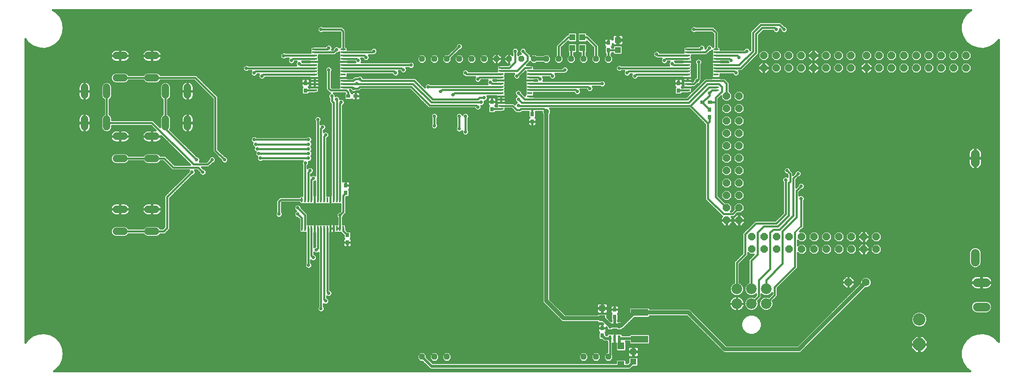
<source format=gbl>
G75*
G70*
%OFA0B0*%
%FSLAX24Y24*%
%IPPOS*%
%LPD*%
%AMOC8*
5,1,8,0,0,1.08239X$1,22.5*
%
%ADD10OC8,0.0591*%
%ADD11R,0.0217X0.0472*%
%ADD12OC8,0.0472*%
%ADD13R,0.0315X0.0354*%
%ADD14R,0.0512X0.0472*%
%ADD15R,0.0551X0.0551*%
%ADD16R,0.1402X0.0551*%
%ADD17C,0.0705*%
%ADD18C,0.1000*%
%ADD19OC8,0.1000*%
%ADD20OC8,0.0630*%
%ADD21C,0.0630*%
%ADD22R,0.0390X0.0120*%
%ADD23R,0.0354X0.0315*%
%ADD24R,0.0472X0.0512*%
%ADD25C,0.0860*%
%ADD26R,0.0120X0.0390*%
%ADD27C,0.0600*%
%ADD28C,0.0160*%
%ADD29C,0.0290*%
%ADD30C,0.0240*%
%ADD31C,0.0320*%
%ADD32C,0.0472*%
%ADD33C,0.0120*%
D10*
X056725Y012555D03*
X057725Y012555D03*
X057725Y013555D03*
X056725Y013555D03*
X056725Y014555D03*
X057725Y014555D03*
X057725Y015555D03*
X056725Y015555D03*
X056725Y016555D03*
X057725Y016555D03*
X057725Y017555D03*
X056725Y017555D03*
X056725Y018555D03*
X057725Y018555D03*
X057725Y019555D03*
X056725Y019555D03*
X056725Y020555D03*
X057725Y020555D03*
X057725Y021555D03*
X056725Y021555D03*
X056725Y022555D03*
X057725Y022555D03*
X059719Y024832D03*
X060719Y024832D03*
X061719Y024832D03*
X062719Y024832D03*
X063719Y024832D03*
X064719Y024832D03*
X065719Y024832D03*
X066719Y024832D03*
X067975Y024830D03*
X068975Y024830D03*
X069975Y024830D03*
X070975Y024830D03*
X071975Y024830D03*
X072975Y024830D03*
X073975Y024830D03*
X074975Y024830D03*
X075975Y024830D03*
X075975Y025830D03*
X074975Y025830D03*
X073975Y025830D03*
X072975Y025830D03*
X071975Y025830D03*
X070975Y025830D03*
X069975Y025830D03*
X068975Y025830D03*
X067975Y025830D03*
X066719Y025832D03*
X065719Y025832D03*
X064719Y025832D03*
X063719Y025832D03*
X062719Y025832D03*
X061719Y025832D03*
X060719Y025832D03*
X059719Y025832D03*
X059763Y011218D03*
X060763Y011218D03*
X061763Y011218D03*
X062763Y011218D03*
X063763Y011218D03*
X064763Y011218D03*
X065763Y011218D03*
X066763Y011218D03*
X067763Y011218D03*
X068763Y011218D03*
X068763Y010218D03*
X067763Y010218D03*
X066763Y010218D03*
X065763Y010218D03*
X064763Y010218D03*
X063763Y010218D03*
X062763Y010218D03*
X061763Y010218D03*
X060763Y010218D03*
X059763Y010218D03*
X058763Y010218D03*
X058763Y011218D03*
D11*
X048099Y004067D03*
X047351Y004067D03*
X047351Y003043D03*
X047725Y003043D03*
X048099Y003043D03*
D12*
X047225Y001555D03*
X046225Y001555D03*
X045225Y001555D03*
X034225Y001555D03*
X033225Y001555D03*
X032225Y001555D03*
X032225Y025555D03*
X033225Y025555D03*
X034225Y025555D03*
X035225Y025555D03*
X036225Y025555D03*
X037225Y025555D03*
X038225Y025555D03*
X039225Y025555D03*
X040225Y025555D03*
X041225Y025555D03*
X042225Y025555D03*
X043225Y025555D03*
X044225Y025555D03*
X045225Y025555D03*
X046225Y025555D03*
X047225Y025555D03*
D13*
X047225Y026255D03*
X047225Y026855D03*
X052850Y023605D03*
X052850Y023005D03*
X055350Y021480D03*
X055350Y020880D03*
X041100Y021105D03*
X041100Y020505D03*
X037850Y021505D03*
X037850Y022105D03*
X022850Y023005D03*
X022850Y023605D03*
X026100Y015355D03*
X026100Y014755D03*
X026225Y011355D03*
X026225Y010755D03*
X046725Y003855D03*
X046725Y003255D03*
X047725Y004755D03*
X047725Y005355D03*
D14*
X046725Y005455D03*
X046725Y004655D03*
X049225Y001955D03*
X049225Y001155D03*
X047975Y026280D03*
X047975Y027080D03*
D15*
X048225Y002428D03*
X048225Y000932D03*
D16*
X049725Y002980D03*
X049725Y005130D03*
D17*
X076873Y005571D02*
X077578Y005571D01*
X077578Y007539D02*
X076873Y007539D01*
X076725Y009203D02*
X076725Y009908D01*
X076725Y017203D02*
X076725Y017908D01*
D18*
X072225Y004555D03*
D19*
X072225Y002555D03*
D20*
X066525Y007555D03*
D21*
X067925Y007555D03*
D22*
X040874Y021517D03*
X040874Y021773D03*
X040874Y022028D03*
X040874Y022284D03*
X040874Y022540D03*
X040874Y022796D03*
X040874Y023052D03*
X040874Y023308D03*
X040874Y023564D03*
X040874Y023820D03*
X040874Y024076D03*
X040874Y024332D03*
X040874Y024587D03*
X040874Y024843D03*
X038576Y024843D03*
X038576Y024587D03*
X038576Y024332D03*
X038576Y024076D03*
X038576Y023820D03*
X038576Y023564D03*
X038576Y023308D03*
X038576Y023052D03*
X038576Y022796D03*
X038576Y022540D03*
X038576Y022284D03*
X038576Y022028D03*
X038576Y021773D03*
X038576Y021517D03*
X025874Y023017D03*
X025874Y023273D03*
X025874Y023528D03*
X025874Y023784D03*
X025874Y024040D03*
X025874Y024296D03*
X025874Y024552D03*
X025874Y024808D03*
X025874Y025064D03*
X025874Y025320D03*
X025874Y025576D03*
X025874Y025832D03*
X025874Y026087D03*
X025874Y026343D03*
X023576Y026343D03*
X023576Y026087D03*
X023576Y025832D03*
X023576Y025576D03*
X023576Y025320D03*
X023576Y025064D03*
X023576Y024808D03*
X023576Y024552D03*
X023576Y024296D03*
X023576Y024040D03*
X023576Y023784D03*
X023576Y023528D03*
X023576Y023273D03*
X023576Y023017D03*
X053576Y023017D03*
X053576Y023273D03*
X053576Y023528D03*
X053576Y023784D03*
X053576Y024040D03*
X053576Y024296D03*
X053576Y024552D03*
X053576Y024808D03*
X053576Y025064D03*
X053576Y025320D03*
X053576Y025576D03*
X053576Y025832D03*
X053576Y026087D03*
X053576Y026343D03*
X055874Y026343D03*
X055874Y026087D03*
X055874Y025832D03*
X055874Y025576D03*
X055874Y025320D03*
X055874Y025064D03*
X055874Y024808D03*
X055874Y024552D03*
X055874Y024296D03*
X055874Y024040D03*
X055874Y023784D03*
X055874Y023528D03*
X055874Y023273D03*
X055874Y023017D03*
D23*
X055400Y022055D03*
X054800Y022055D03*
X026900Y022555D03*
X026300Y022555D03*
D24*
X044325Y026430D03*
X045125Y026430D03*
X045125Y027305D03*
X044325Y027305D03*
D25*
X057544Y007021D03*
X058725Y007021D03*
X059906Y007021D03*
X059906Y005839D03*
X058725Y005839D03*
X057544Y005839D03*
D26*
X025888Y011906D03*
X025632Y011906D03*
X025377Y011906D03*
X025121Y011906D03*
X024865Y011906D03*
X024609Y011906D03*
X024353Y011906D03*
X024097Y011906D03*
X023841Y011906D03*
X023585Y011906D03*
X023329Y011906D03*
X023073Y011906D03*
X022818Y011906D03*
X022562Y011906D03*
X022562Y014204D03*
X022818Y014204D03*
X023073Y014204D03*
X023329Y014204D03*
X023585Y014204D03*
X023841Y014204D03*
X024097Y014204D03*
X024353Y014204D03*
X024609Y014204D03*
X024865Y014204D03*
X025121Y014204D03*
X025377Y014204D03*
X025632Y014204D03*
X025888Y014204D03*
D27*
X010805Y013445D02*
X010205Y013445D01*
X008245Y013445D02*
X007645Y013445D01*
X007645Y011665D02*
X008245Y011665D01*
X010205Y011665D02*
X010805Y011665D01*
X010805Y017540D02*
X010205Y017540D01*
X008245Y017540D02*
X007645Y017540D01*
X007645Y019320D02*
X008245Y019320D01*
X010205Y019320D02*
X010805Y019320D01*
X011585Y020100D02*
X011585Y020700D01*
X013365Y020700D02*
X013365Y020100D01*
X013365Y022660D02*
X013365Y023260D01*
X011585Y023260D02*
X011585Y022660D01*
X010805Y024040D02*
X010205Y024040D01*
X008245Y024040D02*
X007645Y024040D01*
X006865Y023260D02*
X006865Y022660D01*
X005085Y022660D02*
X005085Y023260D01*
X005085Y020700D02*
X005085Y020100D01*
X006865Y020100D02*
X006865Y020700D01*
X007645Y025820D02*
X008245Y025820D01*
X010205Y025820D02*
X010805Y025820D01*
D28*
X002772Y000492D02*
X002631Y000410D01*
X076310Y000410D01*
X075993Y000662D01*
X075993Y000662D01*
X075993Y000662D01*
X075711Y001076D01*
X075711Y001076D01*
X075564Y001555D01*
X075564Y002055D01*
X075564Y002055D01*
X075711Y002534D01*
X075993Y002948D01*
X075993Y002948D01*
X076385Y003260D01*
X076851Y003443D01*
X076851Y003443D01*
X077351Y003480D01*
X077351Y003480D01*
X077839Y003369D01*
X077839Y003369D01*
X078272Y003118D01*
X078272Y003118D01*
X078610Y002755D01*
X078610Y027105D01*
X078272Y026742D01*
X078272Y026742D01*
X078272Y026742D01*
X077839Y026491D01*
X077839Y026491D01*
X077351Y026380D01*
X077351Y026380D01*
X076851Y026417D01*
X076851Y026417D01*
X076385Y026600D01*
X076385Y026600D01*
X075993Y026912D01*
X075993Y026912D01*
X075993Y026912D01*
X075711Y027326D01*
X075711Y027326D01*
X075564Y027805D01*
X075564Y028305D01*
X075711Y028784D01*
X075711Y028784D01*
X075993Y029198D01*
X075993Y029198D01*
X075993Y029198D01*
X076384Y029509D01*
X002529Y029509D01*
X002772Y029368D01*
X002772Y029368D01*
X003113Y029001D01*
X003113Y029001D01*
X003330Y028550D01*
X075639Y028550D01*
X075590Y028392D02*
X061200Y028392D01*
X061066Y028525D02*
X059384Y028525D01*
X059255Y028396D01*
X058630Y027771D01*
X058630Y026271D01*
X058623Y026265D01*
X058592Y026341D01*
X058511Y026422D01*
X058407Y026465D01*
X058293Y026465D01*
X058189Y026422D01*
X058108Y026341D01*
X058094Y026307D01*
X056209Y026307D01*
X056209Y026461D01*
X056127Y026543D01*
X056094Y026543D01*
X056094Y027747D01*
X055820Y028021D01*
X055691Y028150D01*
X054283Y028150D01*
X054261Y028172D01*
X054157Y028215D01*
X054043Y028215D01*
X053939Y028172D01*
X053858Y028091D01*
X053815Y027987D01*
X053815Y027873D01*
X053858Y027769D01*
X053939Y027688D01*
X054043Y027645D01*
X054157Y027645D01*
X054261Y027688D01*
X054283Y027710D01*
X055509Y027710D01*
X055654Y027565D01*
X055654Y026543D01*
X055621Y026543D01*
X055614Y026537D01*
X055592Y026591D01*
X055511Y026672D01*
X055407Y026715D01*
X055293Y026715D01*
X055189Y026672D01*
X055108Y026591D01*
X055065Y026487D01*
X055065Y026456D01*
X055010Y026401D01*
X055010Y026487D01*
X054967Y026591D01*
X054886Y026672D01*
X054782Y026715D01*
X054668Y026715D01*
X054564Y026672D01*
X054483Y026591D01*
X054472Y026563D01*
X053485Y026563D01*
X053465Y026543D01*
X053323Y026543D01*
X053241Y026461D01*
X053241Y026225D01*
X053251Y026215D01*
X053241Y026205D01*
X053241Y026052D01*
X051358Y026052D01*
X051342Y026091D01*
X051261Y026172D01*
X051157Y026215D01*
X051043Y026215D01*
X050939Y026172D01*
X050858Y026091D01*
X050815Y025987D01*
X050815Y025873D01*
X050858Y025769D01*
X050939Y025688D01*
X051043Y025645D01*
X051074Y025645D01*
X051107Y025612D01*
X051504Y025612D01*
X051483Y025591D01*
X051440Y025487D01*
X051440Y025373D01*
X051483Y025269D01*
X051564Y025188D01*
X051668Y025145D01*
X051782Y025145D01*
X051886Y025188D01*
X051967Y025269D01*
X052003Y025356D01*
X052123Y025356D01*
X052108Y025341D01*
X052065Y025237D01*
X052065Y025123D01*
X052104Y025028D01*
X048280Y025028D01*
X048261Y025047D01*
X048157Y025090D01*
X048043Y025090D01*
X047939Y025047D01*
X047858Y024966D01*
X047815Y024862D01*
X047815Y024748D01*
X047858Y024644D01*
X047939Y024563D01*
X048043Y024520D01*
X048157Y024520D01*
X048261Y024563D01*
X048286Y024588D01*
X048482Y024588D01*
X048440Y024487D01*
X048440Y024373D01*
X048483Y024269D01*
X048564Y024188D01*
X048668Y024145D01*
X048782Y024145D01*
X048886Y024188D01*
X048967Y024269D01*
X048993Y024332D01*
X049104Y024332D01*
X049065Y024237D01*
X049065Y024123D01*
X049108Y024019D01*
X049189Y023938D01*
X049293Y023895D01*
X049407Y023895D01*
X049511Y023938D01*
X049592Y024019D01*
X049615Y024076D01*
X053201Y024076D01*
X053201Y024040D01*
X053201Y023957D01*
X053213Y023912D01*
X053201Y023868D01*
X053201Y023784D01*
X053201Y023701D01*
X053214Y023655D01*
X053237Y023614D01*
X053241Y023610D01*
X053241Y023447D01*
X053237Y023443D01*
X053214Y023402D01*
X053201Y023356D01*
X053201Y023273D01*
X053576Y023273D01*
X053576Y023273D01*
X053201Y023273D01*
X053201Y023237D01*
X053147Y023237D01*
X053147Y023240D01*
X053109Y023279D01*
X053118Y023284D01*
X053152Y023317D01*
X053175Y023358D01*
X053187Y023404D01*
X053187Y023605D01*
X053187Y023806D01*
X053175Y023852D01*
X053152Y023893D01*
X053118Y023926D01*
X053077Y023950D01*
X053031Y023962D01*
X052850Y023962D01*
X052669Y023962D01*
X052623Y023950D01*
X052582Y023926D01*
X052548Y023893D01*
X052525Y023852D01*
X052513Y023806D01*
X052513Y023605D01*
X052513Y023404D01*
X052525Y023358D01*
X052548Y023317D01*
X052582Y023284D01*
X052591Y023279D01*
X052553Y023240D01*
X052553Y022770D01*
X052635Y022688D01*
X053065Y022688D01*
X053147Y022770D01*
X053147Y022797D01*
X053667Y022797D01*
X053687Y022817D01*
X053800Y022817D01*
X053488Y022504D01*
X041249Y022504D01*
X041249Y022540D01*
X040874Y022540D01*
X040874Y022540D01*
X041249Y022540D01*
X041249Y022624D01*
X041236Y022670D01*
X041213Y022711D01*
X041209Y022715D01*
X041209Y022832D01*
X044457Y022832D01*
X044483Y022769D01*
X044564Y022688D01*
X044668Y022645D01*
X044782Y022645D01*
X044886Y022688D01*
X044967Y022769D01*
X045010Y022873D01*
X045010Y022987D01*
X044968Y023088D01*
X045455Y023088D01*
X045483Y023019D01*
X045564Y022938D01*
X045668Y022895D01*
X045782Y022895D01*
X045886Y022938D01*
X045967Y023019D01*
X046010Y023123D01*
X046010Y023237D01*
X045967Y023341D01*
X045964Y023344D01*
X046533Y023344D01*
X046564Y023313D01*
X046668Y023270D01*
X046782Y023270D01*
X046886Y023313D01*
X046967Y023394D01*
X047010Y023498D01*
X047010Y023612D01*
X046967Y023716D01*
X046886Y023797D01*
X046782Y023840D01*
X046668Y023840D01*
X046564Y023797D01*
X046551Y023784D01*
X041973Y023784D01*
X042010Y023873D01*
X042010Y023987D01*
X041967Y024091D01*
X041946Y024112D01*
X042445Y024112D01*
X042483Y024019D01*
X042564Y023938D01*
X042668Y023895D01*
X042782Y023895D01*
X042886Y023938D01*
X042967Y024019D01*
X043010Y024123D01*
X043010Y024237D01*
X042967Y024341D01*
X042941Y024367D01*
X043724Y024367D01*
X043751Y024395D01*
X043782Y024395D01*
X043886Y024438D01*
X043967Y024519D01*
X044010Y024623D01*
X044010Y024737D01*
X043967Y024841D01*
X043886Y024922D01*
X043782Y024965D01*
X043668Y024965D01*
X043564Y024922D01*
X043483Y024841D01*
X043469Y024807D01*
X041209Y024807D01*
X041209Y024961D01*
X041127Y025043D01*
X040985Y025043D01*
X040965Y025063D01*
X047978Y025063D01*
X047833Y024905D02*
X043904Y024905D01*
X044006Y024746D02*
X047816Y024746D01*
X047914Y024588D02*
X043995Y024588D01*
X043864Y024429D02*
X048440Y024429D01*
X048482Y024588D02*
X048286Y024588D01*
X048100Y024805D02*
X048103Y024808D01*
X053576Y024808D01*
X053576Y025064D02*
X052466Y025064D01*
X052350Y025180D01*
X052615Y025284D02*
X052592Y025341D01*
X052577Y025356D01*
X053201Y025356D01*
X053201Y025320D01*
X053576Y025320D01*
X053576Y025320D01*
X053201Y025320D01*
X053201Y025284D01*
X052615Y025284D01*
X052065Y025222D02*
X051920Y025222D01*
X052090Y025063D02*
X048222Y025063D01*
X048847Y024552D02*
X048725Y024430D01*
X048847Y024552D02*
X053576Y024552D01*
X053576Y024296D02*
X049466Y024296D01*
X049350Y024180D01*
X049079Y024271D02*
X048967Y024271D01*
X049070Y024112D02*
X043005Y024112D01*
X042996Y024271D02*
X048483Y024271D01*
X049173Y023954D02*
X042902Y023954D01*
X042725Y024180D02*
X042573Y024332D01*
X040874Y024332D01*
X040874Y024587D02*
X043632Y024587D01*
X043725Y024680D01*
X043546Y024905D02*
X041209Y024905D01*
X040965Y025063D02*
X040670Y025063D01*
X040816Y025210D01*
X040927Y025321D01*
X041069Y025179D01*
X041381Y025179D01*
X041457Y025255D01*
X041993Y025255D01*
X042069Y025179D01*
X042381Y025179D01*
X042601Y025399D01*
X042601Y025711D01*
X042381Y025931D01*
X042069Y025931D01*
X041993Y025855D01*
X041457Y025855D01*
X041381Y025931D01*
X041069Y025931D01*
X040945Y025807D01*
X040945Y025896D01*
X040635Y026206D01*
X040635Y026237D01*
X040592Y026341D01*
X040511Y026422D01*
X040407Y026465D01*
X040293Y026465D01*
X040189Y026422D01*
X040108Y026341D01*
X040065Y026237D01*
X040065Y026123D01*
X040108Y026019D01*
X040156Y025971D01*
X040053Y025971D01*
X039945Y025864D01*
X039945Y025997D01*
X039967Y026019D01*
X040010Y026123D01*
X040010Y026237D01*
X039967Y026341D01*
X039886Y026422D01*
X039782Y026465D01*
X039668Y026465D01*
X039564Y026422D01*
X039483Y026341D01*
X039440Y026237D01*
X039440Y026123D01*
X039483Y026019D01*
X039505Y025997D01*
X039505Y025864D01*
X039397Y025971D01*
X039225Y025971D01*
X039053Y025971D01*
X038809Y025727D01*
X038809Y025555D01*
X039225Y025555D01*
X039225Y025555D01*
X039225Y025971D01*
X039225Y025555D01*
X039225Y025139D01*
X039248Y025139D01*
X039172Y025063D01*
X038485Y025063D01*
X031635Y025063D01*
X031635Y025112D02*
X031635Y024998D01*
X031592Y024894D01*
X031511Y024813D01*
X031407Y024770D01*
X031293Y024770D01*
X031189Y024813D01*
X031158Y024844D01*
X030964Y024844D01*
X030967Y024841D01*
X031010Y024737D01*
X031010Y024623D01*
X030967Y024519D01*
X030886Y024438D01*
X030782Y024395D01*
X030668Y024395D01*
X030564Y024438D01*
X030483Y024519D01*
X030455Y024588D01*
X030343Y024588D01*
X030385Y024487D01*
X030385Y024373D01*
X030342Y024269D01*
X030261Y024188D01*
X030157Y024145D01*
X030043Y024145D01*
X029939Y024188D01*
X029858Y024269D01*
X029832Y024332D01*
X026209Y024332D01*
X026209Y024215D01*
X026213Y024211D01*
X026236Y024170D01*
X026249Y024124D01*
X026249Y024040D01*
X025874Y024040D01*
X025874Y024040D01*
X026249Y024040D01*
X026249Y024004D01*
X026613Y024004D01*
X026630Y024021D01*
X026759Y024150D01*
X027042Y024150D01*
X027064Y024172D01*
X027168Y024215D01*
X027282Y024215D01*
X027386Y024172D01*
X027467Y024091D01*
X027494Y024025D01*
X031691Y024025D01*
X032440Y023276D01*
X032440Y023362D01*
X032483Y023466D01*
X032564Y023547D01*
X032668Y023590D01*
X032782Y023590D01*
X032886Y023547D01*
X032905Y023528D01*
X037479Y023528D01*
X037440Y023623D01*
X037440Y023737D01*
X037483Y023841D01*
X037498Y023856D01*
X037003Y023856D01*
X036967Y023769D01*
X036886Y023688D01*
X036782Y023645D01*
X036668Y023645D01*
X036564Y023688D01*
X036483Y023769D01*
X036440Y023873D01*
X036440Y023987D01*
X036483Y024091D01*
X036504Y024112D01*
X035732Y024112D01*
X027446Y024112D01*
X027225Y023930D02*
X027350Y023805D01*
X031600Y023805D01*
X033100Y022305D01*
X036725Y022305D01*
X036850Y022430D01*
X037225Y022430D01*
X037493Y022527D02*
X038201Y022527D01*
X038201Y022540D02*
X038201Y022457D01*
X038213Y022412D01*
X038201Y022368D01*
X038201Y022284D01*
X038201Y022201D01*
X038213Y022156D01*
X038201Y022112D01*
X038201Y022028D01*
X038201Y021945D01*
X038214Y021899D01*
X038237Y021858D01*
X038241Y021854D01*
X038241Y021737D01*
X038147Y021737D01*
X038147Y021740D01*
X038109Y021779D01*
X038118Y021784D01*
X038152Y021817D01*
X038175Y021858D01*
X038187Y021904D01*
X038187Y022105D01*
X038187Y022306D01*
X038175Y022352D01*
X038152Y022393D01*
X038118Y022426D01*
X038077Y022450D01*
X038031Y022462D01*
X037850Y022462D01*
X037669Y022462D01*
X037623Y022450D01*
X037582Y022426D01*
X037548Y022393D01*
X037525Y022352D01*
X037513Y022306D01*
X037513Y022105D01*
X037513Y021904D01*
X037525Y021858D01*
X037548Y021817D01*
X037582Y021784D01*
X037591Y021779D01*
X037553Y021740D01*
X037553Y021270D01*
X037635Y021188D01*
X038065Y021188D01*
X038147Y021270D01*
X038147Y021297D01*
X038667Y021297D01*
X038687Y021317D01*
X038829Y021317D01*
X038911Y021399D01*
X038911Y021553D01*
X039416Y021553D01*
X039630Y021339D01*
X039630Y021339D01*
X039759Y021210D01*
X040191Y021210D01*
X040278Y021297D01*
X040803Y021297D01*
X040803Y020870D01*
X040841Y020831D01*
X040832Y020826D01*
X040798Y020793D01*
X040775Y020752D01*
X040763Y020706D01*
X040763Y020505D01*
X040763Y020304D01*
X040775Y020258D01*
X040798Y020217D01*
X040832Y020184D01*
X040873Y020160D01*
X040919Y020148D01*
X041100Y020148D01*
X041281Y020148D01*
X041327Y020160D01*
X041368Y020184D01*
X041402Y020217D01*
X041425Y020258D01*
X041437Y020304D01*
X041437Y020505D01*
X041437Y020706D01*
X041425Y020752D01*
X041402Y020793D01*
X041368Y020826D01*
X041359Y020831D01*
X041397Y020870D01*
X041397Y021297D01*
X041849Y021297D01*
X041849Y021230D01*
X041906Y021092D01*
X041925Y021073D01*
X041925Y005995D01*
X041971Y005885D01*
X042055Y005801D01*
X043371Y004485D01*
X043455Y004401D01*
X043565Y004355D01*
X046335Y004355D01*
X046411Y004279D01*
X046715Y004279D01*
X046781Y004212D01*
X046725Y004212D01*
X046544Y004212D01*
X046498Y004200D01*
X046457Y004176D01*
X046423Y004143D01*
X046400Y004102D01*
X046388Y004056D01*
X046388Y003855D01*
X046725Y003855D01*
X047062Y003855D01*
X046725Y003855D01*
X046725Y003855D01*
X046725Y003855D01*
X046725Y004212D01*
X046725Y003855D01*
X046725Y003855D01*
X046388Y003855D01*
X046388Y003654D01*
X046400Y003608D01*
X046423Y003567D01*
X046457Y003534D01*
X046466Y003529D01*
X046428Y003490D01*
X046428Y003020D01*
X046510Y002938D01*
X046674Y002938D01*
X046790Y002823D01*
X046885Y002783D01*
X047103Y002783D01*
X047103Y002749D01*
X047131Y002721D01*
X047131Y001931D01*
X047069Y001931D01*
X046849Y001711D01*
X046849Y001399D01*
X047069Y001179D01*
X047381Y001179D01*
X047601Y001399D01*
X047601Y001711D01*
X047571Y001741D01*
X047571Y002633D01*
X047593Y002627D01*
X047725Y002627D01*
X047809Y002627D01*
X047809Y002094D01*
X047891Y002012D01*
X048559Y002012D01*
X048641Y002094D01*
X048641Y002762D01*
X048619Y002783D01*
X048884Y002783D01*
X048884Y002647D01*
X048966Y002565D01*
X050484Y002565D01*
X050566Y002647D01*
X050566Y003314D01*
X050484Y003396D01*
X048966Y003396D01*
X048884Y003314D01*
X048884Y003303D01*
X048347Y003303D01*
X048347Y003337D01*
X048265Y003419D01*
X047948Y003419D01*
X047944Y003423D01*
X047903Y003447D01*
X047857Y003459D01*
X047725Y003459D01*
X047593Y003459D01*
X047547Y003447D01*
X047506Y003423D01*
X047502Y003419D01*
X047185Y003419D01*
X047103Y003337D01*
X047103Y003303D01*
X047045Y003303D01*
X047022Y003325D01*
X047022Y003490D01*
X046984Y003529D01*
X046993Y003534D01*
X047027Y003567D01*
X047050Y003608D01*
X047062Y003654D01*
X047062Y003855D01*
X047062Y003931D01*
X047103Y003891D01*
X047103Y003773D01*
X047185Y003691D01*
X047517Y003691D01*
X047593Y003767D01*
X047857Y003767D01*
X047933Y003691D01*
X048265Y003691D01*
X048347Y003773D01*
X048347Y003788D01*
X048407Y003813D01*
X049308Y004714D01*
X050484Y004714D01*
X050566Y004796D01*
X050566Y004830D01*
X053526Y004830D01*
X056430Y001926D01*
X056540Y001880D01*
X062610Y001880D01*
X062720Y001926D01*
X062804Y002010D01*
X067894Y007100D01*
X068016Y007100D01*
X068183Y007169D01*
X068311Y007297D01*
X068380Y007464D01*
X068380Y007646D01*
X068311Y007813D01*
X068183Y007941D01*
X068016Y008010D01*
X067834Y008010D01*
X067667Y007941D01*
X067539Y007813D01*
X067470Y007646D01*
X067470Y007524D01*
X062426Y002480D01*
X056724Y002480D01*
X053905Y005300D01*
X053820Y005384D01*
X053710Y005430D01*
X050566Y005430D01*
X050566Y005463D01*
X050484Y005545D01*
X048966Y005545D01*
X048884Y005463D01*
X048884Y005138D01*
X048189Y004443D01*
X047985Y004443D01*
X047985Y004482D01*
X048022Y004520D01*
X048022Y004990D01*
X047984Y005029D01*
X047993Y005034D01*
X048027Y005067D01*
X048050Y005108D01*
X048062Y005154D01*
X048062Y005355D01*
X047725Y005355D01*
X047725Y005355D01*
X047725Y005712D01*
X047544Y005712D01*
X047498Y005700D01*
X047457Y005676D01*
X047423Y005643D01*
X047400Y005602D01*
X047388Y005556D01*
X047388Y005355D01*
X047725Y005355D01*
X048062Y005355D01*
X048062Y005556D01*
X048050Y005602D01*
X048027Y005643D01*
X047993Y005676D01*
X047952Y005700D01*
X047906Y005712D01*
X047725Y005712D01*
X047725Y005355D01*
X047725Y005355D01*
X047725Y005355D01*
X047388Y005355D01*
X047388Y005154D01*
X047400Y005108D01*
X047423Y005067D01*
X047457Y005034D01*
X047466Y005029D01*
X047428Y004990D01*
X047428Y004520D01*
X047465Y004482D01*
X047465Y004443D01*
X047399Y004443D01*
X047121Y004721D01*
X047121Y004949D01*
X047039Y005031D01*
X046411Y005031D01*
X046335Y004955D01*
X043749Y004955D01*
X042525Y006179D01*
X042525Y021073D01*
X042544Y021092D01*
X042601Y021230D01*
X042601Y021380D01*
X042544Y021518D01*
X042510Y021553D01*
X053726Y021553D01*
X055005Y020274D01*
X055005Y014214D01*
X056358Y012861D01*
X056250Y012752D01*
X056250Y012573D01*
X056707Y012573D01*
X056707Y012537D01*
X056743Y012537D01*
X056743Y012573D01*
X057200Y012573D01*
X057200Y012752D01*
X057117Y012835D01*
X057316Y012835D01*
X057445Y012964D01*
X057601Y013120D01*
X057905Y013120D01*
X058160Y013375D01*
X058160Y013735D01*
X057905Y013990D01*
X057545Y013990D01*
X057290Y013735D01*
X057290Y013431D01*
X057134Y013275D01*
X057061Y013275D01*
X057160Y013375D01*
X057160Y013735D01*
X056905Y013990D01*
X056601Y013990D01*
X056070Y014521D01*
X056070Y022339D01*
X056290Y022559D01*
X056290Y022375D01*
X056545Y022120D01*
X056905Y022120D01*
X057160Y022375D01*
X057160Y022735D01*
X056945Y022951D01*
X056945Y023646D01*
X056587Y024004D01*
X056249Y024004D01*
X056249Y024040D01*
X055874Y024040D01*
X055874Y024040D01*
X056249Y024040D01*
X056249Y024124D01*
X056236Y024170D01*
X056213Y024211D01*
X056209Y024215D01*
X056209Y024332D01*
X057207Y024332D01*
X057233Y024269D01*
X057314Y024188D01*
X057418Y024145D01*
X057532Y024145D01*
X057636Y024188D01*
X057717Y024269D01*
X057760Y024373D01*
X057760Y024487D01*
X057718Y024588D01*
X057944Y024588D01*
X059191Y025835D01*
X059284Y025928D01*
X059284Y025652D01*
X059539Y025397D01*
X059899Y025397D01*
X060154Y025652D01*
X060154Y026012D01*
X059899Y026267D01*
X059539Y026267D01*
X059320Y026049D01*
X059320Y027464D01*
X059691Y027835D01*
X060456Y027835D01*
X060483Y027769D01*
X060564Y027688D01*
X060668Y027645D01*
X060782Y027645D01*
X060886Y027688D01*
X060967Y027769D01*
X061010Y027873D01*
X061010Y027959D01*
X061065Y027904D01*
X061065Y027873D01*
X061108Y027769D01*
X061189Y027688D01*
X061293Y027645D01*
X061407Y027645D01*
X061511Y027688D01*
X061592Y027769D01*
X061635Y027873D01*
X061635Y027987D01*
X061592Y028091D01*
X061511Y028172D01*
X061407Y028215D01*
X061376Y028215D01*
X061066Y028525D01*
X060975Y028305D02*
X061350Y027930D01*
X061635Y027916D02*
X075564Y027916D01*
X075564Y028075D02*
X061599Y028075D01*
X061358Y028233D02*
X075564Y028233D01*
X075578Y027758D02*
X061581Y027758D01*
X061119Y027758D02*
X060956Y027758D01*
X061010Y027916D02*
X061053Y027916D01*
X060725Y027930D02*
X060600Y028055D01*
X059600Y028055D01*
X059100Y027555D01*
X059100Y026055D01*
X057853Y024808D01*
X055874Y024808D01*
X055874Y025064D02*
X057734Y025064D01*
X058850Y026180D01*
X058850Y027680D01*
X059475Y028305D01*
X060975Y028305D01*
X060494Y027758D02*
X059614Y027758D01*
X059455Y027599D02*
X075627Y027599D01*
X075676Y027441D02*
X059320Y027441D01*
X059320Y027282D02*
X075741Y027282D01*
X075849Y027124D02*
X059320Y027124D01*
X059320Y026965D02*
X075958Y026965D01*
X076126Y026807D02*
X059320Y026807D01*
X059320Y026648D02*
X076325Y026648D01*
X076667Y026490D02*
X059320Y026490D01*
X059320Y026331D02*
X078610Y026331D01*
X078610Y026173D02*
X076248Y026173D01*
X076155Y026265D02*
X075795Y026265D01*
X075540Y026010D01*
X075540Y025650D01*
X075795Y025395D01*
X076155Y025395D01*
X076410Y025650D01*
X076410Y026010D01*
X076155Y026265D01*
X076407Y026014D02*
X078610Y026014D01*
X078610Y025856D02*
X076410Y025856D01*
X076410Y025697D02*
X078610Y025697D01*
X078610Y025539D02*
X076299Y025539D01*
X076155Y025265D02*
X075795Y025265D01*
X075540Y025010D01*
X075540Y024650D01*
X075795Y024395D01*
X076155Y024395D01*
X076410Y024650D01*
X076410Y025010D01*
X076155Y025265D01*
X076199Y025222D02*
X078610Y025222D01*
X078610Y025380D02*
X063939Y025380D01*
X063916Y025357D02*
X064194Y025635D01*
X064194Y025814D01*
X063737Y025814D01*
X063737Y025357D01*
X063916Y025357D01*
X063916Y025307D02*
X063737Y025307D01*
X063737Y024850D01*
X063701Y024850D01*
X063701Y024814D01*
X063244Y024814D01*
X063244Y024635D01*
X063522Y024357D01*
X063701Y024357D01*
X063701Y024814D01*
X063737Y024814D01*
X063737Y024357D01*
X063916Y024357D01*
X064194Y024635D01*
X064194Y024814D01*
X063737Y024814D01*
X063737Y024850D01*
X064194Y024850D01*
X064194Y025029D01*
X063916Y025307D01*
X064002Y025222D02*
X064493Y025222D01*
X064539Y025267D02*
X064284Y025012D01*
X064284Y024652D01*
X064539Y024397D01*
X064899Y024397D01*
X065154Y024652D01*
X065154Y025012D01*
X064899Y025267D01*
X064539Y025267D01*
X064539Y025397D02*
X064899Y025397D01*
X065154Y025652D01*
X065154Y026012D01*
X064899Y026267D01*
X064539Y026267D01*
X064284Y026012D01*
X064284Y025652D01*
X064539Y025397D01*
X064397Y025539D02*
X064098Y025539D01*
X064194Y025697D02*
X064284Y025697D01*
X064284Y025856D02*
X064194Y025856D01*
X064194Y025850D02*
X064194Y026029D01*
X063916Y026307D01*
X063737Y026307D01*
X063737Y025850D01*
X063701Y025850D01*
X063701Y025814D01*
X063244Y025814D01*
X063244Y025635D01*
X063522Y025357D01*
X063701Y025357D01*
X063701Y025814D01*
X063737Y025814D01*
X063737Y025850D01*
X064194Y025850D01*
X064194Y026014D02*
X064285Y026014D01*
X064444Y026173D02*
X064051Y026173D01*
X063737Y026173D02*
X063701Y026173D01*
X063701Y026307D02*
X063701Y025850D01*
X063244Y025850D01*
X063244Y026029D01*
X063522Y026307D01*
X063701Y026307D01*
X063701Y026014D02*
X063737Y026014D01*
X063737Y025856D02*
X063701Y025856D01*
X063701Y025697D02*
X063737Y025697D01*
X063737Y025539D02*
X063701Y025539D01*
X063701Y025380D02*
X063737Y025380D01*
X063701Y025307D02*
X063522Y025307D01*
X063244Y025029D01*
X063244Y024850D01*
X063701Y024850D01*
X063701Y025307D01*
X063701Y025222D02*
X063737Y025222D01*
X063737Y025063D02*
X063701Y025063D01*
X063701Y024905D02*
X063737Y024905D01*
X063737Y024746D02*
X063701Y024746D01*
X063701Y024588D02*
X063737Y024588D01*
X063737Y024429D02*
X063701Y024429D01*
X063450Y024429D02*
X062932Y024429D01*
X062899Y024397D02*
X063154Y024652D01*
X063154Y025012D01*
X062899Y025267D01*
X062539Y025267D01*
X062284Y025012D01*
X062284Y024652D01*
X062539Y024397D01*
X062899Y024397D01*
X063090Y024588D02*
X063291Y024588D01*
X063244Y024746D02*
X063154Y024746D01*
X063154Y024905D02*
X063244Y024905D01*
X063278Y025063D02*
X063104Y025063D01*
X062945Y025222D02*
X063436Y025222D01*
X063499Y025380D02*
X058736Y025380D01*
X058578Y025222D02*
X059436Y025222D01*
X059522Y025307D02*
X059244Y025029D01*
X059244Y024850D01*
X059701Y024850D01*
X059701Y024814D01*
X059244Y024814D01*
X059244Y024635D01*
X059522Y024357D01*
X059701Y024357D01*
X059701Y024814D01*
X059737Y024814D01*
X059737Y024357D01*
X059916Y024357D01*
X060194Y024635D01*
X060194Y024814D01*
X059737Y024814D01*
X059737Y024850D01*
X059701Y024850D01*
X059701Y025307D01*
X059522Y025307D01*
X059701Y025222D02*
X059737Y025222D01*
X059737Y025307D02*
X059737Y024850D01*
X060194Y024850D01*
X060194Y025029D01*
X059916Y025307D01*
X059737Y025307D01*
X059737Y025063D02*
X059701Y025063D01*
X059701Y024905D02*
X059737Y024905D01*
X059737Y024746D02*
X059701Y024746D01*
X059701Y024588D02*
X059737Y024588D01*
X059737Y024429D02*
X059701Y024429D01*
X059450Y024429D02*
X057760Y024429D01*
X057718Y024588D02*
X059291Y024588D01*
X059244Y024746D02*
X058102Y024746D01*
X058261Y024905D02*
X059244Y024905D01*
X059278Y025063D02*
X058419Y025063D01*
X057475Y024430D02*
X057353Y024552D01*
X055874Y024552D01*
X055539Y024588D02*
X054695Y024588D01*
X054695Y024746D02*
X055539Y024746D01*
X055539Y024690D02*
X055549Y024680D01*
X055539Y024670D01*
X055539Y024434D01*
X055549Y024424D01*
X055539Y024414D01*
X055539Y024215D01*
X055535Y024211D01*
X055511Y024170D01*
X055499Y024124D01*
X055499Y024040D01*
X055499Y024004D01*
X054988Y024004D01*
X053911Y022927D01*
X053911Y023098D01*
X053915Y023102D01*
X053939Y023143D01*
X053951Y023189D01*
X053951Y023273D01*
X053951Y023308D01*
X054165Y023308D01*
X054376Y023520D01*
X054407Y023520D01*
X054511Y023563D01*
X054592Y023644D01*
X054635Y023748D01*
X054635Y023779D01*
X054695Y023839D01*
X054695Y025122D01*
X054717Y025144D01*
X054760Y025248D01*
X054760Y025362D01*
X054717Y025466D01*
X054636Y025547D01*
X054532Y025590D01*
X054418Y025590D01*
X054314Y025547D01*
X054233Y025466D01*
X054190Y025362D01*
X054190Y025248D01*
X054233Y025144D01*
X054255Y025122D01*
X054255Y024074D01*
X054189Y024047D01*
X054108Y023966D01*
X054065Y023862D01*
X054065Y023831D01*
X053982Y023748D01*
X053951Y023748D01*
X053951Y023784D01*
X053576Y023784D01*
X053201Y023784D01*
X053576Y023784D01*
X053576Y023784D01*
X053576Y023784D01*
X053576Y024040D01*
X053201Y024040D01*
X053576Y024040D01*
X053576Y024040D01*
X053576Y024040D01*
X053576Y023800D01*
X053576Y023784D01*
X053576Y023784D01*
X053951Y023784D01*
X053951Y023868D01*
X053939Y023912D01*
X053951Y023957D01*
X053951Y024040D01*
X053576Y024040D01*
X053576Y024040D01*
X053951Y024040D01*
X053951Y024124D01*
X053939Y024170D01*
X053915Y024211D01*
X053911Y024215D01*
X053911Y024414D01*
X053901Y024424D01*
X053911Y024434D01*
X053911Y024670D01*
X053901Y024680D01*
X053911Y024690D01*
X053911Y024926D01*
X053901Y024936D01*
X053911Y024946D01*
X053911Y025145D01*
X053915Y025149D01*
X053939Y025190D01*
X053951Y025236D01*
X053951Y025320D01*
X053951Y025403D01*
X053939Y025449D01*
X053915Y025490D01*
X053911Y025494D01*
X053911Y025694D01*
X053901Y025704D01*
X053911Y025714D01*
X053911Y025867D01*
X055099Y025867D01*
X055376Y026145D01*
X055407Y026145D01*
X055511Y026188D01*
X055544Y026221D01*
X055549Y026215D01*
X055539Y026205D01*
X055539Y025969D01*
X055549Y025960D01*
X055539Y025950D01*
X055539Y025714D01*
X055549Y025704D01*
X055539Y025694D01*
X055539Y025494D01*
X055535Y025490D01*
X055511Y025449D01*
X055499Y025403D01*
X055499Y025320D01*
X055874Y025320D01*
X056249Y025320D01*
X056249Y025356D01*
X056822Y025356D01*
X056852Y025284D01*
X056249Y025284D01*
X056249Y025320D01*
X055874Y025320D01*
X055874Y025320D01*
X055874Y025320D01*
X055499Y025320D01*
X055499Y025236D01*
X055511Y025190D01*
X055535Y025149D01*
X055539Y025145D01*
X055539Y024946D01*
X055549Y024936D01*
X055539Y024926D01*
X055539Y024690D01*
X055539Y024905D02*
X054695Y024905D01*
X054695Y025063D02*
X055539Y025063D01*
X055503Y025222D02*
X054749Y025222D01*
X054752Y025380D02*
X055499Y025380D01*
X055539Y025539D02*
X054644Y025539D01*
X054475Y025305D02*
X054475Y023930D01*
X054350Y023805D01*
X054073Y023528D01*
X053576Y023528D01*
X053576Y023273D02*
X053951Y023273D01*
X053576Y023273D01*
X053576Y023273D01*
X053576Y023017D02*
X052850Y023017D01*
X052850Y023005D01*
X052553Y023003D02*
X045951Y023003D01*
X046010Y023161D02*
X052553Y023161D01*
X052547Y023320D02*
X046893Y023320D01*
X047002Y023478D02*
X052513Y023478D01*
X052513Y023605D02*
X052850Y023605D01*
X052850Y023605D01*
X052850Y023962D01*
X052850Y023605D01*
X053187Y023605D01*
X052850Y023605D01*
X052850Y023605D01*
X052850Y023605D01*
X052513Y023605D01*
X052513Y023637D02*
X047000Y023637D01*
X046888Y023795D02*
X052513Y023795D01*
X052637Y023954D02*
X049527Y023954D01*
X046725Y023555D02*
X046716Y023564D01*
X040874Y023564D01*
X040874Y023820D02*
X040499Y023820D01*
X040874Y023820D01*
X041249Y023820D01*
X041249Y023856D01*
X041447Y023856D01*
X041477Y023784D01*
X041249Y023784D01*
X041249Y023820D01*
X040874Y023820D01*
X040874Y023820D01*
X040874Y023820D01*
X040874Y024076D02*
X041579Y024076D01*
X041725Y023930D01*
X042010Y023954D02*
X042548Y023954D01*
X041978Y023795D02*
X046562Y023795D01*
X046557Y023320D02*
X045976Y023320D01*
X045725Y023180D02*
X045597Y023308D01*
X040874Y023308D01*
X040874Y023052D02*
X044603Y023052D01*
X044725Y022930D01*
X044998Y022844D02*
X052553Y022844D01*
X053511Y022527D02*
X041249Y022527D01*
X041227Y022686D02*
X044570Y022686D01*
X044880Y022686D02*
X053669Y022686D01*
X053911Y023003D02*
X053986Y023003D01*
X053944Y023161D02*
X054145Y023161D01*
X054176Y023320D02*
X054303Y023320D01*
X054334Y023478D02*
X054462Y023478D01*
X054585Y023637D02*
X054620Y023637D01*
X054651Y023795D02*
X054779Y023795D01*
X054695Y023954D02*
X054937Y023954D01*
X055079Y023784D02*
X053579Y022284D01*
X040874Y022284D01*
X040496Y022284D01*
X039975Y022805D01*
X040181Y023003D02*
X040539Y023003D01*
X040539Y022934D02*
X040539Y023170D01*
X040549Y023180D01*
X040539Y023190D01*
X040539Y023426D01*
X040549Y023436D01*
X040539Y023446D01*
X040539Y023645D01*
X040535Y023649D01*
X040511Y023690D01*
X040499Y023736D01*
X040499Y023820D01*
X040499Y023903D01*
X040511Y023949D01*
X040535Y023990D01*
X040539Y023994D01*
X040539Y024194D01*
X040549Y024204D01*
X040539Y024214D01*
X040539Y024450D01*
X040549Y024460D01*
X040539Y024469D01*
X040539Y024558D01*
X040135Y024154D01*
X040135Y024123D01*
X040092Y024019D01*
X040011Y023938D01*
X039907Y023895D01*
X039793Y023895D01*
X039689Y023938D01*
X039608Y024019D01*
X039565Y024123D01*
X039565Y024237D01*
X039608Y024341D01*
X039634Y024367D01*
X038911Y024367D01*
X038911Y024214D01*
X038901Y024204D01*
X038911Y024194D01*
X038911Y023994D01*
X038915Y023990D01*
X038939Y023949D01*
X038951Y023903D01*
X038951Y023820D01*
X038576Y023820D01*
X038576Y023820D01*
X038201Y023820D01*
X038201Y023856D01*
X037952Y023856D01*
X037967Y023841D01*
X037990Y023784D01*
X038201Y023784D01*
X038201Y023820D01*
X038576Y023820D01*
X038576Y023820D01*
X038951Y023820D01*
X038951Y023736D01*
X038939Y023690D01*
X038915Y023649D01*
X038911Y023645D01*
X038911Y023446D01*
X038901Y023436D01*
X038911Y023426D01*
X038911Y023190D01*
X038901Y023180D01*
X038911Y023170D01*
X038911Y022934D01*
X038901Y022924D01*
X038911Y022914D01*
X038911Y022715D01*
X038915Y022711D01*
X038939Y022670D01*
X038951Y022624D01*
X038951Y022540D01*
X038576Y022540D01*
X038201Y022540D01*
X038576Y022540D01*
X038576Y022540D01*
X038576Y022540D01*
X038576Y022284D01*
X038576Y022284D01*
X038576Y022028D01*
X038201Y022028D01*
X038576Y022028D01*
X038576Y022028D01*
X038576Y022028D01*
X038951Y022028D01*
X038951Y021993D01*
X039599Y021993D01*
X039702Y021890D01*
X039733Y021966D01*
X039814Y022047D01*
X039834Y022055D01*
X039814Y022063D01*
X039733Y022144D01*
X039690Y022248D01*
X039690Y022362D01*
X039733Y022466D01*
X039814Y022547D01*
X039834Y022555D01*
X039814Y022563D01*
X039733Y022644D01*
X039690Y022748D01*
X039690Y022862D01*
X039733Y022966D01*
X039814Y023047D01*
X039918Y023090D01*
X040032Y023090D01*
X040136Y023047D01*
X040217Y022966D01*
X040260Y022862D01*
X040260Y022831D01*
X040499Y022592D01*
X040499Y022624D01*
X040511Y022670D01*
X040535Y022711D01*
X040539Y022715D01*
X040539Y022914D01*
X040549Y022924D01*
X040539Y022934D01*
X040539Y022844D02*
X040260Y022844D01*
X040406Y022686D02*
X040520Y022686D01*
X040539Y023161D02*
X038911Y023161D01*
X038911Y023003D02*
X039769Y023003D01*
X039690Y022844D02*
X038911Y022844D01*
X038930Y022686D02*
X039716Y022686D01*
X039794Y022527D02*
X038951Y022527D01*
X038951Y022540D02*
X038951Y022457D01*
X038939Y022412D01*
X038951Y022368D01*
X038951Y022284D01*
X038576Y022284D01*
X038201Y022284D01*
X038576Y022284D01*
X038576Y022284D01*
X038576Y022044D01*
X038576Y022028D01*
X038576Y022028D01*
X038951Y022028D01*
X038951Y022112D01*
X038939Y022156D01*
X038951Y022201D01*
X038951Y022284D01*
X038576Y022284D01*
X038576Y022284D01*
X038576Y022284D01*
X038576Y022300D01*
X038576Y022540D01*
X038576Y022540D01*
X038951Y022540D01*
X038951Y022369D02*
X039693Y022369D01*
X039706Y022210D02*
X038951Y022210D01*
X038951Y022052D02*
X039825Y022052D01*
X039703Y021893D02*
X039698Y021893D01*
X039507Y021773D02*
X038576Y021773D01*
X038576Y021517D02*
X037862Y021517D01*
X037850Y021505D01*
X037553Y021576D02*
X036990Y021576D01*
X037010Y021623D02*
X037010Y021737D01*
X036996Y021770D01*
X037032Y021770D01*
X037136Y021813D01*
X037217Y021894D01*
X037260Y021998D01*
X037260Y022112D01*
X037246Y022145D01*
X037282Y022145D01*
X037386Y022188D01*
X037467Y022269D01*
X037510Y022373D01*
X037510Y022487D01*
X037473Y022576D01*
X038201Y022576D01*
X038201Y022540D01*
X038201Y022369D02*
X038165Y022369D01*
X038187Y022210D02*
X038201Y022210D01*
X038187Y022105D02*
X037850Y022105D01*
X037850Y022105D01*
X037850Y022462D01*
X037850Y022105D01*
X037850Y022105D01*
X037850Y022105D01*
X037513Y022105D01*
X037850Y022105D01*
X038187Y022105D01*
X038187Y022052D02*
X038201Y022052D01*
X038185Y021893D02*
X038217Y021893D01*
X038576Y022052D02*
X038576Y022052D01*
X038576Y022210D02*
X038576Y022210D01*
X038576Y022369D02*
X038576Y022369D01*
X038576Y022527D02*
X038576Y022527D01*
X038576Y022796D02*
X034841Y022796D01*
X034725Y022680D01*
X033847Y023052D02*
X033725Y022930D01*
X033847Y023052D02*
X038576Y023052D01*
X038576Y023308D02*
X032728Y023308D01*
X032725Y023305D01*
X032440Y023320D02*
X032397Y023320D01*
X032495Y023478D02*
X032238Y023478D01*
X032080Y023637D02*
X037440Y023637D01*
X037464Y023795D02*
X036978Y023795D01*
X036725Y023930D02*
X036871Y024076D01*
X038576Y024076D01*
X038576Y024332D02*
X035823Y024332D01*
X035725Y024430D01*
X035440Y024429D02*
X030864Y024429D01*
X030995Y024588D02*
X035482Y024588D01*
X035483Y024591D02*
X035440Y024487D01*
X035440Y024373D01*
X035483Y024269D01*
X035564Y024188D01*
X035668Y024145D01*
X035699Y024145D01*
X035732Y024112D01*
X035483Y024271D02*
X030342Y024271D01*
X030385Y024429D02*
X030586Y024429D01*
X030455Y024588D02*
X030343Y024588D01*
X030100Y024430D02*
X029978Y024552D01*
X025874Y024552D01*
X025874Y024808D02*
X030597Y024808D01*
X030725Y024680D01*
X031006Y024746D02*
X038241Y024746D01*
X038241Y024725D02*
X038251Y024715D01*
X038241Y024705D01*
X038241Y024552D01*
X035983Y024552D01*
X035967Y024591D01*
X035886Y024672D01*
X035782Y024715D01*
X035668Y024715D01*
X035564Y024672D01*
X035483Y024591D01*
X035968Y024588D02*
X038241Y024588D01*
X038241Y024725D02*
X038241Y024961D01*
X038323Y025043D01*
X038465Y025043D01*
X038485Y025063D01*
X038397Y025139D02*
X038641Y025383D01*
X038641Y025555D01*
X038225Y025555D01*
X038641Y025555D01*
X038641Y025727D01*
X038397Y025971D01*
X038225Y025971D01*
X038053Y025971D01*
X037809Y025727D01*
X037809Y025555D01*
X038225Y025555D01*
X038225Y025555D01*
X038225Y025555D01*
X038225Y025971D01*
X038225Y025555D01*
X038225Y025139D01*
X038397Y025139D01*
X038480Y025222D02*
X038970Y025222D01*
X039053Y025139D02*
X039225Y025139D01*
X039225Y025555D01*
X039225Y025555D01*
X039225Y025555D01*
X038809Y025555D01*
X038809Y025383D01*
X039053Y025139D01*
X039225Y025222D02*
X039225Y025222D01*
X039225Y025380D02*
X039225Y025380D01*
X039225Y025539D02*
X039225Y025539D01*
X039225Y025697D02*
X039225Y025697D01*
X039225Y025856D02*
X039225Y025856D01*
X038937Y025856D02*
X038513Y025856D01*
X038641Y025697D02*
X038809Y025697D01*
X038809Y025539D02*
X038641Y025539D01*
X038639Y025380D02*
X038811Y025380D01*
X038225Y025380D02*
X038225Y025380D01*
X038225Y025222D02*
X038225Y025222D01*
X038225Y025139D02*
X038225Y025555D01*
X038225Y025555D01*
X038225Y025555D01*
X037809Y025555D01*
X037809Y025383D01*
X038053Y025139D01*
X038225Y025139D01*
X038241Y024905D02*
X031596Y024905D01*
X031635Y025112D02*
X031592Y025216D01*
X031511Y025297D01*
X031407Y025340D01*
X031293Y025340D01*
X031189Y025297D01*
X031176Y025284D01*
X027348Y025284D01*
X027385Y025373D01*
X027385Y025487D01*
X027342Y025591D01*
X027321Y025612D01*
X027445Y025612D01*
X027483Y025519D01*
X027564Y025438D01*
X027668Y025395D01*
X027782Y025395D01*
X027886Y025438D01*
X027967Y025519D01*
X028010Y025623D01*
X028010Y025737D01*
X027967Y025841D01*
X027941Y025867D01*
X028349Y025867D01*
X028376Y025895D01*
X028407Y025895D01*
X028511Y025938D01*
X028592Y026019D01*
X028635Y026123D01*
X028635Y026237D01*
X028592Y026341D01*
X028511Y026422D01*
X028407Y026465D01*
X028293Y026465D01*
X028189Y026422D01*
X028108Y026341D01*
X028094Y026307D01*
X026209Y026307D01*
X026209Y026461D01*
X026127Y026543D01*
X026094Y026543D01*
X026094Y027872D01*
X025945Y028021D01*
X025816Y028150D01*
X024283Y028150D01*
X024261Y028172D01*
X024157Y028215D01*
X024043Y028215D01*
X023939Y028172D01*
X023858Y028091D01*
X023815Y027987D01*
X023815Y027873D01*
X023858Y027769D01*
X023939Y027688D01*
X024043Y027645D01*
X024157Y027645D01*
X024261Y027688D01*
X024283Y027710D01*
X025634Y027710D01*
X025654Y027690D01*
X025654Y026543D01*
X025621Y026543D01*
X025568Y026490D01*
X025511Y026547D01*
X025407Y026590D01*
X025293Y026590D01*
X025189Y026547D01*
X025108Y026466D01*
X025065Y026362D01*
X025065Y026331D01*
X024992Y026331D01*
X024983Y026307D02*
X025010Y026373D01*
X025010Y026487D01*
X024967Y026591D01*
X024886Y026672D01*
X024782Y026715D01*
X024668Y026715D01*
X024564Y026672D01*
X024483Y026591D01*
X024472Y026563D01*
X023485Y026563D01*
X023465Y026543D01*
X023323Y026543D01*
X023241Y026461D01*
X023241Y026225D01*
X023251Y026215D01*
X023241Y026205D01*
X023241Y026052D01*
X021249Y026052D01*
X021157Y026090D01*
X021043Y026090D01*
X020939Y026047D01*
X020858Y025966D01*
X020815Y025862D01*
X020815Y025748D01*
X020858Y025644D01*
X020939Y025563D01*
X021043Y025520D01*
X021157Y025520D01*
X021261Y025563D01*
X021310Y025612D01*
X021504Y025612D01*
X021483Y025591D01*
X021440Y025487D01*
X021440Y025373D01*
X021483Y025269D01*
X021564Y025188D01*
X021668Y025145D01*
X021782Y025145D01*
X021886Y025188D01*
X021967Y025269D01*
X022003Y025356D01*
X022123Y025356D01*
X022108Y025341D01*
X022065Y025237D01*
X022065Y025123D01*
X022104Y025028D01*
X018280Y025028D01*
X018261Y025047D01*
X018157Y025090D01*
X018043Y025090D01*
X017939Y025047D01*
X017858Y024966D01*
X017815Y024862D01*
X017815Y024748D01*
X017858Y024644D01*
X017939Y024563D01*
X018043Y024520D01*
X018157Y024520D01*
X018261Y024563D01*
X018286Y024588D01*
X018482Y024588D01*
X018440Y024487D01*
X018440Y024373D01*
X018483Y024269D01*
X018564Y024188D01*
X018668Y024145D01*
X018782Y024145D01*
X018886Y024188D01*
X018967Y024269D01*
X018993Y024332D01*
X019104Y024332D01*
X019065Y024237D01*
X019065Y024123D01*
X019108Y024019D01*
X019189Y023938D01*
X019293Y023895D01*
X019407Y023895D01*
X019511Y023938D01*
X019592Y024019D01*
X019615Y024076D01*
X023201Y024076D01*
X023201Y024040D01*
X023201Y023957D01*
X023213Y023912D01*
X023201Y023868D01*
X023201Y023784D01*
X023201Y023701D01*
X023213Y023656D01*
X023201Y023612D01*
X023201Y023528D01*
X023201Y023445D01*
X023213Y023400D01*
X023201Y023356D01*
X023201Y023273D01*
X023576Y023273D01*
X023576Y023528D01*
X023576Y023528D01*
X023201Y023528D01*
X023576Y023528D01*
X023576Y023528D01*
X023576Y023288D01*
X023576Y023273D01*
X023576Y023273D01*
X023576Y023273D01*
X023201Y023273D01*
X023201Y023237D01*
X023147Y023237D01*
X023147Y023240D01*
X023109Y023279D01*
X023118Y023284D01*
X023152Y023317D01*
X023175Y023358D01*
X023187Y023404D01*
X023187Y023605D01*
X023187Y023806D01*
X023175Y023852D01*
X023152Y023893D01*
X023118Y023926D01*
X023077Y023950D01*
X023031Y023962D01*
X022850Y023962D01*
X022669Y023962D01*
X022623Y023950D01*
X022582Y023926D01*
X022548Y023893D01*
X022525Y023852D01*
X022513Y023806D01*
X022513Y023605D01*
X022513Y023404D01*
X022525Y023358D01*
X022548Y023317D01*
X022582Y023284D01*
X022591Y023279D01*
X022553Y023240D01*
X022553Y022770D01*
X022635Y022688D01*
X023065Y022688D01*
X023147Y022770D01*
X023147Y022797D01*
X023667Y022797D01*
X023687Y022817D01*
X023829Y022817D01*
X023911Y022899D01*
X023911Y023098D01*
X023915Y023102D01*
X023939Y023143D01*
X023951Y023189D01*
X023951Y023273D01*
X023951Y023356D01*
X023939Y023400D01*
X023951Y023445D01*
X023951Y023528D01*
X023576Y023528D01*
X023576Y023528D01*
X023576Y023784D01*
X023576Y023784D01*
X023201Y023784D01*
X023576Y023784D01*
X023576Y023784D01*
X023576Y023544D01*
X023576Y023528D01*
X023576Y023528D01*
X023951Y023528D01*
X023951Y023612D01*
X023939Y023656D01*
X023951Y023701D01*
X023951Y023784D01*
X023576Y023784D01*
X023576Y023784D01*
X023576Y024040D01*
X023201Y024040D01*
X023576Y024040D01*
X023576Y024040D01*
X023576Y024040D01*
X023576Y023800D01*
X023576Y023784D01*
X023576Y023784D01*
X023951Y023784D01*
X023951Y023868D01*
X023939Y023912D01*
X023951Y023957D01*
X023951Y024040D01*
X023576Y024040D01*
X023576Y024040D01*
X023951Y024040D01*
X023951Y024124D01*
X023939Y024170D01*
X023915Y024211D01*
X023911Y024215D01*
X023911Y024414D01*
X023901Y024424D01*
X023911Y024434D01*
X023911Y024670D01*
X023901Y024680D01*
X023911Y024690D01*
X023911Y024926D01*
X023901Y024936D01*
X023911Y024946D01*
X023911Y025145D01*
X023915Y025149D01*
X023939Y025190D01*
X023951Y025236D01*
X023951Y025320D01*
X023951Y025403D01*
X023939Y025449D01*
X023915Y025490D01*
X023911Y025494D01*
X023911Y025694D01*
X023901Y025704D01*
X023911Y025714D01*
X023911Y025867D01*
X025224Y025867D01*
X025376Y026020D01*
X025407Y026020D01*
X025511Y026063D01*
X025539Y026091D01*
X025539Y025969D01*
X025549Y025960D01*
X025539Y025950D01*
X025539Y025714D01*
X025549Y025704D01*
X025539Y025694D01*
X025539Y025494D01*
X025535Y025490D01*
X025511Y025449D01*
X025499Y025403D01*
X025499Y025320D01*
X025874Y025320D01*
X026249Y025320D01*
X026249Y025356D01*
X026822Y025356D01*
X026852Y025284D01*
X026249Y025284D01*
X026249Y025320D01*
X025874Y025320D01*
X025874Y025320D01*
X025874Y025320D01*
X025499Y025320D01*
X025499Y025236D01*
X025511Y025190D01*
X025535Y025149D01*
X025539Y025145D01*
X025539Y024946D01*
X025549Y024936D01*
X025539Y024926D01*
X025539Y024690D01*
X025549Y024680D01*
X025539Y024670D01*
X025539Y024434D01*
X025549Y024424D01*
X025539Y024414D01*
X025539Y024215D01*
X025535Y024211D01*
X025511Y024170D01*
X025499Y024124D01*
X025499Y024040D01*
X025499Y023957D01*
X025511Y023911D01*
X025535Y023870D01*
X025539Y023866D01*
X025539Y023666D01*
X025549Y023656D01*
X025539Y023646D01*
X025539Y023410D01*
X025549Y023400D01*
X025539Y023391D01*
X025539Y023237D01*
X024980Y023237D01*
X024945Y023271D01*
X024945Y024497D01*
X024967Y024519D01*
X025010Y024623D01*
X025010Y024737D01*
X024967Y024841D01*
X024886Y024922D01*
X024782Y024965D01*
X024668Y024965D01*
X024564Y024922D01*
X024483Y024841D01*
X024440Y024737D01*
X024440Y024623D01*
X024483Y024519D01*
X024505Y024497D01*
X024505Y023089D01*
X024634Y022960D01*
X024797Y022797D01*
X024814Y022797D01*
X024814Y022797D01*
X024733Y022716D01*
X024690Y022612D01*
X024690Y022498D01*
X024733Y022394D01*
X024755Y022372D01*
X024755Y022089D01*
X024901Y021943D01*
X024901Y014579D01*
X024865Y014579D01*
X024865Y014204D01*
X024865Y014204D01*
X024865Y014579D01*
X024781Y014579D01*
X024735Y014566D01*
X024694Y014543D01*
X024690Y014539D01*
X024573Y014539D01*
X024573Y019162D01*
X024636Y019188D01*
X024717Y019269D01*
X024760Y019373D01*
X024760Y019487D01*
X024717Y019591D01*
X024636Y019672D01*
X024532Y019715D01*
X024418Y019715D01*
X024317Y019673D01*
X024317Y019785D01*
X024386Y019813D01*
X024467Y019894D01*
X024510Y019998D01*
X024510Y020112D01*
X024467Y020216D01*
X024386Y020297D01*
X024282Y020340D01*
X024168Y020340D01*
X024064Y020297D01*
X024061Y020294D01*
X024061Y020488D01*
X024092Y020519D01*
X024135Y020623D01*
X024135Y020737D01*
X024092Y020841D01*
X024011Y020922D01*
X023907Y020965D01*
X023793Y020965D01*
X023689Y020922D01*
X023608Y020841D01*
X023565Y020737D01*
X023565Y020623D01*
X023608Y020519D01*
X023621Y020506D01*
X023621Y016178D01*
X023532Y016215D01*
X023418Y016215D01*
X023314Y016172D01*
X023293Y016151D01*
X023293Y016275D01*
X023386Y016313D01*
X023467Y016394D01*
X023510Y016498D01*
X023510Y016612D01*
X023467Y016716D01*
X023386Y016797D01*
X023282Y016840D01*
X023168Y016840D01*
X023064Y016797D01*
X023038Y016771D01*
X023038Y016964D01*
X023092Y017019D01*
X023135Y017123D01*
X023135Y017237D01*
X023121Y017270D01*
X023157Y017270D01*
X023261Y017313D01*
X023342Y017394D01*
X023385Y017498D01*
X023385Y017612D01*
X023342Y017716D01*
X023316Y017743D01*
X023342Y017769D01*
X023385Y017873D01*
X023385Y017987D01*
X023342Y018091D01*
X023316Y018117D01*
X023342Y018144D01*
X023385Y018248D01*
X023385Y018362D01*
X023342Y018466D01*
X023316Y018493D01*
X023342Y018519D01*
X023385Y018623D01*
X023385Y018737D01*
X023342Y018841D01*
X023316Y018867D01*
X023342Y018894D01*
X023385Y018998D01*
X023385Y019112D01*
X023342Y019216D01*
X023261Y019297D01*
X023157Y019340D01*
X023043Y019340D01*
X022939Y019297D01*
X022917Y019275D01*
X018908Y019275D01*
X018886Y019297D01*
X018782Y019340D01*
X018668Y019340D01*
X018564Y019297D01*
X018483Y019216D01*
X018440Y019112D01*
X018440Y018998D01*
X018483Y018894D01*
X018564Y018813D01*
X018592Y018802D01*
X018565Y018737D01*
X018565Y018623D01*
X018608Y018519D01*
X018689Y018438D01*
X018717Y018427D01*
X018690Y018362D01*
X018690Y018248D01*
X018733Y018144D01*
X018814Y018063D01*
X018842Y018052D01*
X018815Y017987D01*
X018815Y017873D01*
X018858Y017769D01*
X018939Y017688D01*
X018967Y017677D01*
X018940Y017612D01*
X018940Y017498D01*
X018983Y017394D01*
X019064Y017313D01*
X019168Y017270D01*
X019282Y017270D01*
X019386Y017313D01*
X019408Y017335D01*
X022606Y017335D01*
X022565Y017237D01*
X022565Y017123D01*
X022598Y017045D01*
X022598Y014539D01*
X022444Y014539D01*
X022362Y014457D01*
X022362Y014424D01*
X020783Y014424D01*
X020634Y014275D01*
X020505Y014146D01*
X020505Y013238D01*
X020483Y013216D01*
X020440Y013112D01*
X020440Y012998D01*
X020483Y012894D01*
X020564Y012813D01*
X020668Y012770D01*
X020782Y012770D01*
X020886Y012813D01*
X020967Y012894D01*
X021010Y012998D01*
X021010Y013112D01*
X020967Y013216D01*
X020945Y013238D01*
X020945Y013964D01*
X020965Y013984D01*
X022362Y013984D01*
X022362Y013951D01*
X022444Y013869D01*
X022680Y013869D01*
X022690Y013879D01*
X022700Y013869D01*
X022936Y013869D01*
X022945Y013879D01*
X022955Y013869D01*
X023191Y013869D01*
X023201Y013879D01*
X023211Y013869D01*
X023411Y013869D01*
X023415Y013865D01*
X023456Y013841D01*
X023502Y013829D01*
X023585Y013829D01*
X023585Y014204D01*
X023585Y014579D01*
X023549Y014579D01*
X023549Y015652D01*
X023621Y015682D01*
X023621Y014579D01*
X023585Y014579D01*
X023585Y014204D01*
X023585Y014204D01*
X023585Y014204D01*
X023585Y013829D01*
X023669Y013829D01*
X023715Y013841D01*
X023756Y013865D01*
X023760Y013869D01*
X023959Y013869D01*
X023969Y013879D01*
X023979Y013869D01*
X024215Y013869D01*
X024225Y013879D01*
X024235Y013869D01*
X024471Y013869D01*
X024481Y013879D01*
X024491Y013869D01*
X024690Y013869D01*
X024694Y013865D01*
X024735Y013841D01*
X024781Y013829D01*
X024865Y013829D01*
X024948Y013829D01*
X024994Y013841D01*
X025035Y013865D01*
X025039Y013869D01*
X025239Y013869D01*
X025249Y013879D01*
X025259Y013869D01*
X025495Y013869D01*
X025505Y013879D01*
X025514Y013869D01*
X025668Y013869D01*
X025668Y013310D01*
X025606Y013247D01*
X025576Y013247D01*
X025471Y013204D01*
X025391Y013124D01*
X025347Y013019D01*
X025347Y012906D01*
X025391Y012801D01*
X025412Y012779D01*
X025412Y012241D01*
X025295Y012241D01*
X025291Y012245D01*
X025250Y012269D01*
X025204Y012281D01*
X025121Y012281D01*
X025121Y011906D01*
X025121Y011531D01*
X025204Y011531D01*
X025250Y011544D01*
X025291Y011567D01*
X025295Y011571D01*
X025495Y011571D01*
X025505Y011581D01*
X025514Y011571D01*
X025698Y011571D01*
X025928Y011341D01*
X025928Y011120D01*
X025966Y011081D01*
X025957Y011076D01*
X025923Y011043D01*
X025900Y011002D01*
X025888Y010956D01*
X025888Y010755D01*
X025888Y010554D01*
X025900Y010508D01*
X025923Y010467D01*
X025957Y010434D01*
X025998Y010410D01*
X026044Y010398D01*
X026225Y010398D01*
X026406Y010398D01*
X026452Y010410D01*
X026493Y010434D01*
X026527Y010467D01*
X026550Y010508D01*
X026562Y010554D01*
X026562Y010755D01*
X026562Y010956D01*
X026550Y011002D01*
X026527Y011043D01*
X026493Y011076D01*
X026484Y011081D01*
X026522Y011120D01*
X026522Y011590D01*
X026440Y011672D01*
X026219Y011672D01*
X026108Y011783D01*
X026108Y011997D01*
X026088Y012017D01*
X026088Y012159D01*
X026006Y012241D01*
X025852Y012241D01*
X025852Y012779D01*
X025874Y012801D01*
X025917Y012906D01*
X025917Y012936D01*
X025980Y012998D01*
X026108Y013127D01*
X026108Y014438D01*
X026315Y014438D01*
X026397Y014520D01*
X026397Y014990D01*
X026359Y015029D01*
X026368Y015034D01*
X026402Y015067D01*
X026425Y015108D01*
X026437Y015154D01*
X026437Y015355D01*
X026437Y015556D01*
X026425Y015602D01*
X026402Y015643D01*
X026368Y015676D01*
X026327Y015700D01*
X026281Y015712D01*
X026100Y015712D01*
X025919Y015712D01*
X025873Y015700D01*
X025852Y015688D01*
X025852Y021799D01*
X025886Y021813D01*
X025967Y021894D01*
X026010Y021998D01*
X026010Y022112D01*
X025967Y022216D01*
X025886Y022297D01*
X025782Y022340D01*
X025668Y022340D01*
X025635Y022326D01*
X025635Y022362D01*
X025592Y022466D01*
X025511Y022547D01*
X025407Y022590D01*
X025293Y022590D01*
X025260Y022576D01*
X025260Y022612D01*
X025217Y022716D01*
X025136Y022797D01*
X026009Y022797D01*
X025983Y022770D01*
X025983Y022340D01*
X026065Y022258D01*
X026535Y022258D01*
X026574Y022296D01*
X026579Y022287D01*
X026612Y022253D01*
X026653Y022230D01*
X026699Y022218D01*
X026900Y022218D01*
X027101Y022218D01*
X027147Y022230D01*
X027188Y022253D01*
X027221Y022287D01*
X027245Y022328D01*
X027257Y022374D01*
X027257Y022555D01*
X027257Y022736D01*
X027245Y022782D01*
X027221Y022823D01*
X027188Y022857D01*
X027147Y022880D01*
X027101Y022892D01*
X026900Y022892D01*
X026699Y022892D01*
X026653Y022880D01*
X026612Y022857D01*
X026579Y022823D01*
X026574Y022814D01*
X026535Y022852D01*
X026520Y022852D01*
X026520Y022946D01*
X026414Y023053D01*
X026469Y023053D01*
X026483Y023019D01*
X026564Y022938D01*
X026668Y022895D01*
X026782Y022895D01*
X026886Y022938D01*
X026908Y022960D01*
X027191Y022960D01*
X027316Y023085D01*
X031259Y023085D01*
X032630Y021714D01*
X032630Y021714D01*
X032759Y021585D01*
X036456Y021585D01*
X036483Y021519D01*
X036564Y021438D01*
X036668Y021395D01*
X036782Y021395D01*
X036886Y021438D01*
X036967Y021519D01*
X037010Y021623D01*
X037010Y021735D02*
X037553Y021735D01*
X037515Y021893D02*
X037216Y021893D01*
X037260Y022052D02*
X037513Y022052D01*
X037513Y022210D02*
X037408Y022210D01*
X037508Y022369D02*
X037535Y022369D01*
X037850Y022369D02*
X037850Y022369D01*
X037850Y022210D02*
X037850Y022210D01*
X036975Y022055D02*
X032975Y022055D01*
X031502Y023528D01*
X027002Y023528D01*
X026975Y023555D01*
X026948Y023528D01*
X025874Y023528D01*
X025874Y023273D02*
X026632Y023273D01*
X026725Y023180D01*
X027100Y023180D01*
X027225Y023305D01*
X031350Y023305D01*
X032850Y021805D01*
X036600Y021805D01*
X036725Y021680D01*
X036836Y021418D02*
X037553Y021418D01*
X037563Y021259D02*
X025852Y021259D01*
X025852Y021101D02*
X032992Y021101D01*
X032983Y021091D02*
X032940Y020987D01*
X032940Y020873D01*
X032983Y020769D01*
X033005Y020747D01*
X033005Y020363D01*
X032983Y020341D01*
X032940Y020237D01*
X032940Y020123D01*
X032983Y020019D01*
X033064Y019938D01*
X033168Y019895D01*
X033282Y019895D01*
X033386Y019938D01*
X033467Y020019D01*
X033510Y020123D01*
X033510Y020237D01*
X033467Y020341D01*
X033445Y020363D01*
X033445Y020747D01*
X033467Y020769D01*
X033510Y020873D01*
X033510Y020987D01*
X033467Y021091D01*
X033386Y021172D01*
X033282Y021215D01*
X033168Y021215D01*
X033064Y021172D01*
X032983Y021091D01*
X032940Y020942D02*
X025852Y020942D01*
X025852Y020784D02*
X032977Y020784D01*
X033005Y020625D02*
X025852Y020625D01*
X025852Y020467D02*
X033005Y020467D01*
X032970Y020308D02*
X025852Y020308D01*
X025852Y020150D02*
X032940Y020150D01*
X033011Y019991D02*
X025852Y019991D01*
X025852Y019833D02*
X034957Y019833D01*
X034940Y019873D02*
X034983Y019769D01*
X035064Y019688D01*
X035168Y019645D01*
X035282Y019645D01*
X035386Y019688D01*
X035444Y019746D01*
X035440Y019737D01*
X035440Y019623D01*
X035483Y019519D01*
X035564Y019438D01*
X035668Y019395D01*
X035782Y019395D01*
X035886Y019438D01*
X035967Y019519D01*
X036010Y019623D01*
X036010Y019737D01*
X035967Y019841D01*
X035945Y019863D01*
X035945Y020747D01*
X035967Y020769D01*
X036010Y020873D01*
X036010Y020987D01*
X035967Y021091D01*
X035886Y021172D01*
X035782Y021215D01*
X035668Y021215D01*
X035564Y021172D01*
X035483Y021091D01*
X035475Y021071D01*
X035467Y021091D01*
X035386Y021172D01*
X035282Y021215D01*
X035168Y021215D01*
X035064Y021172D01*
X034983Y021091D01*
X034940Y020987D01*
X034940Y020873D01*
X034983Y020769D01*
X035005Y020747D01*
X035005Y020113D01*
X034983Y020091D01*
X034940Y019987D01*
X034940Y019873D01*
X034942Y019991D02*
X033439Y019991D01*
X033510Y020150D02*
X035005Y020150D01*
X035005Y020308D02*
X033480Y020308D01*
X033445Y020467D02*
X035005Y020467D01*
X035005Y020625D02*
X033445Y020625D01*
X033473Y020784D02*
X034977Y020784D01*
X034940Y020942D02*
X033510Y020942D01*
X033458Y021101D02*
X034992Y021101D01*
X035225Y020930D02*
X035225Y019930D01*
X035352Y019674D02*
X035440Y019674D01*
X035486Y019516D02*
X025852Y019516D01*
X025852Y019674D02*
X035098Y019674D01*
X035725Y019680D02*
X035725Y020930D01*
X036010Y020942D02*
X040803Y020942D01*
X040803Y021101D02*
X035958Y021101D01*
X035973Y020784D02*
X040793Y020784D01*
X040763Y020625D02*
X035945Y020625D01*
X035945Y020467D02*
X040763Y020467D01*
X040763Y020505D02*
X041100Y020505D01*
X041437Y020505D01*
X041100Y020505D01*
X041100Y020505D01*
X041100Y020148D01*
X041100Y020505D01*
X041100Y020505D01*
X041100Y020505D01*
X040763Y020505D01*
X040763Y020308D02*
X035945Y020308D01*
X035945Y020150D02*
X040912Y020150D01*
X041100Y020150D02*
X041100Y020150D01*
X041100Y020308D02*
X041100Y020308D01*
X041100Y020467D02*
X041100Y020467D01*
X041437Y020467D02*
X041925Y020467D01*
X041925Y020625D02*
X041437Y020625D01*
X041407Y020784D02*
X041925Y020784D01*
X041925Y020942D02*
X041397Y020942D01*
X041397Y021101D02*
X041902Y021101D01*
X041849Y021259D02*
X041397Y021259D01*
X041100Y021105D02*
X041100Y021517D01*
X042013Y021517D01*
X042225Y021305D01*
X042586Y021418D02*
X053861Y021418D01*
X054020Y021259D02*
X042601Y021259D01*
X042548Y021101D02*
X054178Y021101D01*
X054337Y020942D02*
X042525Y020942D01*
X042525Y020784D02*
X054495Y020784D01*
X054654Y020625D02*
X042525Y020625D01*
X042525Y020467D02*
X054812Y020467D01*
X054971Y020308D02*
X042525Y020308D01*
X042525Y020150D02*
X055005Y020150D01*
X055005Y019991D02*
X042525Y019991D01*
X042525Y019833D02*
X055005Y019833D01*
X055005Y019674D02*
X042525Y019674D01*
X042525Y019516D02*
X055005Y019516D01*
X055005Y019357D02*
X042525Y019357D01*
X042525Y019199D02*
X055005Y019199D01*
X055005Y019040D02*
X042525Y019040D01*
X042525Y018882D02*
X055005Y018882D01*
X055005Y018723D02*
X042525Y018723D01*
X042525Y018565D02*
X055005Y018565D01*
X055005Y018406D02*
X042525Y018406D01*
X042525Y018248D02*
X055005Y018248D01*
X055005Y018089D02*
X042525Y018089D01*
X042525Y017931D02*
X055005Y017931D01*
X055005Y017772D02*
X042525Y017772D01*
X042525Y017614D02*
X055005Y017614D01*
X055005Y017455D02*
X042525Y017455D01*
X042525Y017297D02*
X055005Y017297D01*
X055005Y017138D02*
X042525Y017138D01*
X042525Y016980D02*
X055005Y016980D01*
X055005Y016821D02*
X042525Y016821D01*
X042525Y016663D02*
X055005Y016663D01*
X055005Y016504D02*
X042525Y016504D01*
X042525Y016346D02*
X055005Y016346D01*
X055005Y016187D02*
X042525Y016187D01*
X042525Y016029D02*
X055005Y016029D01*
X055005Y015870D02*
X042525Y015870D01*
X042525Y015712D02*
X055005Y015712D01*
X055005Y015553D02*
X042525Y015553D01*
X042525Y015395D02*
X055005Y015395D01*
X055005Y015236D02*
X042525Y015236D01*
X042525Y015078D02*
X055005Y015078D01*
X055005Y014919D02*
X042525Y014919D01*
X042525Y014761D02*
X055005Y014761D01*
X055005Y014602D02*
X042525Y014602D01*
X042525Y014444D02*
X055005Y014444D01*
X055005Y014285D02*
X042525Y014285D01*
X042525Y014127D02*
X055092Y014127D01*
X055225Y014305D02*
X056475Y013055D01*
X057225Y013055D01*
X057725Y013555D01*
X058160Y013493D02*
X061255Y013493D01*
X061255Y013651D02*
X058160Y013651D01*
X058086Y013810D02*
X061255Y013810D01*
X061255Y013968D02*
X057928Y013968D01*
X057905Y014120D02*
X057545Y014120D01*
X057290Y014375D01*
X057290Y014735D01*
X057545Y014990D01*
X057905Y014990D01*
X058160Y014735D01*
X058160Y014375D01*
X057905Y014120D01*
X057912Y014127D02*
X061255Y014127D01*
X061255Y014285D02*
X058071Y014285D01*
X058160Y014444D02*
X061255Y014444D01*
X061255Y014602D02*
X058160Y014602D01*
X058135Y014761D02*
X061255Y014761D01*
X061255Y014919D02*
X057977Y014919D01*
X057905Y015120D02*
X057545Y015120D01*
X057290Y015375D01*
X057290Y015735D01*
X057545Y015990D01*
X057905Y015990D01*
X058160Y015735D01*
X058160Y015375D01*
X057905Y015120D01*
X058022Y015236D02*
X061255Y015236D01*
X061255Y015078D02*
X056070Y015078D01*
X056070Y015236D02*
X056428Y015236D01*
X056545Y015120D02*
X056290Y015375D01*
X056290Y015735D01*
X056545Y015990D01*
X056905Y015990D01*
X057160Y015735D01*
X057160Y015375D01*
X056905Y015120D01*
X056545Y015120D01*
X056545Y014990D02*
X056290Y014735D01*
X056290Y014375D01*
X056545Y014120D01*
X056905Y014120D01*
X057160Y014375D01*
X057160Y014735D01*
X056905Y014990D01*
X056545Y014990D01*
X056473Y014919D02*
X056070Y014919D01*
X056070Y014761D02*
X056315Y014761D01*
X056290Y014602D02*
X056070Y014602D01*
X056148Y014444D02*
X056290Y014444D01*
X056306Y014285D02*
X056379Y014285D01*
X056465Y014127D02*
X056538Y014127D01*
X056912Y014127D02*
X057538Y014127D01*
X057522Y013968D02*
X056928Y013968D01*
X057086Y013810D02*
X057364Y013810D01*
X057290Y013651D02*
X057160Y013651D01*
X057160Y013493D02*
X057290Y013493D01*
X057193Y013334D02*
X057120Y013334D01*
X056725Y013555D02*
X055850Y014430D01*
X055850Y022055D01*
X055400Y022055D01*
X055850Y022055D02*
X055850Y022430D01*
X056350Y022930D01*
X056350Y023305D01*
X056127Y023528D01*
X055874Y023528D01*
X055198Y023528D01*
X053698Y022028D01*
X040874Y022028D01*
X040252Y022028D01*
X039975Y022305D01*
X039975Y021805D02*
X040007Y021773D01*
X040874Y021773D01*
X053818Y021773D01*
X055225Y020365D01*
X055350Y020490D01*
X055350Y020880D01*
X055225Y020365D02*
X055225Y014305D01*
X055251Y013968D02*
X042525Y013968D01*
X042525Y013810D02*
X055409Y013810D01*
X055568Y013651D02*
X042525Y013651D01*
X042525Y013493D02*
X055726Y013493D01*
X055885Y013334D02*
X042525Y013334D01*
X042525Y013176D02*
X056043Y013176D01*
X056202Y013017D02*
X042525Y013017D01*
X042525Y012859D02*
X056356Y012859D01*
X056250Y012700D02*
X042525Y012700D01*
X042525Y012542D02*
X056707Y012542D01*
X056707Y012537D02*
X056250Y012537D01*
X056250Y012358D01*
X056528Y012080D01*
X056707Y012080D01*
X056707Y012537D01*
X056743Y012537D02*
X056743Y012080D01*
X056922Y012080D01*
X057200Y012358D01*
X057200Y012537D01*
X056743Y012537D01*
X056743Y012542D02*
X057707Y012542D01*
X057707Y012537D02*
X057250Y012537D01*
X057250Y012358D01*
X057528Y012080D01*
X057707Y012080D01*
X057707Y012537D01*
X057743Y012537D01*
X057743Y012573D01*
X058200Y012573D01*
X058200Y012752D01*
X057922Y013030D01*
X057743Y013030D01*
X057743Y012573D01*
X057707Y012573D01*
X057707Y012537D01*
X057743Y012537D02*
X057743Y012080D01*
X057922Y012080D01*
X058200Y012358D01*
X058200Y012537D01*
X057743Y012537D01*
X057743Y012542D02*
X060650Y012542D01*
X060634Y012525D02*
X059009Y012525D01*
X058880Y012396D01*
X058005Y011521D01*
X058005Y009896D01*
X057324Y009215D01*
X057324Y007546D01*
X057221Y007504D01*
X057061Y007343D01*
X056974Y007134D01*
X056974Y006907D01*
X057061Y006698D01*
X057221Y006537D01*
X057431Y006451D01*
X057657Y006451D01*
X057867Y006537D01*
X058027Y006698D01*
X058114Y006907D01*
X058114Y007134D01*
X058027Y007343D01*
X057867Y007504D01*
X057764Y007546D01*
X057764Y009033D01*
X058316Y009585D01*
X058445Y009714D01*
X058445Y009919D01*
X058582Y009782D01*
X058891Y009782D01*
X058505Y009396D01*
X058505Y007546D01*
X058402Y007504D01*
X058242Y007343D01*
X058155Y007134D01*
X058155Y006907D01*
X058242Y006698D01*
X058402Y006537D01*
X058612Y006451D01*
X058838Y006451D01*
X059048Y006537D01*
X059093Y006582D01*
X059093Y006518D01*
X058941Y006367D01*
X058838Y006409D01*
X058612Y006409D01*
X058402Y006323D01*
X058242Y006162D01*
X058155Y005953D01*
X058155Y005726D01*
X058144Y005726D01*
X058155Y005726D02*
X058242Y005517D01*
X058402Y005356D01*
X058612Y005269D01*
X058838Y005269D01*
X059048Y005356D01*
X059208Y005517D01*
X059295Y005726D01*
X059336Y005726D01*
X059423Y005517D01*
X059583Y005356D01*
X059793Y005269D01*
X060019Y005269D01*
X060229Y005356D01*
X060389Y005517D01*
X060476Y005726D01*
X065672Y005726D01*
X065830Y005885D02*
X060476Y005885D01*
X060476Y005953D02*
X060433Y006056D01*
X060691Y006313D01*
X060820Y006442D01*
X060820Y007089D01*
X062316Y008585D01*
X062445Y008714D01*
X062445Y009919D01*
X062582Y009782D01*
X062943Y009782D01*
X063198Y010037D01*
X063198Y010398D01*
X062943Y010653D01*
X062582Y010653D01*
X062445Y010516D01*
X062445Y010919D01*
X062582Y010782D01*
X062943Y010782D01*
X063198Y011037D01*
X063198Y011398D01*
X062943Y011653D01*
X062606Y011653D01*
X062788Y011835D01*
X062816Y011835D01*
X062945Y011964D01*
X062945Y014122D01*
X062967Y014144D01*
X063010Y014248D01*
X063010Y014362D01*
X062967Y014466D01*
X062886Y014547D01*
X062782Y014590D01*
X062668Y014590D01*
X062570Y014549D01*
X062570Y014839D01*
X062751Y015020D01*
X062782Y015020D01*
X062886Y015063D01*
X062967Y015144D01*
X063010Y015248D01*
X063010Y015362D01*
X062967Y015466D01*
X062886Y015547D01*
X062782Y015590D01*
X062668Y015590D01*
X062564Y015547D01*
X062483Y015466D01*
X062440Y015362D01*
X062440Y015331D01*
X062320Y015211D01*
X062320Y015839D01*
X062501Y016020D01*
X062532Y016020D01*
X062636Y016063D01*
X062717Y016144D01*
X062760Y016248D01*
X062760Y016362D01*
X062717Y016466D01*
X062636Y016547D01*
X062532Y016590D01*
X062418Y016590D01*
X062314Y016547D01*
X062233Y016466D01*
X062190Y016362D01*
X062190Y016331D01*
X062070Y016211D01*
X062070Y016396D01*
X061885Y016581D01*
X061885Y016612D01*
X061842Y016716D01*
X061761Y016797D01*
X061657Y016840D01*
X061543Y016840D01*
X061439Y016797D01*
X061358Y016716D01*
X061315Y016612D01*
X061315Y016498D01*
X061358Y016394D01*
X061439Y016313D01*
X061543Y016270D01*
X061574Y016270D01*
X061630Y016214D01*
X061630Y016049D01*
X061532Y016090D01*
X061418Y016090D01*
X061314Y016047D01*
X061233Y015966D01*
X061190Y015862D01*
X061190Y015748D01*
X061233Y015644D01*
X061255Y015622D01*
X061255Y013146D01*
X060634Y012525D01*
X060725Y012305D02*
X061475Y013055D01*
X061475Y015805D01*
X061205Y015712D02*
X058160Y015712D01*
X058160Y015553D02*
X061255Y015553D01*
X061255Y015395D02*
X058160Y015395D01*
X057428Y015236D02*
X057022Y015236D01*
X057160Y015395D02*
X057290Y015395D01*
X057290Y015553D02*
X057160Y015553D01*
X057160Y015712D02*
X057290Y015712D01*
X057424Y015870D02*
X057026Y015870D01*
X056905Y016120D02*
X057160Y016375D01*
X057160Y016735D01*
X056905Y016990D01*
X056545Y016990D01*
X056290Y016735D01*
X056290Y016375D01*
X056545Y016120D01*
X056905Y016120D01*
X056973Y016187D02*
X057477Y016187D01*
X057545Y016120D02*
X057905Y016120D01*
X058160Y016375D01*
X058160Y016735D01*
X057905Y016990D01*
X057545Y016990D01*
X057290Y016735D01*
X057290Y016375D01*
X057545Y016120D01*
X057319Y016346D02*
X057131Y016346D01*
X057160Y016504D02*
X057290Y016504D01*
X057290Y016663D02*
X057160Y016663D01*
X057075Y016821D02*
X057375Y016821D01*
X057534Y016980D02*
X056916Y016980D01*
X056905Y017120D02*
X057160Y017375D01*
X057160Y017735D01*
X056905Y017990D01*
X056545Y017990D01*
X056290Y017735D01*
X056290Y017375D01*
X056545Y017120D01*
X056905Y017120D01*
X056924Y017138D02*
X057526Y017138D01*
X057545Y017120D02*
X057905Y017120D01*
X058160Y017375D01*
X058160Y017735D01*
X057905Y017990D01*
X057545Y017990D01*
X057290Y017735D01*
X057290Y017375D01*
X057545Y017120D01*
X057368Y017297D02*
X057082Y017297D01*
X057160Y017455D02*
X057290Y017455D01*
X057290Y017614D02*
X057160Y017614D01*
X057124Y017772D02*
X057326Y017772D01*
X057485Y017931D02*
X056965Y017931D01*
X056905Y018120D02*
X057160Y018375D01*
X057160Y018735D01*
X056905Y018990D01*
X056545Y018990D01*
X056290Y018735D01*
X056290Y018375D01*
X056545Y018120D01*
X056905Y018120D01*
X057033Y018248D02*
X057417Y018248D01*
X057290Y018375D02*
X057545Y018120D01*
X057905Y018120D01*
X058160Y018375D01*
X058160Y018735D01*
X057905Y018990D01*
X057545Y018990D01*
X057290Y018735D01*
X057290Y018375D01*
X057290Y018406D02*
X057160Y018406D01*
X057160Y018565D02*
X057290Y018565D01*
X057290Y018723D02*
X057160Y018723D01*
X057014Y018882D02*
X057436Y018882D01*
X057545Y019120D02*
X057905Y019120D01*
X058160Y019375D01*
X058160Y019735D01*
X057905Y019990D01*
X057545Y019990D01*
X057290Y019735D01*
X057290Y019375D01*
X057545Y019120D01*
X057466Y019199D02*
X056984Y019199D01*
X056905Y019120D02*
X057160Y019375D01*
X057160Y019735D01*
X056905Y019990D01*
X056545Y019990D01*
X056290Y019735D01*
X056290Y019375D01*
X056545Y019120D01*
X056905Y019120D01*
X057143Y019357D02*
X057307Y019357D01*
X057290Y019516D02*
X057160Y019516D01*
X057160Y019674D02*
X057290Y019674D01*
X057387Y019833D02*
X057063Y019833D01*
X056905Y020120D02*
X057160Y020375D01*
X057160Y020735D01*
X056905Y020990D01*
X056545Y020990D01*
X056290Y020735D01*
X056290Y020375D01*
X056545Y020120D01*
X056905Y020120D01*
X056935Y020150D02*
X057515Y020150D01*
X057545Y020120D02*
X057905Y020120D01*
X058160Y020375D01*
X058160Y020735D01*
X057905Y020990D01*
X057545Y020990D01*
X057290Y020735D01*
X057290Y020375D01*
X057545Y020120D01*
X057356Y020308D02*
X057094Y020308D01*
X057160Y020467D02*
X057290Y020467D01*
X057290Y020625D02*
X057160Y020625D01*
X057112Y020784D02*
X057338Y020784D01*
X057496Y020942D02*
X056954Y020942D01*
X056905Y021120D02*
X057160Y021375D01*
X057160Y021735D01*
X056905Y021990D01*
X056545Y021990D01*
X056290Y021735D01*
X056290Y021375D01*
X056545Y021120D01*
X056905Y021120D01*
X057045Y021259D02*
X057405Y021259D01*
X057290Y021375D02*
X057545Y021120D01*
X057905Y021120D01*
X058160Y021375D01*
X058160Y021735D01*
X057905Y021990D01*
X057545Y021990D01*
X057290Y021735D01*
X057290Y021375D01*
X057290Y021418D02*
X057160Y021418D01*
X057160Y021576D02*
X057290Y021576D01*
X057290Y021735D02*
X057160Y021735D01*
X057003Y021893D02*
X057447Y021893D01*
X057545Y022120D02*
X057905Y022120D01*
X058160Y022375D01*
X058160Y022735D01*
X057905Y022990D01*
X057545Y022990D01*
X057290Y022735D01*
X057290Y022375D01*
X057545Y022120D01*
X057454Y022210D02*
X056996Y022210D01*
X057154Y022369D02*
X057296Y022369D01*
X057290Y022527D02*
X057160Y022527D01*
X057160Y022686D02*
X057290Y022686D01*
X057398Y022844D02*
X057052Y022844D01*
X056945Y023003D02*
X078610Y023003D01*
X078610Y023161D02*
X056945Y023161D01*
X056945Y023320D02*
X078610Y023320D01*
X078610Y023478D02*
X056945Y023478D01*
X056945Y023637D02*
X078610Y023637D01*
X078610Y023795D02*
X056796Y023795D01*
X056638Y023954D02*
X078610Y023954D01*
X078610Y024112D02*
X056249Y024112D01*
X056209Y024271D02*
X057233Y024271D01*
X057717Y024271D02*
X078610Y024271D01*
X078610Y024429D02*
X076190Y024429D01*
X076348Y024588D02*
X078610Y024588D01*
X078610Y024746D02*
X076410Y024746D01*
X076410Y024905D02*
X078610Y024905D01*
X078610Y025063D02*
X076358Y025063D01*
X075751Y025222D02*
X075199Y025222D01*
X075155Y025265D02*
X074795Y025265D01*
X074540Y025010D01*
X074540Y024650D01*
X074795Y024395D01*
X075155Y024395D01*
X075410Y024650D01*
X075410Y025010D01*
X075155Y025265D01*
X075155Y025395D02*
X075410Y025650D01*
X075410Y026010D01*
X075155Y026265D01*
X074795Y026265D01*
X074540Y026010D01*
X074540Y025650D01*
X074795Y025395D01*
X075155Y025395D01*
X075299Y025539D02*
X075651Y025539D01*
X075540Y025697D02*
X075410Y025697D01*
X075410Y025856D02*
X075540Y025856D01*
X075543Y026014D02*
X075407Y026014D01*
X075248Y026173D02*
X075702Y026173D01*
X074702Y026173D02*
X074248Y026173D01*
X074155Y026265D02*
X074410Y026010D01*
X074410Y025650D01*
X074155Y025395D01*
X073795Y025395D01*
X073540Y025650D01*
X073540Y026010D01*
X073795Y026265D01*
X074155Y026265D01*
X074407Y026014D02*
X074543Y026014D01*
X074540Y025856D02*
X074410Y025856D01*
X074410Y025697D02*
X074540Y025697D01*
X074651Y025539D02*
X074299Y025539D01*
X074155Y025265D02*
X073795Y025265D01*
X073540Y025010D01*
X073540Y024650D01*
X073795Y024395D01*
X074155Y024395D01*
X074410Y024650D01*
X074410Y025010D01*
X074155Y025265D01*
X074199Y025222D02*
X074751Y025222D01*
X074592Y025063D02*
X074358Y025063D01*
X074410Y024905D02*
X074540Y024905D01*
X074540Y024746D02*
X074410Y024746D01*
X074348Y024588D02*
X074602Y024588D01*
X074760Y024429D02*
X074190Y024429D01*
X073760Y024429D02*
X073190Y024429D01*
X073155Y024395D02*
X073410Y024650D01*
X073410Y025010D01*
X073155Y025265D01*
X072795Y025265D01*
X072540Y025010D01*
X072540Y024650D01*
X072795Y024395D01*
X073155Y024395D01*
X073348Y024588D02*
X073602Y024588D01*
X073540Y024746D02*
X073410Y024746D01*
X073410Y024905D02*
X073540Y024905D01*
X073592Y025063D02*
X073358Y025063D01*
X073199Y025222D02*
X073751Y025222D01*
X073651Y025539D02*
X073299Y025539D01*
X073410Y025650D02*
X073155Y025395D01*
X072795Y025395D01*
X072540Y025650D01*
X072540Y026010D01*
X072795Y026265D01*
X073155Y026265D01*
X073410Y026010D01*
X073410Y025650D01*
X073410Y025697D02*
X073540Y025697D01*
X073540Y025856D02*
X073410Y025856D01*
X073407Y026014D02*
X073543Y026014D01*
X073702Y026173D02*
X073248Y026173D01*
X072702Y026173D02*
X072248Y026173D01*
X072155Y026265D02*
X071795Y026265D01*
X071540Y026010D01*
X071540Y025650D01*
X071795Y025395D01*
X072155Y025395D01*
X072410Y025650D01*
X072410Y026010D01*
X072155Y026265D01*
X072407Y026014D02*
X072543Y026014D01*
X072540Y025856D02*
X072410Y025856D01*
X072410Y025697D02*
X072540Y025697D01*
X072651Y025539D02*
X072299Y025539D01*
X072155Y025265D02*
X071795Y025265D01*
X071540Y025010D01*
X071540Y024650D01*
X071795Y024395D01*
X072155Y024395D01*
X072410Y024650D01*
X072410Y025010D01*
X072155Y025265D01*
X072199Y025222D02*
X072751Y025222D01*
X072592Y025063D02*
X072358Y025063D01*
X072410Y024905D02*
X072540Y024905D01*
X072540Y024746D02*
X072410Y024746D01*
X072348Y024588D02*
X072602Y024588D01*
X072760Y024429D02*
X072190Y024429D01*
X071760Y024429D02*
X071190Y024429D01*
X071155Y024395D02*
X071410Y024650D01*
X071410Y025010D01*
X071155Y025265D01*
X070795Y025265D01*
X070540Y025010D01*
X070540Y024650D01*
X070795Y024395D01*
X071155Y024395D01*
X071348Y024588D02*
X071602Y024588D01*
X071540Y024746D02*
X071410Y024746D01*
X071410Y024905D02*
X071540Y024905D01*
X071592Y025063D02*
X071358Y025063D01*
X071199Y025222D02*
X071751Y025222D01*
X071651Y025539D02*
X071299Y025539D01*
X071410Y025650D02*
X071155Y025395D01*
X070795Y025395D01*
X070540Y025650D01*
X070540Y026010D01*
X070795Y026265D01*
X071155Y026265D01*
X071410Y026010D01*
X071410Y025650D01*
X071410Y025697D02*
X071540Y025697D01*
X071540Y025856D02*
X071410Y025856D01*
X071407Y026014D02*
X071543Y026014D01*
X071702Y026173D02*
X071248Y026173D01*
X070702Y026173D02*
X070248Y026173D01*
X070155Y026265D02*
X070410Y026010D01*
X070410Y025650D01*
X070155Y025395D01*
X069795Y025395D01*
X069540Y025650D01*
X069540Y026010D01*
X069795Y026265D01*
X070155Y026265D01*
X070407Y026014D02*
X070543Y026014D01*
X070540Y025856D02*
X070410Y025856D01*
X070410Y025697D02*
X070540Y025697D01*
X070651Y025539D02*
X070299Y025539D01*
X070155Y025265D02*
X069795Y025265D01*
X069540Y025010D01*
X069540Y024650D01*
X069795Y024395D01*
X070155Y024395D01*
X070410Y024650D01*
X070410Y025010D01*
X070155Y025265D01*
X070199Y025222D02*
X070751Y025222D01*
X070592Y025063D02*
X070358Y025063D01*
X070410Y024905D02*
X070540Y024905D01*
X070540Y024746D02*
X070410Y024746D01*
X070348Y024588D02*
X070602Y024588D01*
X070760Y024429D02*
X070190Y024429D01*
X069760Y024429D02*
X069190Y024429D01*
X069155Y024395D02*
X069410Y024650D01*
X069410Y025010D01*
X069155Y025265D01*
X068795Y025265D01*
X068540Y025010D01*
X068540Y024650D01*
X068795Y024395D01*
X069155Y024395D01*
X069348Y024588D02*
X069602Y024588D01*
X069540Y024746D02*
X069410Y024746D01*
X069410Y024905D02*
X069540Y024905D01*
X069592Y025063D02*
X069358Y025063D01*
X069199Y025222D02*
X069751Y025222D01*
X069651Y025539D02*
X069299Y025539D01*
X069410Y025650D02*
X069155Y025395D01*
X068795Y025395D01*
X068540Y025650D01*
X068540Y026010D01*
X068795Y026265D01*
X069155Y026265D01*
X069410Y026010D01*
X069410Y025650D01*
X069410Y025697D02*
X069540Y025697D01*
X069540Y025856D02*
X069410Y025856D01*
X069407Y026014D02*
X069543Y026014D01*
X069702Y026173D02*
X069248Y026173D01*
X068702Y026173D02*
X068248Y026173D01*
X068155Y026265D02*
X067795Y026265D01*
X067540Y026010D01*
X067540Y025650D01*
X067795Y025395D01*
X068155Y025395D01*
X068410Y025650D01*
X068410Y026010D01*
X068155Y026265D01*
X068407Y026014D02*
X068543Y026014D01*
X068540Y025856D02*
X068410Y025856D01*
X068410Y025697D02*
X068540Y025697D01*
X068651Y025539D02*
X068299Y025539D01*
X068172Y025305D02*
X067993Y025305D01*
X067993Y024848D01*
X067957Y024848D01*
X067957Y024812D01*
X067500Y024812D01*
X067500Y024633D01*
X067778Y024355D01*
X067957Y024355D01*
X067957Y024812D01*
X067993Y024812D01*
X067993Y024848D01*
X068450Y024848D01*
X068450Y025027D01*
X068172Y025305D01*
X068256Y025222D02*
X068751Y025222D01*
X068592Y025063D02*
X068414Y025063D01*
X068450Y024905D02*
X068540Y024905D01*
X068450Y024812D02*
X067993Y024812D01*
X067993Y024355D01*
X068172Y024355D01*
X068450Y024633D01*
X068450Y024812D01*
X068450Y024746D02*
X068540Y024746D01*
X068602Y024588D02*
X068405Y024588D01*
X068246Y024429D02*
X068760Y024429D01*
X067993Y024429D02*
X067957Y024429D01*
X067957Y024588D02*
X067993Y024588D01*
X067993Y024746D02*
X067957Y024746D01*
X067957Y024848D02*
X067500Y024848D01*
X067500Y025027D01*
X067778Y025305D01*
X067957Y025305D01*
X067957Y024848D01*
X067957Y024905D02*
X067993Y024905D01*
X067993Y025063D02*
X067957Y025063D01*
X067957Y025222D02*
X067993Y025222D01*
X067694Y025222D02*
X066945Y025222D01*
X066899Y025267D02*
X066539Y025267D01*
X066284Y025012D01*
X066284Y024652D01*
X066539Y024397D01*
X066899Y024397D01*
X067154Y024652D01*
X067154Y025012D01*
X066899Y025267D01*
X066899Y025397D02*
X066539Y025397D01*
X066284Y025652D01*
X066284Y026012D01*
X066539Y026267D01*
X066899Y026267D01*
X067154Y026012D01*
X067154Y025652D01*
X066899Y025397D01*
X067041Y025539D02*
X067651Y025539D01*
X067540Y025697D02*
X067154Y025697D01*
X067154Y025856D02*
X067540Y025856D01*
X067543Y026014D02*
X067153Y026014D01*
X066994Y026173D02*
X067702Y026173D01*
X066444Y026173D02*
X065994Y026173D01*
X065899Y026267D02*
X066154Y026012D01*
X066154Y025652D01*
X065899Y025397D01*
X065539Y025397D01*
X065284Y025652D01*
X065284Y026012D01*
X065539Y026267D01*
X065899Y026267D01*
X066153Y026014D02*
X066285Y026014D01*
X066284Y025856D02*
X066154Y025856D01*
X066154Y025697D02*
X066284Y025697D01*
X066397Y025539D02*
X066041Y025539D01*
X065899Y025267D02*
X065539Y025267D01*
X065284Y025012D01*
X065284Y024652D01*
X065539Y024397D01*
X065899Y024397D01*
X066154Y024652D01*
X066154Y025012D01*
X065899Y025267D01*
X065945Y025222D02*
X066493Y025222D01*
X066334Y025063D02*
X066104Y025063D01*
X066154Y024905D02*
X066284Y024905D01*
X066284Y024746D02*
X066154Y024746D01*
X066090Y024588D02*
X066348Y024588D01*
X066506Y024429D02*
X065932Y024429D01*
X065506Y024429D02*
X064932Y024429D01*
X065090Y024588D02*
X065348Y024588D01*
X065284Y024746D02*
X065154Y024746D01*
X065154Y024905D02*
X065284Y024905D01*
X065334Y025063D02*
X065104Y025063D01*
X064945Y025222D02*
X065493Y025222D01*
X065397Y025539D02*
X065041Y025539D01*
X065154Y025697D02*
X065284Y025697D01*
X065284Y025856D02*
X065154Y025856D01*
X065153Y026014D02*
X065285Y026014D01*
X065444Y026173D02*
X064994Y026173D01*
X063387Y026173D02*
X062994Y026173D01*
X062899Y026267D02*
X063154Y026012D01*
X063154Y025652D01*
X062899Y025397D01*
X062539Y025397D01*
X062284Y025652D01*
X062284Y026012D01*
X062539Y026267D01*
X062899Y026267D01*
X063153Y026014D02*
X063244Y026014D01*
X063244Y025856D02*
X063154Y025856D01*
X063154Y025697D02*
X063244Y025697D01*
X063340Y025539D02*
X063041Y025539D01*
X062493Y025222D02*
X061945Y025222D01*
X061899Y025267D02*
X061539Y025267D01*
X061284Y025012D01*
X061284Y024652D01*
X061539Y024397D01*
X061899Y024397D01*
X062154Y024652D01*
X062154Y025012D01*
X061899Y025267D01*
X061899Y025397D02*
X061539Y025397D01*
X061284Y025652D01*
X061284Y026012D01*
X061539Y026267D01*
X061899Y026267D01*
X062154Y026012D01*
X062154Y025652D01*
X061899Y025397D01*
X062041Y025539D02*
X062397Y025539D01*
X062284Y025697D02*
X062154Y025697D01*
X062154Y025856D02*
X062284Y025856D01*
X062285Y026014D02*
X062153Y026014D01*
X061994Y026173D02*
X062444Y026173D01*
X061444Y026173D02*
X060994Y026173D01*
X060899Y026267D02*
X060539Y026267D01*
X060284Y026012D01*
X060284Y025652D01*
X060539Y025397D01*
X060899Y025397D01*
X061154Y025652D01*
X061154Y026012D01*
X060899Y026267D01*
X061153Y026014D02*
X061285Y026014D01*
X061284Y025856D02*
X061154Y025856D01*
X061154Y025697D02*
X061284Y025697D01*
X061397Y025539D02*
X061041Y025539D01*
X060899Y025267D02*
X060539Y025267D01*
X060284Y025012D01*
X060284Y024652D01*
X060539Y024397D01*
X060899Y024397D01*
X061154Y024652D01*
X061154Y025012D01*
X060899Y025267D01*
X060945Y025222D02*
X061493Y025222D01*
X061334Y025063D02*
X061104Y025063D01*
X061154Y024905D02*
X061284Y024905D01*
X061284Y024746D02*
X061154Y024746D01*
X061090Y024588D02*
X061348Y024588D01*
X061506Y024429D02*
X060932Y024429D01*
X060506Y024429D02*
X059988Y024429D01*
X060147Y024588D02*
X060348Y024588D01*
X060284Y024746D02*
X060194Y024746D01*
X060194Y024905D02*
X060284Y024905D01*
X060334Y025063D02*
X060160Y025063D01*
X060002Y025222D02*
X060493Y025222D01*
X060397Y025539D02*
X060041Y025539D01*
X060154Y025697D02*
X060284Y025697D01*
X060284Y025856D02*
X060154Y025856D01*
X060153Y026014D02*
X060285Y026014D01*
X060444Y026173D02*
X059994Y026173D01*
X059444Y026173D02*
X059320Y026173D01*
X059284Y025856D02*
X059212Y025856D01*
X059284Y025697D02*
X059053Y025697D01*
X058895Y025539D02*
X059397Y025539D01*
X058350Y026180D02*
X058257Y026087D01*
X055874Y026087D01*
X055874Y025832D02*
X057573Y025832D01*
X057725Y025680D01*
X057100Y025430D02*
X056954Y025576D01*
X055874Y025576D01*
X055542Y025697D02*
X053908Y025697D01*
X053911Y025539D02*
X054305Y025539D01*
X054198Y025380D02*
X053951Y025380D01*
X053951Y025320D02*
X053576Y025320D01*
X053576Y025320D01*
X053951Y025320D01*
X053947Y025222D02*
X054201Y025222D01*
X054255Y025063D02*
X053911Y025063D01*
X053911Y024905D02*
X054255Y024905D01*
X054255Y024746D02*
X053911Y024746D01*
X053911Y024588D02*
X054255Y024588D01*
X054255Y024429D02*
X053906Y024429D01*
X053911Y024271D02*
X054255Y024271D01*
X054255Y024112D02*
X053951Y024112D01*
X053950Y023954D02*
X054103Y023954D01*
X054029Y023795D02*
X053951Y023795D01*
X053576Y023795D02*
X053576Y023795D01*
X053576Y023954D02*
X053576Y023954D01*
X053202Y023954D02*
X053063Y023954D01*
X053187Y023795D02*
X053201Y023795D01*
X053187Y023637D02*
X053224Y023637D01*
X053241Y023478D02*
X053187Y023478D01*
X053201Y023320D02*
X053153Y023320D01*
X052850Y023637D02*
X052850Y023637D01*
X052850Y023795D02*
X052850Y023795D01*
X052850Y023954D02*
X052850Y023954D01*
X054695Y024112D02*
X055499Y024112D01*
X055499Y024040D02*
X055874Y024040D01*
X055499Y024040D01*
X055539Y024271D02*
X054695Y024271D01*
X054695Y024429D02*
X055544Y024429D01*
X055874Y024040D02*
X055874Y024040D01*
X055874Y023784D02*
X055079Y023784D01*
X055874Y023784D02*
X056496Y023784D01*
X056725Y023555D01*
X056725Y022555D01*
X056290Y022527D02*
X056258Y022527D01*
X056296Y022369D02*
X056100Y022369D01*
X056070Y022210D02*
X056454Y022210D01*
X056447Y021893D02*
X056070Y021893D01*
X056070Y021735D02*
X056290Y021735D01*
X056290Y021576D02*
X056070Y021576D01*
X056070Y021418D02*
X056290Y021418D01*
X056405Y021259D02*
X056070Y021259D01*
X056070Y021101D02*
X078610Y021101D01*
X078610Y021259D02*
X058045Y021259D01*
X058160Y021418D02*
X078610Y021418D01*
X078610Y021576D02*
X058160Y021576D01*
X058160Y021735D02*
X078610Y021735D01*
X078610Y021893D02*
X058003Y021893D01*
X057996Y022210D02*
X078610Y022210D01*
X078610Y022052D02*
X056070Y022052D01*
X055350Y022605D02*
X054800Y022055D01*
X054800Y022030D01*
X055350Y021480D01*
X056070Y020942D02*
X056496Y020942D01*
X056338Y020784D02*
X056070Y020784D01*
X056070Y020625D02*
X056290Y020625D01*
X056290Y020467D02*
X056070Y020467D01*
X056070Y020308D02*
X056356Y020308D01*
X056515Y020150D02*
X056070Y020150D01*
X056070Y019991D02*
X078610Y019991D01*
X078610Y019833D02*
X058063Y019833D01*
X058160Y019674D02*
X078610Y019674D01*
X078610Y019516D02*
X058160Y019516D01*
X058143Y019357D02*
X078610Y019357D01*
X078610Y019199D02*
X057984Y019199D01*
X058014Y018882D02*
X078610Y018882D01*
X078610Y019040D02*
X056070Y019040D01*
X056070Y018882D02*
X056436Y018882D01*
X056290Y018723D02*
X056070Y018723D01*
X056070Y018565D02*
X056290Y018565D01*
X056290Y018406D02*
X056070Y018406D01*
X056070Y018248D02*
X056417Y018248D01*
X056485Y017931D02*
X056070Y017931D01*
X056070Y018089D02*
X076224Y018089D01*
X076232Y018112D02*
X076206Y018032D01*
X076193Y017949D01*
X076193Y017593D01*
X076687Y017593D01*
X076687Y018440D01*
X076683Y018440D01*
X076600Y018427D01*
X076521Y018401D01*
X076446Y018363D01*
X076378Y018314D01*
X076319Y018254D01*
X076270Y018187D01*
X076232Y018112D01*
X076314Y018248D02*
X058033Y018248D01*
X058160Y018406D02*
X076536Y018406D01*
X076687Y018406D02*
X076763Y018406D01*
X076763Y018440D02*
X076763Y017593D01*
X077257Y017593D01*
X077257Y017949D01*
X077244Y018032D01*
X077218Y018112D01*
X077180Y018187D01*
X077131Y018254D01*
X077072Y018314D01*
X077004Y018363D01*
X076929Y018401D01*
X076850Y018427D01*
X076767Y018440D01*
X076763Y018440D01*
X076914Y018406D02*
X078610Y018406D01*
X078610Y018248D02*
X077136Y018248D01*
X077226Y018089D02*
X078610Y018089D01*
X078610Y017931D02*
X077257Y017931D01*
X077257Y017772D02*
X078610Y017772D01*
X078610Y017614D02*
X077257Y017614D01*
X077257Y017517D02*
X076763Y017517D01*
X076763Y017593D01*
X076687Y017593D01*
X076687Y017517D01*
X076763Y017517D01*
X076763Y016670D01*
X076767Y016670D01*
X076850Y016683D01*
X076929Y016709D01*
X077004Y016747D01*
X077072Y016796D01*
X077131Y016856D01*
X077180Y016923D01*
X077218Y016998D01*
X077244Y017078D01*
X077257Y017161D01*
X077257Y017517D01*
X077257Y017455D02*
X078610Y017455D01*
X078610Y017297D02*
X077257Y017297D01*
X077254Y017138D02*
X078610Y017138D01*
X078610Y016980D02*
X077209Y016980D01*
X077097Y016821D02*
X078610Y016821D01*
X078610Y016663D02*
X061864Y016663D01*
X061962Y016504D02*
X062271Y016504D01*
X062190Y016346D02*
X062070Y016346D01*
X061850Y016305D02*
X061600Y016555D01*
X061336Y016663D02*
X058160Y016663D01*
X058160Y016504D02*
X061315Y016504D01*
X061406Y016346D02*
X058131Y016346D01*
X057973Y016187D02*
X061630Y016187D01*
X061850Y016305D02*
X061850Y015680D01*
X061725Y015555D01*
X061725Y012930D01*
X060850Y012055D01*
X059725Y012055D01*
X059225Y011555D01*
X059225Y009805D01*
X058725Y009305D01*
X058725Y007021D01*
X058155Y006994D02*
X058114Y006994D01*
X058106Y007153D02*
X058163Y007153D01*
X058228Y007311D02*
X058041Y007311D01*
X057901Y007470D02*
X058368Y007470D01*
X058505Y007628D02*
X057764Y007628D01*
X057764Y007787D02*
X058505Y007787D01*
X058505Y007945D02*
X057764Y007945D01*
X057764Y008104D02*
X058505Y008104D01*
X058505Y008262D02*
X057764Y008262D01*
X057764Y008421D02*
X058505Y008421D01*
X058505Y008579D02*
X057764Y008579D01*
X057764Y008738D02*
X058505Y008738D01*
X058505Y008896D02*
X057764Y008896D01*
X057786Y009055D02*
X058505Y009055D01*
X058505Y009213D02*
X057944Y009213D01*
X058103Y009372D02*
X058505Y009372D01*
X058639Y009530D02*
X058261Y009530D01*
X058420Y009689D02*
X058797Y009689D01*
X058517Y009847D02*
X058445Y009847D01*
X058225Y009805D02*
X058225Y011430D01*
X059100Y012305D01*
X060725Y012305D01*
X060809Y012700D02*
X058200Y012700D01*
X058094Y012859D02*
X060967Y012859D01*
X061126Y013017D02*
X057935Y013017D01*
X057961Y013176D02*
X061255Y013176D01*
X061255Y013334D02*
X058120Y013334D01*
X057743Y013017D02*
X057707Y013017D01*
X057707Y013030D02*
X057528Y013030D01*
X057250Y012752D01*
X057250Y012573D01*
X057707Y012573D01*
X057707Y013030D01*
X057707Y012859D02*
X057743Y012859D01*
X057743Y012700D02*
X057707Y012700D01*
X057707Y012383D02*
X057743Y012383D01*
X057743Y012225D02*
X057707Y012225D01*
X057383Y012225D02*
X057067Y012225D01*
X057200Y012383D02*
X057250Y012383D01*
X057250Y012700D02*
X057200Y012700D01*
X057340Y012859D02*
X057356Y012859D01*
X057498Y013017D02*
X057515Y013017D01*
X058200Y012383D02*
X058867Y012383D01*
X058708Y012225D02*
X058067Y012225D01*
X058391Y011908D02*
X042525Y011908D01*
X042525Y012066D02*
X058550Y012066D01*
X058233Y011749D02*
X042525Y011749D01*
X042525Y011591D02*
X058074Y011591D01*
X058005Y011432D02*
X042525Y011432D01*
X042525Y011274D02*
X058005Y011274D01*
X058005Y011115D02*
X042525Y011115D01*
X042525Y010957D02*
X058005Y010957D01*
X058005Y010798D02*
X042525Y010798D01*
X042525Y010640D02*
X058005Y010640D01*
X058005Y010481D02*
X042525Y010481D01*
X042525Y010323D02*
X058005Y010323D01*
X058005Y010164D02*
X042525Y010164D01*
X042525Y010006D02*
X058005Y010006D01*
X057956Y009847D02*
X042525Y009847D01*
X042525Y009689D02*
X057797Y009689D01*
X057639Y009530D02*
X042525Y009530D01*
X042525Y009372D02*
X057480Y009372D01*
X057324Y009213D02*
X042525Y009213D01*
X042525Y009055D02*
X057324Y009055D01*
X057324Y008896D02*
X042525Y008896D01*
X042525Y008738D02*
X057324Y008738D01*
X057324Y008579D02*
X042525Y008579D01*
X042525Y008421D02*
X057324Y008421D01*
X057324Y008262D02*
X042525Y008262D01*
X042525Y008104D02*
X057324Y008104D01*
X057324Y007945D02*
X042525Y007945D01*
X042525Y007787D02*
X057324Y007787D01*
X057324Y007628D02*
X042525Y007628D01*
X042525Y007470D02*
X057187Y007470D01*
X057047Y007311D02*
X042525Y007311D01*
X042525Y007153D02*
X056982Y007153D01*
X056974Y006994D02*
X042525Y006994D01*
X042525Y006836D02*
X057004Y006836D01*
X057081Y006677D02*
X042525Y006677D01*
X042525Y006519D02*
X057266Y006519D01*
X057310Y006405D02*
X057224Y006361D01*
X057147Y006305D01*
X057079Y006237D01*
X057022Y006159D01*
X056979Y006074D01*
X056949Y005982D01*
X056934Y005887D01*
X056934Y005839D01*
X056934Y005791D01*
X056949Y005697D01*
X056979Y005605D01*
X057022Y005520D01*
X057079Y005442D01*
X057147Y005374D01*
X057224Y005318D01*
X057310Y005274D01*
X057401Y005244D01*
X057496Y005229D01*
X057544Y005229D01*
X057592Y005229D01*
X057687Y005244D01*
X057778Y005274D01*
X057864Y005318D01*
X057941Y005374D01*
X058009Y005442D01*
X058066Y005520D01*
X058109Y005605D01*
X058139Y005697D01*
X058154Y005791D01*
X058154Y005839D01*
X057544Y005839D01*
X057544Y005229D01*
X057544Y005839D01*
X057544Y005839D01*
X057544Y005839D01*
X056934Y005839D01*
X057544Y005839D01*
X057544Y005839D01*
X058154Y005839D01*
X058154Y005887D01*
X058139Y005982D01*
X058109Y006074D01*
X058066Y006159D01*
X058009Y006237D01*
X057941Y006305D01*
X057864Y006361D01*
X057778Y006405D01*
X057687Y006434D01*
X057592Y006449D01*
X057544Y006449D01*
X057544Y005839D01*
X057544Y005839D01*
X057544Y006449D01*
X057496Y006449D01*
X057401Y006434D01*
X057310Y006405D01*
X057223Y006360D02*
X042525Y006360D01*
X042525Y006202D02*
X057053Y006202D01*
X056969Y006043D02*
X042661Y006043D01*
X042820Y005885D02*
X056934Y005885D01*
X056944Y005726D02*
X047158Y005726D01*
X047161Y005715D02*
X047149Y005761D01*
X047125Y005802D01*
X047091Y005835D01*
X047050Y005859D01*
X047005Y005871D01*
X046763Y005871D01*
X046763Y005493D01*
X046687Y005493D01*
X046687Y005871D01*
X046445Y005871D01*
X046400Y005859D01*
X046359Y005835D01*
X046325Y005802D01*
X046301Y005761D01*
X046289Y005715D01*
X046289Y005493D01*
X046687Y005493D01*
X046687Y005417D01*
X046763Y005417D01*
X046763Y005493D01*
X047161Y005493D01*
X047161Y005715D01*
X047161Y005568D02*
X047391Y005568D01*
X047388Y005409D02*
X047161Y005409D01*
X047161Y005417D02*
X046763Y005417D01*
X046763Y005039D01*
X047005Y005039D01*
X047050Y005051D01*
X047091Y005075D01*
X047125Y005108D01*
X047149Y005149D01*
X047161Y005195D01*
X047161Y005417D01*
X047161Y005251D02*
X047388Y005251D01*
X047409Y005092D02*
X047109Y005092D01*
X047121Y004934D02*
X047428Y004934D01*
X047428Y004775D02*
X047121Y004775D01*
X047226Y004617D02*
X047428Y004617D01*
X047465Y004458D02*
X047384Y004458D01*
X047985Y004458D02*
X048204Y004458D01*
X048362Y004617D02*
X048022Y004617D01*
X048022Y004775D02*
X048521Y004775D01*
X048679Y004934D02*
X048022Y004934D01*
X048041Y005092D02*
X048838Y005092D01*
X048884Y005251D02*
X048062Y005251D01*
X048062Y005409D02*
X048884Y005409D01*
X048059Y005568D02*
X056998Y005568D01*
X057112Y005409D02*
X053760Y005409D01*
X053954Y005251D02*
X057382Y005251D01*
X057544Y005251D02*
X057544Y005251D01*
X057544Y005409D02*
X057544Y005409D01*
X057544Y005568D02*
X057544Y005568D01*
X057544Y005726D02*
X057544Y005726D01*
X057544Y005885D02*
X057544Y005885D01*
X057544Y006043D02*
X057544Y006043D01*
X057544Y006202D02*
X057544Y006202D01*
X057544Y006360D02*
X057544Y006360D01*
X057821Y006519D02*
X058448Y006519D01*
X058492Y006360D02*
X057865Y006360D01*
X058035Y006202D02*
X058281Y006202D01*
X058192Y006043D02*
X058119Y006043D01*
X058154Y005885D02*
X058155Y005885D01*
X058090Y005568D02*
X058221Y005568D01*
X058349Y005409D02*
X057976Y005409D01*
X057705Y005251D02*
X065196Y005251D01*
X065355Y005409D02*
X060282Y005409D01*
X060410Y005568D02*
X065513Y005568D01*
X065886Y005092D02*
X071857Y005092D01*
X071862Y005098D02*
X071682Y004918D01*
X071585Y004682D01*
X071585Y004428D01*
X071682Y004192D01*
X071862Y004012D01*
X072098Y003915D01*
X072352Y003915D01*
X072588Y004012D01*
X072768Y004192D01*
X072865Y004428D01*
X072865Y004682D01*
X072768Y004918D01*
X072588Y005098D01*
X072352Y005195D01*
X072098Y005195D01*
X071862Y005098D01*
X071698Y004934D02*
X065728Y004934D01*
X065569Y004775D02*
X071623Y004775D01*
X071585Y004617D02*
X065411Y004617D01*
X065252Y004458D02*
X071585Y004458D01*
X071638Y004300D02*
X065094Y004300D01*
X064935Y004141D02*
X071734Y004141D01*
X071935Y003983D02*
X064777Y003983D01*
X064618Y003824D02*
X078610Y003824D01*
X078610Y003666D02*
X064460Y003666D01*
X064301Y003507D02*
X078610Y003507D01*
X078610Y003349D02*
X077874Y003349D01*
X078149Y003190D02*
X078610Y003190D01*
X078610Y003032D02*
X078353Y003032D01*
X078500Y002873D02*
X078610Y002873D01*
X076611Y003349D02*
X064143Y003349D01*
X063984Y003190D02*
X071898Y003190D01*
X071943Y003235D02*
X071545Y002837D01*
X071545Y002575D01*
X072205Y002575D01*
X072205Y003235D01*
X071943Y003235D01*
X072205Y003190D02*
X072245Y003190D01*
X072245Y003235D02*
X072245Y002575D01*
X072205Y002575D01*
X072205Y002535D01*
X071545Y002535D01*
X071545Y002273D01*
X071943Y001875D01*
X072205Y001875D01*
X072205Y002535D01*
X072245Y002535D01*
X072245Y002575D01*
X072905Y002575D01*
X072905Y002837D01*
X072507Y003235D01*
X072245Y003235D01*
X072245Y003032D02*
X072205Y003032D01*
X072205Y002873D02*
X072245Y002873D01*
X072245Y002715D02*
X072205Y002715D01*
X072205Y002556D02*
X063350Y002556D01*
X063192Y002398D02*
X071545Y002398D01*
X071579Y002239D02*
X063033Y002239D01*
X062875Y002081D02*
X071738Y002081D01*
X071896Y001922D02*
X062711Y001922D01*
X062502Y002556D02*
X056648Y002556D01*
X056490Y002715D02*
X062660Y002715D01*
X062819Y002873D02*
X056331Y002873D01*
X056173Y003032D02*
X062977Y003032D01*
X063136Y003190D02*
X056014Y003190D01*
X055856Y003349D02*
X058507Y003349D01*
X058562Y003326D02*
X058888Y003326D01*
X059190Y003451D01*
X059421Y003682D01*
X059546Y003983D01*
X059546Y004310D01*
X059421Y004611D01*
X059190Y004842D01*
X058888Y004967D01*
X058562Y004967D01*
X058260Y004842D01*
X058029Y004611D01*
X057904Y004310D01*
X057904Y003983D01*
X058029Y003682D01*
X058260Y003451D01*
X058562Y003326D01*
X058943Y003349D02*
X063294Y003349D01*
X063453Y003507D02*
X059246Y003507D01*
X059404Y003666D02*
X063611Y003666D01*
X063770Y003824D02*
X059480Y003824D01*
X059545Y003983D02*
X063928Y003983D01*
X064087Y004141D02*
X059546Y004141D01*
X059546Y004300D02*
X064245Y004300D01*
X064404Y004458D02*
X059484Y004458D01*
X059415Y004617D02*
X064562Y004617D01*
X064721Y004775D02*
X059257Y004775D01*
X058969Y004934D02*
X064879Y004934D01*
X065038Y005092D02*
X054112Y005092D01*
X054271Y004934D02*
X058481Y004934D01*
X058193Y004775D02*
X054429Y004775D01*
X054588Y004617D02*
X058035Y004617D01*
X057966Y004458D02*
X054746Y004458D01*
X054905Y004300D02*
X057904Y004300D01*
X057904Y004141D02*
X055063Y004141D01*
X055222Y003983D02*
X057905Y003983D01*
X057970Y003824D02*
X055380Y003824D01*
X055539Y003666D02*
X058046Y003666D01*
X058204Y003507D02*
X055697Y003507D01*
X055324Y003032D02*
X050566Y003032D01*
X050566Y003190D02*
X055166Y003190D01*
X055007Y003349D02*
X050531Y003349D01*
X050566Y002873D02*
X055483Y002873D01*
X055641Y002715D02*
X050566Y002715D01*
X049649Y002261D02*
X049625Y002302D01*
X049591Y002335D01*
X049550Y002359D01*
X049505Y002371D01*
X049263Y002371D01*
X049263Y001993D01*
X049187Y001993D01*
X049187Y002371D01*
X048945Y002371D01*
X048900Y002359D01*
X048859Y002335D01*
X048825Y002302D01*
X048801Y002261D01*
X048789Y002215D01*
X048789Y001993D01*
X049187Y001993D01*
X049187Y001917D01*
X049263Y001917D01*
X049263Y001993D01*
X049661Y001993D01*
X049661Y002215D01*
X049649Y002261D01*
X049654Y002239D02*
X056117Y002239D01*
X056275Y002081D02*
X049661Y002081D01*
X049661Y001917D02*
X049263Y001917D01*
X049263Y001539D01*
X049505Y001539D01*
X049550Y001551D01*
X049591Y001575D01*
X049625Y001608D01*
X049649Y001649D01*
X049661Y001695D01*
X049661Y001917D01*
X049661Y001764D02*
X075564Y001764D01*
X075564Y001922D02*
X072554Y001922D01*
X072507Y001875D02*
X072905Y002273D01*
X072905Y002535D01*
X072245Y002535D01*
X072245Y001875D01*
X072507Y001875D01*
X072245Y001922D02*
X072205Y001922D01*
X072205Y002081D02*
X072245Y002081D01*
X072245Y002239D02*
X072205Y002239D01*
X072205Y002398D02*
X072245Y002398D01*
X072245Y002556D02*
X075726Y002556D01*
X075669Y002398D02*
X072905Y002398D01*
X072871Y002239D02*
X075620Y002239D01*
X075572Y002081D02*
X072712Y002081D01*
X072905Y002715D02*
X075834Y002715D01*
X075943Y002873D02*
X072869Y002873D01*
X072710Y003032D02*
X076099Y003032D01*
X076297Y003190D02*
X072552Y003190D01*
X071740Y003032D02*
X063826Y003032D01*
X063667Y002873D02*
X071581Y002873D01*
X071545Y002715D02*
X063509Y002715D01*
X066045Y005251D02*
X076496Y005251D01*
X076455Y005292D02*
X076594Y005153D01*
X076775Y005078D01*
X077675Y005078D01*
X077856Y005153D01*
X077995Y005292D01*
X078070Y005473D01*
X078070Y005669D01*
X077995Y005850D01*
X077856Y005988D01*
X077675Y006063D01*
X076775Y006063D01*
X076594Y005988D01*
X076455Y005850D01*
X076380Y005669D01*
X076380Y005473D01*
X076455Y005292D01*
X076406Y005409D02*
X066203Y005409D01*
X066362Y005568D02*
X076380Y005568D01*
X076404Y005726D02*
X066520Y005726D01*
X066679Y005885D02*
X076490Y005885D01*
X076726Y006043D02*
X066837Y006043D01*
X066996Y006202D02*
X078610Y006202D01*
X078610Y006360D02*
X067154Y006360D01*
X067313Y006519D02*
X078610Y006519D01*
X078610Y006677D02*
X067471Y006677D01*
X067630Y006836D02*
X078610Y006836D01*
X078610Y006994D02*
X067788Y006994D01*
X068142Y007153D02*
X076506Y007153D01*
X076526Y007133D02*
X076593Y007084D01*
X076668Y007046D01*
X076748Y007020D01*
X076831Y007007D01*
X077187Y007007D01*
X077187Y007502D01*
X076340Y007502D01*
X076340Y007497D01*
X076353Y007415D01*
X076379Y007335D01*
X076417Y007260D01*
X076466Y007192D01*
X076526Y007133D01*
X076391Y007311D02*
X068316Y007311D01*
X068380Y007470D02*
X076344Y007470D01*
X076340Y007577D02*
X077187Y007577D01*
X077187Y007502D01*
X077263Y007502D01*
X077263Y007577D01*
X078110Y007577D01*
X078110Y007581D01*
X078097Y007664D01*
X078071Y007744D01*
X078033Y007818D01*
X077984Y007886D01*
X077924Y007945D01*
X077857Y007995D01*
X077782Y008033D01*
X077702Y008059D01*
X077619Y008072D01*
X077263Y008072D01*
X077263Y007577D01*
X077187Y007577D01*
X077187Y008072D01*
X076831Y008072D01*
X076748Y008059D01*
X076668Y008033D01*
X076593Y007995D01*
X076526Y007945D01*
X076466Y007886D01*
X076417Y007818D01*
X076379Y007744D01*
X076353Y007664D01*
X076340Y007581D01*
X076340Y007577D01*
X076347Y007628D02*
X068380Y007628D01*
X068322Y007787D02*
X076401Y007787D01*
X076525Y007945D02*
X068172Y007945D01*
X067678Y007945D02*
X066835Y007945D01*
X066730Y008050D02*
X066525Y008050D01*
X066525Y007555D01*
X067020Y007555D01*
X067020Y007760D01*
X066730Y008050D01*
X066525Y008050D02*
X066525Y007555D01*
X066525Y007555D01*
X066525Y007555D01*
X067020Y007555D01*
X067020Y007350D01*
X066730Y007060D01*
X066525Y007060D01*
X066525Y007555D01*
X066525Y007555D01*
X066525Y007555D01*
X066030Y007555D01*
X066030Y007760D01*
X066320Y008050D01*
X066525Y008050D01*
X066525Y007945D02*
X066525Y007945D01*
X066525Y007787D02*
X066525Y007787D01*
X066525Y007628D02*
X066525Y007628D01*
X066525Y007555D02*
X066030Y007555D01*
X066030Y007350D01*
X066320Y007060D01*
X066525Y007060D01*
X066525Y007555D01*
X066525Y007470D02*
X066525Y007470D01*
X066525Y007311D02*
X066525Y007311D01*
X066525Y007153D02*
X066525Y007153D01*
X066823Y007153D02*
X067098Y007153D01*
X066981Y007311D02*
X067257Y007311D01*
X067415Y007470D02*
X067020Y007470D01*
X067020Y007628D02*
X067470Y007628D01*
X067528Y007787D02*
X066994Y007787D01*
X066215Y007945D02*
X061676Y007945D01*
X061518Y007787D02*
X066056Y007787D01*
X066030Y007628D02*
X061359Y007628D01*
X061201Y007470D02*
X066030Y007470D01*
X066069Y007311D02*
X061042Y007311D01*
X060884Y007153D02*
X066227Y007153D01*
X066623Y006677D02*
X060820Y006677D01*
X060820Y006519D02*
X066464Y006519D01*
X066306Y006360D02*
X060738Y006360D01*
X060600Y006533D02*
X060600Y007180D01*
X062225Y008805D01*
X062225Y011555D01*
X062702Y011749D02*
X078610Y011749D01*
X078610Y011591D02*
X069005Y011591D01*
X068943Y011653D02*
X068582Y011653D01*
X068327Y011398D01*
X068327Y011037D01*
X068582Y010782D01*
X068943Y010782D01*
X069198Y011037D01*
X069198Y011398D01*
X068943Y011653D01*
X069164Y011432D02*
X078610Y011432D01*
X078610Y011274D02*
X069198Y011274D01*
X069198Y011115D02*
X078610Y011115D01*
X078610Y010957D02*
X069117Y010957D01*
X068959Y010798D02*
X078610Y010798D01*
X078610Y010640D02*
X068956Y010640D01*
X068943Y010653D02*
X068582Y010653D01*
X068327Y010398D01*
X068327Y010037D01*
X068582Y009782D01*
X068943Y009782D01*
X069198Y010037D01*
X069198Y010398D01*
X068943Y010653D01*
X069115Y010481D02*
X078610Y010481D01*
X078610Y010323D02*
X077006Y010323D01*
X077004Y010325D02*
X076823Y010400D01*
X076627Y010400D01*
X076446Y010325D01*
X076307Y010186D01*
X076233Y010005D01*
X076233Y009105D01*
X076307Y008924D01*
X076446Y008785D01*
X076627Y008710D01*
X076823Y008710D01*
X077004Y008785D01*
X077143Y008924D01*
X077217Y009105D01*
X077217Y010005D01*
X077143Y010186D01*
X077004Y010325D01*
X077152Y010164D02*
X078610Y010164D01*
X078610Y010006D02*
X077217Y010006D01*
X077217Y009847D02*
X078610Y009847D01*
X078610Y009689D02*
X077217Y009689D01*
X077217Y009530D02*
X078610Y009530D01*
X078610Y009372D02*
X077217Y009372D01*
X077217Y009213D02*
X078610Y009213D01*
X078610Y009055D02*
X077197Y009055D01*
X077115Y008896D02*
X078610Y008896D01*
X078610Y008738D02*
X076889Y008738D01*
X076561Y008738D02*
X062445Y008738D01*
X062445Y008896D02*
X076335Y008896D01*
X076253Y009055D02*
X062445Y009055D01*
X062445Y009213D02*
X076233Y009213D01*
X076233Y009372D02*
X062445Y009372D01*
X062445Y009530D02*
X076233Y009530D01*
X076233Y009689D02*
X062445Y009689D01*
X062445Y009847D02*
X062517Y009847D01*
X063008Y009847D02*
X063517Y009847D01*
X063582Y009782D02*
X063943Y009782D01*
X064198Y010037D01*
X064198Y010398D01*
X063943Y010653D01*
X063582Y010653D01*
X063327Y010398D01*
X063327Y010037D01*
X063582Y009782D01*
X063359Y010006D02*
X063166Y010006D01*
X063198Y010164D02*
X063327Y010164D01*
X063327Y010323D02*
X063198Y010323D01*
X063115Y010481D02*
X063410Y010481D01*
X063569Y010640D02*
X062956Y010640D01*
X062959Y010798D02*
X063566Y010798D01*
X063582Y010782D02*
X063943Y010782D01*
X064198Y011037D01*
X064198Y011398D01*
X063943Y011653D01*
X063582Y011653D01*
X063327Y011398D01*
X063327Y011037D01*
X063582Y010782D01*
X063408Y010957D02*
X063117Y010957D01*
X063198Y011115D02*
X063327Y011115D01*
X063327Y011274D02*
X063198Y011274D01*
X063164Y011432D02*
X063361Y011432D01*
X063520Y011591D02*
X063005Y011591D01*
X062889Y011908D02*
X078610Y011908D01*
X078610Y012066D02*
X062945Y012066D01*
X062945Y012225D02*
X078610Y012225D01*
X078610Y012383D02*
X062945Y012383D01*
X062945Y012542D02*
X078610Y012542D01*
X078610Y012700D02*
X062945Y012700D01*
X062945Y012859D02*
X078610Y012859D01*
X078610Y013017D02*
X062945Y013017D01*
X062945Y013176D02*
X078610Y013176D01*
X078610Y013334D02*
X062945Y013334D01*
X062945Y013493D02*
X078610Y013493D01*
X078610Y013651D02*
X062945Y013651D01*
X062945Y013810D02*
X078610Y013810D01*
X078610Y013968D02*
X062945Y013968D01*
X062950Y014127D02*
X078610Y014127D01*
X078610Y014285D02*
X063010Y014285D01*
X062976Y014444D02*
X078610Y014444D01*
X078610Y014602D02*
X062570Y014602D01*
X062570Y014761D02*
X078610Y014761D01*
X078610Y014919D02*
X062650Y014919D01*
X062901Y015078D02*
X078610Y015078D01*
X078610Y015236D02*
X063005Y015236D01*
X062996Y015395D02*
X078610Y015395D01*
X078610Y015553D02*
X062871Y015553D01*
X062725Y015305D02*
X062350Y014930D01*
X062350Y012805D01*
X061225Y011680D01*
X061225Y009055D01*
X059906Y007736D01*
X059906Y007021D01*
X059532Y006588D02*
X059583Y006537D01*
X059793Y006451D01*
X060019Y006451D01*
X060229Y006537D01*
X060380Y006688D01*
X060380Y006624D01*
X060122Y006367D01*
X060019Y006409D01*
X059793Y006409D01*
X059583Y006323D01*
X059423Y006162D01*
X059336Y005953D01*
X059336Y005726D01*
X059295Y005726D02*
X059295Y005953D01*
X059252Y006056D01*
X059404Y006207D01*
X059532Y006336D01*
X059532Y006588D01*
X059532Y006519D02*
X059629Y006519D01*
X059673Y006360D02*
X059532Y006360D01*
X059462Y006202D02*
X059398Y006202D01*
X059373Y006043D02*
X059258Y006043D01*
X059295Y005885D02*
X059336Y005885D01*
X059402Y005568D02*
X059229Y005568D01*
X059101Y005409D02*
X059530Y005409D01*
X059906Y005839D02*
X060600Y006533D01*
X060380Y006677D02*
X060369Y006677D01*
X060274Y006519D02*
X060184Y006519D01*
X060579Y006202D02*
X066147Y006202D01*
X065989Y006043D02*
X060439Y006043D01*
X060476Y005953D02*
X060476Y005726D01*
X059313Y006427D02*
X059313Y007730D01*
X060225Y008643D01*
X060225Y011555D01*
X060475Y011805D01*
X060975Y011805D01*
X062100Y012930D01*
X062100Y015930D01*
X062475Y016305D01*
X062679Y016504D02*
X078610Y016504D01*
X078610Y016346D02*
X062760Y016346D01*
X062735Y016187D02*
X078610Y016187D01*
X078610Y016029D02*
X062552Y016029D01*
X062351Y015870D02*
X078610Y015870D01*
X078610Y015712D02*
X062320Y015712D01*
X062320Y015553D02*
X062579Y015553D01*
X062454Y015395D02*
X062320Y015395D01*
X062320Y015236D02*
X062345Y015236D01*
X061193Y015870D02*
X058026Y015870D01*
X056477Y016187D02*
X056070Y016187D01*
X056070Y016029D02*
X061295Y016029D01*
X061498Y016821D02*
X058075Y016821D01*
X057916Y016980D02*
X076241Y016980D01*
X076232Y016998D02*
X076270Y016923D01*
X076319Y016856D01*
X076378Y016796D01*
X076446Y016747D01*
X076521Y016709D01*
X076600Y016683D01*
X076683Y016670D01*
X076687Y016670D01*
X076687Y017517D01*
X076193Y017517D01*
X076193Y017161D01*
X076206Y017078D01*
X076232Y016998D01*
X076196Y017138D02*
X057924Y017138D01*
X058082Y017297D02*
X076193Y017297D01*
X076193Y017455D02*
X058160Y017455D01*
X058160Y017614D02*
X076193Y017614D01*
X076193Y017772D02*
X058124Y017772D01*
X057965Y017931D02*
X076193Y017931D01*
X076687Y017931D02*
X076763Y017931D01*
X076763Y018089D02*
X076687Y018089D01*
X076687Y018248D02*
X076763Y018248D01*
X076763Y017772D02*
X076687Y017772D01*
X076687Y017614D02*
X076763Y017614D01*
X076763Y017455D02*
X076687Y017455D01*
X076687Y017297D02*
X076763Y017297D01*
X076763Y017138D02*
X076687Y017138D01*
X076687Y016980D02*
X076763Y016980D01*
X076763Y016821D02*
X076687Y016821D01*
X076353Y016821D02*
X061702Y016821D01*
X058160Y018565D02*
X078610Y018565D01*
X078610Y018723D02*
X058160Y018723D01*
X056466Y019199D02*
X056070Y019199D01*
X056070Y019357D02*
X056307Y019357D01*
X056290Y019516D02*
X056070Y019516D01*
X056070Y019674D02*
X056290Y019674D01*
X056387Y019833D02*
X056070Y019833D01*
X057935Y020150D02*
X078610Y020150D01*
X078610Y020308D02*
X058094Y020308D01*
X058160Y020467D02*
X078610Y020467D01*
X078610Y020625D02*
X058160Y020625D01*
X058112Y020784D02*
X078610Y020784D01*
X078610Y020942D02*
X057954Y020942D01*
X058154Y022369D02*
X078610Y022369D01*
X078610Y022527D02*
X058160Y022527D01*
X058160Y022686D02*
X078610Y022686D01*
X078610Y022844D02*
X058052Y022844D01*
X055874Y023017D02*
X055562Y023017D01*
X055350Y022805D01*
X055350Y022605D01*
X055318Y023273D02*
X053818Y021773D01*
X055318Y023273D02*
X055874Y023273D01*
X054502Y025278D02*
X054475Y025305D01*
X053576Y025576D02*
X051871Y025576D01*
X051725Y025430D01*
X051461Y025539D02*
X047601Y025539D01*
X047601Y025399D02*
X047601Y025711D01*
X047445Y025867D01*
X047445Y025942D01*
X047522Y026020D01*
X047522Y026035D01*
X047579Y026035D01*
X047579Y025986D01*
X047661Y025904D01*
X048289Y025904D01*
X048371Y025986D01*
X048371Y026574D01*
X048289Y026656D01*
X047661Y026656D01*
X047579Y026574D01*
X047579Y026475D01*
X047522Y026475D01*
X047522Y026490D01*
X047484Y026529D01*
X047493Y026534D01*
X047527Y026567D01*
X047550Y026608D01*
X047562Y026654D01*
X047562Y026755D01*
X047575Y026733D01*
X047609Y026700D01*
X047650Y026676D01*
X047695Y026664D01*
X047937Y026664D01*
X047937Y027042D01*
X048013Y027042D01*
X048013Y027118D01*
X047937Y027118D01*
X047937Y027496D01*
X047695Y027496D01*
X047650Y027484D01*
X047609Y027460D01*
X047575Y027427D01*
X047551Y027386D01*
X047539Y027340D01*
X047539Y027121D01*
X047527Y027143D01*
X047493Y027176D01*
X047452Y027200D01*
X047406Y027212D01*
X047225Y027212D01*
X047044Y027212D01*
X046998Y027200D01*
X046957Y027176D01*
X046923Y027143D01*
X046900Y027102D01*
X046888Y027056D01*
X046888Y026855D01*
X047225Y026855D01*
X047225Y026855D01*
X047225Y027212D01*
X047225Y026855D01*
X047225Y026855D01*
X046888Y026855D01*
X046888Y026654D01*
X046900Y026608D01*
X046923Y026567D01*
X046957Y026534D01*
X046966Y026529D01*
X046928Y026490D01*
X046928Y026020D01*
X047005Y025942D01*
X047005Y025867D01*
X046849Y025711D01*
X046849Y025399D01*
X047069Y025179D01*
X047381Y025179D01*
X047601Y025399D01*
X047582Y025380D02*
X051440Y025380D01*
X051530Y025222D02*
X047424Y025222D01*
X047225Y025555D02*
X047225Y026255D01*
X047950Y026255D01*
X047975Y026280D01*
X048013Y026664D02*
X048255Y026664D01*
X048300Y026676D01*
X048341Y026700D01*
X048375Y026733D01*
X048399Y026774D01*
X048411Y026820D01*
X048411Y027042D01*
X048013Y027042D01*
X048013Y026664D01*
X048013Y026807D02*
X047937Y026807D01*
X047937Y026965D02*
X048013Y026965D01*
X048013Y027118D02*
X048411Y027118D01*
X048411Y027340D01*
X048399Y027386D01*
X048375Y027427D01*
X048341Y027460D01*
X048300Y027484D01*
X048255Y027496D01*
X048013Y027496D01*
X048013Y027118D01*
X048013Y027124D02*
X047937Y027124D01*
X047937Y027282D02*
X048013Y027282D01*
X048013Y027441D02*
X047937Y027441D01*
X047589Y027441D02*
X045651Y027441D01*
X045695Y027396D02*
X045566Y027525D01*
X045501Y027525D01*
X045501Y027619D01*
X045419Y027701D01*
X044831Y027701D01*
X044749Y027619D01*
X044749Y026991D01*
X044831Y026909D01*
X045419Y026909D01*
X045489Y026979D01*
X046005Y026464D01*
X046005Y025867D01*
X045849Y025711D01*
X045849Y025399D01*
X046069Y025179D01*
X046381Y025179D01*
X046601Y025399D01*
X046601Y025711D01*
X046445Y025867D01*
X046445Y026646D01*
X045695Y027396D01*
X045809Y027282D02*
X047539Y027282D01*
X047538Y027124D02*
X047539Y027124D01*
X047225Y027124D02*
X047225Y027124D01*
X047225Y026965D02*
X047225Y026965D01*
X046888Y026965D02*
X046126Y026965D01*
X045968Y027124D02*
X046912Y027124D01*
X046888Y026807D02*
X046285Y026807D01*
X046443Y026648D02*
X046889Y026648D01*
X046928Y026490D02*
X046445Y026490D01*
X046445Y026331D02*
X046928Y026331D01*
X046928Y026173D02*
X046445Y026173D01*
X046445Y026014D02*
X046933Y026014D01*
X046993Y025856D02*
X046457Y025856D01*
X046601Y025697D02*
X046849Y025697D01*
X046849Y025539D02*
X046601Y025539D01*
X046582Y025380D02*
X046868Y025380D01*
X047026Y025222D02*
X046424Y025222D01*
X046225Y025555D02*
X046225Y026555D01*
X045475Y027305D01*
X045125Y027305D01*
X044749Y027282D02*
X044701Y027282D01*
X044701Y027124D02*
X044749Y027124D01*
X044701Y026991D02*
X044701Y027619D01*
X044619Y027701D01*
X044031Y027701D01*
X043949Y027619D01*
X043949Y027525D01*
X043884Y027525D01*
X043755Y027396D01*
X043005Y026646D01*
X043005Y025867D01*
X042849Y025711D01*
X042849Y025399D01*
X043069Y025179D01*
X043381Y025179D01*
X043601Y025399D01*
X043601Y025711D01*
X043445Y025867D01*
X043445Y026464D01*
X043961Y026979D01*
X044031Y026909D01*
X044619Y026909D01*
X044701Y026991D01*
X044675Y026965D02*
X044775Y026965D01*
X044831Y026826D02*
X044749Y026744D01*
X044749Y026116D01*
X044831Y026034D01*
X045005Y026034D01*
X045005Y025867D01*
X044849Y025711D01*
X044849Y025399D01*
X045069Y025179D01*
X045381Y025179D01*
X045601Y025399D01*
X045601Y025711D01*
X045445Y025867D01*
X045445Y026060D01*
X045501Y026116D01*
X045501Y026744D01*
X045419Y026826D01*
X044831Y026826D01*
X044811Y026807D02*
X044639Y026807D01*
X044619Y026826D02*
X044031Y026826D01*
X043949Y026744D01*
X043949Y026116D01*
X044005Y026060D01*
X044005Y025867D01*
X043849Y025711D01*
X043849Y025399D01*
X044069Y025179D01*
X044381Y025179D01*
X044601Y025399D01*
X044601Y025711D01*
X044445Y025867D01*
X044445Y026034D01*
X044619Y026034D01*
X044701Y026116D01*
X044701Y026744D01*
X044619Y026826D01*
X044701Y026648D02*
X044749Y026648D01*
X044749Y026490D02*
X044701Y026490D01*
X044701Y026331D02*
X044749Y026331D01*
X044749Y026173D02*
X044701Y026173D01*
X044445Y026014D02*
X045005Y026014D01*
X044993Y025856D02*
X044457Y025856D01*
X044601Y025697D02*
X044849Y025697D01*
X044849Y025539D02*
X044601Y025539D01*
X044582Y025380D02*
X044868Y025380D01*
X045026Y025222D02*
X044424Y025222D01*
X044225Y025555D02*
X044225Y026430D01*
X044325Y026430D01*
X043949Y026490D02*
X043471Y026490D01*
X043445Y026331D02*
X043949Y026331D01*
X043949Y026173D02*
X043445Y026173D01*
X043445Y026014D02*
X044005Y026014D01*
X043993Y025856D02*
X043457Y025856D01*
X043601Y025697D02*
X043849Y025697D01*
X043849Y025539D02*
X043601Y025539D01*
X043582Y025380D02*
X043868Y025380D01*
X044026Y025222D02*
X043424Y025222D01*
X043225Y025555D02*
X043225Y026555D01*
X043975Y027305D01*
X044325Y027305D01*
X044701Y027441D02*
X044749Y027441D01*
X044749Y027599D02*
X044701Y027599D01*
X043949Y027599D02*
X026094Y027599D01*
X026094Y027441D02*
X043799Y027441D01*
X043641Y027282D02*
X026094Y027282D01*
X026094Y027124D02*
X043482Y027124D01*
X043324Y026965D02*
X026094Y026965D01*
X026094Y026807D02*
X035088Y026807D01*
X035064Y026797D02*
X034983Y026716D01*
X034940Y026612D01*
X034940Y026581D01*
X034290Y025931D01*
X034069Y025931D01*
X033849Y025711D01*
X033849Y025399D01*
X034069Y025179D01*
X034381Y025179D01*
X034601Y025399D01*
X034601Y025620D01*
X035251Y026270D01*
X035282Y026270D01*
X035386Y026313D01*
X035467Y026394D01*
X035510Y026498D01*
X035510Y026612D01*
X035467Y026716D01*
X035386Y026797D01*
X035282Y026840D01*
X035168Y026840D01*
X035064Y026797D01*
X034955Y026648D02*
X026094Y026648D01*
X026181Y026490D02*
X034848Y026490D01*
X034690Y026331D02*
X028596Y026331D01*
X028635Y026173D02*
X034531Y026173D01*
X034373Y026014D02*
X028587Y026014D01*
X028350Y026180D02*
X028257Y026087D01*
X025874Y026087D01*
X025874Y025832D02*
X027573Y025832D01*
X027725Y025680D01*
X028010Y025697D02*
X031849Y025697D01*
X031849Y025711D02*
X031849Y025399D01*
X032069Y025179D01*
X032381Y025179D01*
X032601Y025399D01*
X032601Y025711D01*
X032381Y025931D01*
X032069Y025931D01*
X031849Y025711D01*
X031849Y025539D02*
X027975Y025539D01*
X027952Y025856D02*
X031993Y025856D01*
X032457Y025856D02*
X032993Y025856D01*
X033069Y025931D02*
X032849Y025711D01*
X032849Y025399D01*
X033069Y025179D01*
X033381Y025179D01*
X033601Y025399D01*
X033601Y025711D01*
X033381Y025931D01*
X033069Y025931D01*
X032849Y025697D02*
X032601Y025697D01*
X032601Y025539D02*
X032849Y025539D01*
X032868Y025380D02*
X032582Y025380D01*
X032424Y025222D02*
X033026Y025222D01*
X033424Y025222D02*
X034026Y025222D01*
X033868Y025380D02*
X033582Y025380D01*
X033601Y025539D02*
X033849Y025539D01*
X033849Y025697D02*
X033601Y025697D01*
X033457Y025856D02*
X033993Y025856D01*
X034225Y025555D02*
X035225Y026555D01*
X035495Y026648D02*
X043007Y026648D01*
X043005Y026490D02*
X035506Y026490D01*
X035404Y026331D02*
X039479Y026331D01*
X039440Y026173D02*
X035154Y026173D01*
X034995Y026014D02*
X039488Y026014D01*
X039725Y026180D02*
X039725Y025305D01*
X039263Y024843D01*
X038576Y024843D01*
X038576Y024587D02*
X039882Y024587D01*
X040725Y025430D01*
X040725Y025805D01*
X040350Y026180D01*
X040065Y026173D02*
X040010Y026173D01*
X039971Y026331D02*
X040104Y026331D01*
X040113Y026014D02*
X039962Y026014D01*
X040596Y026331D02*
X043005Y026331D01*
X043005Y026173D02*
X040669Y026173D01*
X040827Y026014D02*
X043005Y026014D01*
X042993Y025856D02*
X042457Y025856D01*
X042601Y025697D02*
X042849Y025697D01*
X042849Y025539D02*
X042601Y025539D01*
X042582Y025380D02*
X042868Y025380D01*
X043026Y025222D02*
X042424Y025222D01*
X042026Y025222D02*
X041424Y025222D01*
X041026Y025222D02*
X040828Y025222D01*
X040874Y024843D02*
X040513Y024843D01*
X039850Y024180D01*
X039579Y024271D02*
X038911Y024271D01*
X038911Y024112D02*
X039570Y024112D01*
X039673Y023954D02*
X038937Y023954D01*
X038951Y023795D02*
X040499Y023795D01*
X040513Y023954D02*
X040027Y023954D01*
X040130Y024112D02*
X040539Y024112D01*
X040539Y024271D02*
X040252Y024271D01*
X040410Y024429D02*
X040539Y024429D01*
X040539Y023637D02*
X038911Y023637D01*
X038911Y023478D02*
X040539Y023478D01*
X040539Y023320D02*
X038911Y023320D01*
X038576Y023564D02*
X037859Y023564D01*
X037725Y023680D01*
X037986Y023795D02*
X038201Y023795D01*
X036472Y023795D02*
X031921Y023795D01*
X031763Y023954D02*
X036440Y023954D01*
X036381Y025179D02*
X036069Y025179D01*
X035849Y025399D01*
X035849Y025711D01*
X036069Y025931D01*
X036381Y025931D01*
X036601Y025711D01*
X036601Y025399D01*
X036381Y025179D01*
X036424Y025222D02*
X037026Y025222D01*
X037069Y025179D02*
X037381Y025179D01*
X037601Y025399D01*
X037601Y025711D01*
X037381Y025931D01*
X037069Y025931D01*
X036849Y025711D01*
X036849Y025399D01*
X037069Y025179D01*
X036868Y025380D02*
X036582Y025380D01*
X036601Y025539D02*
X036849Y025539D01*
X036849Y025697D02*
X036601Y025697D01*
X036457Y025856D02*
X036993Y025856D01*
X037457Y025856D02*
X037937Y025856D01*
X037809Y025697D02*
X037601Y025697D01*
X037601Y025539D02*
X037809Y025539D01*
X037811Y025380D02*
X037582Y025380D01*
X037424Y025222D02*
X037970Y025222D01*
X038225Y025539D02*
X038225Y025539D01*
X038225Y025697D02*
X038225Y025697D01*
X038225Y025856D02*
X038225Y025856D01*
X035993Y025856D02*
X035457Y025856D01*
X035381Y025931D02*
X035069Y025931D01*
X034849Y025711D01*
X034849Y025399D01*
X035069Y025179D01*
X035381Y025179D01*
X035601Y025399D01*
X035601Y025711D01*
X035381Y025931D01*
X035601Y025697D02*
X035849Y025697D01*
X035849Y025539D02*
X035601Y025539D01*
X035582Y025380D02*
X035868Y025380D01*
X036026Y025222D02*
X035424Y025222D01*
X035026Y025222D02*
X034424Y025222D01*
X034582Y025380D02*
X034868Y025380D01*
X034849Y025539D02*
X034601Y025539D01*
X034678Y025697D02*
X034849Y025697D01*
X034837Y025856D02*
X034993Y025856D01*
X035362Y026807D02*
X043165Y026807D01*
X043629Y026648D02*
X043949Y026648D01*
X044011Y026807D02*
X043788Y026807D01*
X043946Y026965D02*
X043975Y026965D01*
X045125Y026430D02*
X045225Y026430D01*
X045225Y025555D01*
X045601Y025539D02*
X045849Y025539D01*
X045849Y025697D02*
X045601Y025697D01*
X045457Y025856D02*
X045993Y025856D01*
X046005Y026014D02*
X045445Y026014D01*
X045501Y026173D02*
X046005Y026173D01*
X046005Y026331D02*
X045501Y026331D01*
X045501Y026490D02*
X045979Y026490D01*
X045821Y026648D02*
X045501Y026648D01*
X045439Y026807D02*
X045662Y026807D01*
X045504Y026965D02*
X045475Y026965D01*
X045501Y027599D02*
X055620Y027599D01*
X055654Y027441D02*
X048361Y027441D01*
X048411Y027282D02*
X055654Y027282D01*
X055654Y027124D02*
X048411Y027124D01*
X048411Y026965D02*
X055654Y026965D01*
X055654Y026807D02*
X048407Y026807D01*
X048297Y026648D02*
X054540Y026648D01*
X054725Y026430D02*
X054638Y026343D01*
X053576Y026343D01*
X053576Y026087D02*
X055007Y026087D01*
X055350Y026430D01*
X055473Y026173D02*
X055539Y026173D01*
X055539Y026014D02*
X055245Y026014D01*
X055539Y025856D02*
X053911Y025856D01*
X053576Y025832D02*
X051198Y025832D01*
X051100Y025930D01*
X050826Y026014D02*
X048371Y026014D01*
X048371Y026173D02*
X050941Y026173D01*
X051259Y026173D02*
X053241Y026173D01*
X053241Y026331D02*
X048371Y026331D01*
X048371Y026490D02*
X053269Y026490D01*
X054910Y026648D02*
X055165Y026648D01*
X055066Y026490D02*
X055009Y026490D01*
X055535Y026648D02*
X055654Y026648D01*
X055874Y026343D02*
X055874Y027656D01*
X055600Y027930D01*
X054100Y027930D01*
X053815Y027916D02*
X026050Y027916D01*
X026094Y027758D02*
X053869Y027758D01*
X053851Y028075D02*
X025892Y028075D01*
X025725Y027930D02*
X024100Y027930D01*
X023815Y027916D02*
X003384Y027916D01*
X003405Y028055D02*
X003330Y027560D01*
X003330Y027560D01*
X003113Y027109D01*
X003113Y027109D01*
X002772Y026742D01*
X002339Y026491D01*
X002339Y026491D01*
X001851Y026380D01*
X001351Y026417D01*
X000885Y026600D01*
X000885Y026600D01*
X000493Y026912D01*
X000493Y026912D01*
X000493Y026912D01*
X000330Y027152D01*
X000330Y002708D01*
X000493Y002948D01*
X000493Y002948D01*
X000493Y002948D01*
X000885Y003260D01*
X000885Y003260D01*
X001351Y003443D01*
X001351Y003443D01*
X001851Y003480D01*
X001851Y003480D01*
X002339Y003369D01*
X002339Y003369D01*
X002772Y003118D01*
X002772Y003118D01*
X003113Y002751D01*
X003113Y002751D01*
X003330Y002300D01*
X003330Y002300D01*
X003405Y001805D01*
X003330Y001310D01*
X003113Y000859D01*
X003113Y000859D01*
X002772Y000492D01*
X002772Y000492D01*
X002772Y000492D01*
X002776Y000496D02*
X076203Y000496D01*
X076004Y000654D02*
X049092Y000654D01*
X049097Y000660D02*
X049216Y000779D01*
X049539Y000779D01*
X049621Y000861D01*
X049621Y001449D01*
X049539Y001531D01*
X048911Y001531D01*
X048829Y001449D01*
X048829Y001127D01*
X048769Y001067D01*
X048641Y001067D01*
X048641Y001266D01*
X048559Y001348D01*
X047891Y001348D01*
X047809Y001266D01*
X047809Y001067D01*
X033081Y001067D01*
X032601Y001546D01*
X032601Y001711D01*
X032381Y001931D01*
X032069Y001931D01*
X031849Y001711D01*
X031849Y001399D01*
X032069Y001179D01*
X032234Y001179D01*
X032753Y000660D01*
X032826Y000587D01*
X032921Y000547D01*
X047861Y000547D01*
X047891Y000516D01*
X048559Y000516D01*
X048589Y000547D01*
X048929Y000547D01*
X049024Y000587D01*
X049097Y000660D01*
X049573Y000813D02*
X075891Y000813D01*
X075783Y000971D02*
X049621Y000971D01*
X049621Y001130D02*
X075695Y001130D01*
X075646Y001288D02*
X049621Y001288D01*
X049621Y001447D02*
X075597Y001447D01*
X075564Y001605D02*
X049622Y001605D01*
X049263Y001605D02*
X049187Y001605D01*
X049187Y001539D02*
X049187Y001917D01*
X048789Y001917D01*
X048789Y001695D01*
X048801Y001649D01*
X048825Y001608D01*
X048859Y001575D01*
X048900Y001551D01*
X048945Y001539D01*
X049187Y001539D01*
X049187Y001764D02*
X049263Y001764D01*
X049263Y001922D02*
X056439Y001922D01*
X055958Y002398D02*
X048641Y002398D01*
X048641Y002556D02*
X055800Y002556D01*
X054849Y003507D02*
X047006Y003507D01*
X047022Y003349D02*
X047114Y003349D01*
X047062Y003666D02*
X054690Y003666D01*
X054532Y003824D02*
X048418Y003824D01*
X048577Y003983D02*
X054373Y003983D01*
X054215Y004141D02*
X048735Y004141D01*
X048894Y004300D02*
X054056Y004300D01*
X053898Y004458D02*
X049052Y004458D01*
X049211Y004617D02*
X053739Y004617D01*
X053581Y004775D02*
X050545Y004775D01*
X047725Y005409D02*
X047725Y005409D01*
X047725Y005568D02*
X047725Y005568D01*
X046763Y005568D02*
X046687Y005568D01*
X046687Y005417D02*
X046289Y005417D01*
X046289Y005195D01*
X046301Y005149D01*
X046325Y005108D01*
X046359Y005075D01*
X046400Y005051D01*
X046445Y005039D01*
X046687Y005039D01*
X046687Y005417D01*
X046687Y005409D02*
X046763Y005409D01*
X046763Y005251D02*
X046687Y005251D01*
X046687Y005092D02*
X046763Y005092D01*
X046341Y005092D02*
X043612Y005092D01*
X043454Y005251D02*
X046289Y005251D01*
X046289Y005409D02*
X043295Y005409D01*
X043137Y005568D02*
X046289Y005568D01*
X046292Y005726D02*
X042978Y005726D01*
X042447Y005409D02*
X024385Y005409D01*
X024385Y005373D02*
X024385Y005487D01*
X024342Y005591D01*
X024317Y005616D01*
X024317Y005812D01*
X024418Y005770D01*
X024532Y005770D01*
X024636Y005813D01*
X024717Y005894D01*
X024760Y005998D01*
X024760Y006112D01*
X024717Y006216D01*
X024636Y006297D01*
X024573Y006323D01*
X024573Y006434D01*
X024668Y006395D01*
X024782Y006395D01*
X024886Y006438D01*
X024967Y006519D01*
X025010Y006623D01*
X025010Y006737D01*
X024967Y006841D01*
X024886Y006922D01*
X024829Y006945D01*
X024829Y011531D01*
X024865Y011531D01*
X024948Y011531D01*
X024993Y011543D01*
X025037Y011531D01*
X025121Y011531D01*
X025121Y011906D01*
X025121Y011906D01*
X025121Y011906D01*
X024865Y011906D01*
X024865Y011531D01*
X024865Y011906D01*
X024865Y011906D01*
X024865Y011906D01*
X025105Y011906D01*
X025121Y011906D01*
X025121Y011906D01*
X025121Y012281D01*
X025037Y012281D01*
X024993Y012269D01*
X024948Y012281D01*
X024865Y012281D01*
X024865Y011906D01*
X024865Y011906D01*
X024865Y012281D01*
X024781Y012281D01*
X024735Y012269D01*
X024694Y012245D01*
X024690Y012241D01*
X024491Y012241D01*
X024481Y012231D01*
X024471Y012241D01*
X024235Y012241D01*
X024225Y012231D01*
X024215Y012241D01*
X023979Y012241D01*
X023969Y012231D01*
X023959Y012241D01*
X023760Y012241D01*
X023756Y012245D01*
X023715Y012269D01*
X023669Y012281D01*
X023585Y012281D01*
X023502Y012281D01*
X023456Y012269D01*
X023415Y012245D01*
X023411Y012241D01*
X023211Y012241D01*
X023201Y012231D01*
X023191Y012241D01*
X023038Y012241D01*
X023038Y013054D01*
X022510Y013581D01*
X022510Y013612D01*
X022467Y013716D01*
X022386Y013797D01*
X022282Y013840D01*
X022168Y013840D01*
X022064Y013797D01*
X021983Y013716D01*
X021940Y013612D01*
X021940Y013498D01*
X021983Y013394D01*
X022064Y013313D01*
X022084Y013305D01*
X022064Y013297D01*
X021983Y013216D01*
X021940Y013112D01*
X021940Y012998D01*
X021983Y012894D01*
X022064Y012813D01*
X022168Y012770D01*
X022199Y012770D01*
X022342Y012627D01*
X022342Y011815D01*
X022362Y011795D01*
X022362Y011653D01*
X022444Y011571D01*
X022680Y011571D01*
X022690Y011581D01*
X022700Y011571D01*
X022853Y011571D01*
X022853Y009079D01*
X022815Y008987D01*
X022815Y008873D01*
X022858Y008769D01*
X022939Y008688D01*
X023043Y008645D01*
X023157Y008645D01*
X023261Y008688D01*
X023342Y008769D01*
X023385Y008873D01*
X023385Y008987D01*
X023342Y009091D01*
X023293Y009140D01*
X023293Y009334D01*
X023314Y009313D01*
X023418Y009270D01*
X023532Y009270D01*
X023636Y009313D01*
X023717Y009394D01*
X023760Y009498D01*
X023760Y009612D01*
X023717Y009716D01*
X023636Y009797D01*
X023549Y009833D01*
X023549Y009953D01*
X023564Y009938D01*
X023668Y009895D01*
X023782Y009895D01*
X023877Y009934D01*
X023877Y005610D01*
X023858Y005591D01*
X023815Y005487D01*
X023815Y005373D01*
X023858Y005269D01*
X023939Y005188D01*
X024043Y005145D01*
X024157Y005145D01*
X024261Y005188D01*
X024342Y005269D01*
X024385Y005373D01*
X024324Y005251D02*
X042605Y005251D01*
X042764Y005092D02*
X000330Y005092D01*
X000330Y004934D02*
X042922Y004934D01*
X043081Y004775D02*
X000330Y004775D01*
X000330Y004617D02*
X043239Y004617D01*
X043398Y004458D02*
X000330Y004458D01*
X000330Y004300D02*
X046390Y004300D01*
X046423Y004141D02*
X000330Y004141D01*
X000330Y003983D02*
X046388Y003983D01*
X046388Y003824D02*
X000330Y003824D01*
X000330Y003666D02*
X046388Y003666D01*
X046444Y003507D02*
X000330Y003507D01*
X000330Y003349D02*
X001111Y003349D01*
X000797Y003190D02*
X000330Y003190D01*
X000330Y003032D02*
X000599Y003032D01*
X000443Y002873D02*
X000330Y002873D01*
X000330Y002715D02*
X000334Y002715D01*
X002374Y003349D02*
X046428Y003349D01*
X046428Y003190D02*
X002649Y003190D01*
X002853Y003032D02*
X046428Y003032D01*
X046739Y002873D02*
X003000Y002873D01*
X003131Y002715D02*
X047131Y002715D01*
X047131Y002556D02*
X003207Y002556D01*
X003283Y002398D02*
X047131Y002398D01*
X047131Y002239D02*
X003340Y002239D01*
X003363Y002081D02*
X047131Y002081D01*
X047060Y001922D02*
X046390Y001922D01*
X046381Y001931D02*
X046069Y001931D01*
X045849Y001711D01*
X045849Y001399D01*
X046069Y001179D01*
X046381Y001179D01*
X046601Y001399D01*
X046601Y001711D01*
X046381Y001931D01*
X046549Y001764D02*
X046901Y001764D01*
X046849Y001605D02*
X046601Y001605D01*
X046601Y001447D02*
X046849Y001447D01*
X046960Y001288D02*
X046490Y001288D01*
X045960Y001288D02*
X045490Y001288D01*
X045381Y001179D02*
X045601Y001399D01*
X045601Y001711D01*
X045381Y001931D01*
X045069Y001931D01*
X044849Y001711D01*
X044849Y001399D01*
X045069Y001179D01*
X045381Y001179D01*
X045601Y001447D02*
X045849Y001447D01*
X045849Y001605D02*
X045601Y001605D01*
X045549Y001764D02*
X045901Y001764D01*
X046060Y001922D02*
X045390Y001922D01*
X045060Y001922D02*
X034390Y001922D01*
X034381Y001931D02*
X034069Y001931D01*
X033849Y001711D01*
X033849Y001399D01*
X034069Y001179D01*
X034381Y001179D01*
X034601Y001399D01*
X034601Y001711D01*
X034381Y001931D01*
X034549Y001764D02*
X044901Y001764D01*
X044849Y001605D02*
X034601Y001605D01*
X034601Y001447D02*
X044849Y001447D01*
X044960Y001288D02*
X034490Y001288D01*
X033960Y001288D02*
X033490Y001288D01*
X033381Y001179D02*
X033601Y001399D01*
X033601Y001711D01*
X033381Y001931D01*
X033069Y001931D01*
X032849Y001711D01*
X032849Y001399D01*
X033069Y001179D01*
X033381Y001179D01*
X033601Y001447D02*
X033849Y001447D01*
X033849Y001605D02*
X033601Y001605D01*
X033549Y001764D02*
X033901Y001764D01*
X034060Y001922D02*
X033390Y001922D01*
X033060Y001922D02*
X032390Y001922D01*
X032549Y001764D02*
X032901Y001764D01*
X032849Y001605D02*
X032601Y001605D01*
X032701Y001447D02*
X032849Y001447D01*
X032860Y001288D02*
X032960Y001288D01*
X033018Y001130D02*
X047809Y001130D01*
X047832Y001288D02*
X047490Y001288D01*
X047601Y001447D02*
X048829Y001447D01*
X048828Y001605D02*
X047601Y001605D01*
X047571Y001764D02*
X048789Y001764D01*
X048789Y002081D02*
X048627Y002081D01*
X048641Y002239D02*
X048796Y002239D01*
X049187Y002239D02*
X049263Y002239D01*
X049263Y002081D02*
X049187Y002081D01*
X049187Y001922D02*
X047571Y001922D01*
X047571Y002081D02*
X047823Y002081D01*
X047809Y002239D02*
X047571Y002239D01*
X047571Y002398D02*
X047809Y002398D01*
X047809Y002556D02*
X047571Y002556D01*
X047725Y002627D02*
X047725Y003043D01*
X047725Y002627D01*
X047725Y002715D02*
X047725Y002715D01*
X047725Y002873D02*
X047725Y002873D01*
X047725Y003032D02*
X047725Y003032D01*
X047725Y003043D02*
X047725Y003043D01*
X047725Y003459D01*
X047725Y003043D01*
X047725Y003043D01*
X047725Y003190D02*
X047725Y003190D01*
X047725Y003349D02*
X047725Y003349D01*
X047351Y003043D02*
X047351Y001681D01*
X047225Y001555D01*
X048618Y001288D02*
X048829Y001288D01*
X048829Y001130D02*
X048641Y001130D01*
X048641Y002715D02*
X048884Y002715D01*
X048919Y003349D02*
X048336Y003349D01*
X047103Y003824D02*
X047062Y003824D01*
X046725Y003983D02*
X046725Y003983D01*
X046725Y004141D02*
X046725Y004141D01*
X046687Y005726D02*
X046763Y005726D01*
X042288Y005568D02*
X024352Y005568D01*
X024317Y005726D02*
X042130Y005726D01*
X041971Y005885D02*
X024708Y005885D01*
X024760Y006043D02*
X041925Y006043D01*
X041925Y006202D02*
X024723Y006202D01*
X024573Y006360D02*
X041925Y006360D01*
X041925Y006519D02*
X024967Y006519D01*
X025010Y006677D02*
X041925Y006677D01*
X041925Y006836D02*
X024969Y006836D01*
X024829Y006994D02*
X041925Y006994D01*
X041925Y007153D02*
X024829Y007153D01*
X024829Y007311D02*
X041925Y007311D01*
X041925Y007470D02*
X024829Y007470D01*
X024829Y007628D02*
X041925Y007628D01*
X041925Y007787D02*
X024829Y007787D01*
X024829Y007945D02*
X041925Y007945D01*
X041925Y008104D02*
X024829Y008104D01*
X024829Y008262D02*
X041925Y008262D01*
X041925Y008421D02*
X024829Y008421D01*
X024829Y008579D02*
X041925Y008579D01*
X041925Y008738D02*
X024829Y008738D01*
X024829Y008896D02*
X041925Y008896D01*
X041925Y009055D02*
X024829Y009055D01*
X024829Y009213D02*
X041925Y009213D01*
X041925Y009372D02*
X024829Y009372D01*
X024829Y009530D02*
X041925Y009530D01*
X041925Y009689D02*
X024829Y009689D01*
X024829Y009847D02*
X041925Y009847D01*
X041925Y010006D02*
X024829Y010006D01*
X024829Y010164D02*
X041925Y010164D01*
X041925Y010323D02*
X024829Y010323D01*
X024829Y010481D02*
X025916Y010481D01*
X025888Y010640D02*
X024829Y010640D01*
X024829Y010798D02*
X025888Y010798D01*
X025888Y010755D02*
X026225Y010755D01*
X026562Y010755D01*
X026225Y010755D01*
X026225Y010755D01*
X026225Y010398D01*
X026225Y010755D01*
X026225Y010755D01*
X026225Y010755D01*
X025888Y010755D01*
X025888Y010957D02*
X024829Y010957D01*
X024829Y011115D02*
X025932Y011115D01*
X025928Y011274D02*
X024829Y011274D01*
X024829Y011432D02*
X025837Y011432D01*
X025888Y011692D02*
X026225Y011355D01*
X026522Y011432D02*
X041925Y011432D01*
X041925Y011274D02*
X026522Y011274D01*
X026518Y011115D02*
X041925Y011115D01*
X041925Y010957D02*
X026562Y010957D01*
X026562Y010798D02*
X041925Y010798D01*
X041925Y010640D02*
X026562Y010640D01*
X026534Y010481D02*
X041925Y010481D01*
X041925Y011591D02*
X026522Y011591D01*
X026142Y011749D02*
X041925Y011749D01*
X041925Y011908D02*
X026108Y011908D01*
X026088Y012066D02*
X041925Y012066D01*
X041925Y012225D02*
X026023Y012225D01*
X025852Y012383D02*
X041925Y012383D01*
X041925Y012542D02*
X025852Y012542D01*
X025852Y012700D02*
X041925Y012700D01*
X041925Y012859D02*
X025898Y012859D01*
X025998Y013017D02*
X041925Y013017D01*
X041925Y013176D02*
X026108Y013176D01*
X026108Y013334D02*
X041925Y013334D01*
X041925Y013493D02*
X026108Y013493D01*
X026108Y013651D02*
X041925Y013651D01*
X041925Y013810D02*
X026108Y013810D01*
X026108Y013968D02*
X041925Y013968D01*
X041925Y014127D02*
X026108Y014127D01*
X026108Y014285D02*
X041925Y014285D01*
X041925Y014444D02*
X026321Y014444D01*
X026397Y014602D02*
X041925Y014602D01*
X041925Y014761D02*
X026397Y014761D01*
X026397Y014919D02*
X041925Y014919D01*
X041925Y015078D02*
X026407Y015078D01*
X026437Y015236D02*
X041925Y015236D01*
X041925Y015395D02*
X026437Y015395D01*
X026437Y015355D02*
X026100Y015355D01*
X026100Y015355D01*
X026100Y015712D01*
X026100Y015355D01*
X026100Y015355D01*
X026437Y015355D01*
X026437Y015553D02*
X041925Y015553D01*
X041925Y015712D02*
X026284Y015712D01*
X026100Y015712D02*
X026100Y015712D01*
X026100Y015553D02*
X026100Y015553D01*
X026100Y015395D02*
X026100Y015395D01*
X025916Y015712D02*
X025852Y015712D01*
X025852Y015870D02*
X041925Y015870D01*
X041925Y016029D02*
X025852Y016029D01*
X025852Y016187D02*
X041925Y016187D01*
X041925Y016346D02*
X025852Y016346D01*
X025852Y016504D02*
X041925Y016504D01*
X041925Y016663D02*
X025852Y016663D01*
X025852Y016821D02*
X041925Y016821D01*
X041925Y016980D02*
X025852Y016980D01*
X025852Y017138D02*
X041925Y017138D01*
X041925Y017297D02*
X025852Y017297D01*
X025852Y017455D02*
X041925Y017455D01*
X041925Y017614D02*
X025852Y017614D01*
X025852Y017772D02*
X041925Y017772D01*
X041925Y017931D02*
X025852Y017931D01*
X025852Y018089D02*
X041925Y018089D01*
X041925Y018248D02*
X025852Y018248D01*
X025852Y018406D02*
X041925Y018406D01*
X041925Y018565D02*
X025852Y018565D01*
X025852Y018723D02*
X041925Y018723D01*
X041925Y018882D02*
X025852Y018882D01*
X025852Y019040D02*
X041925Y019040D01*
X041925Y019199D02*
X025852Y019199D01*
X025852Y019357D02*
X041925Y019357D01*
X041925Y019516D02*
X035964Y019516D01*
X036010Y019674D02*
X041925Y019674D01*
X041925Y019833D02*
X035970Y019833D01*
X035945Y019991D02*
X041925Y019991D01*
X041925Y020150D02*
X041288Y020150D01*
X041437Y020308D02*
X041925Y020308D01*
X040803Y021259D02*
X040240Y021259D01*
X040100Y021430D02*
X040187Y021517D01*
X040874Y021517D01*
X041100Y021517D01*
X040100Y021430D02*
X039850Y021430D01*
X039507Y021773D01*
X039551Y021418D02*
X038911Y021418D01*
X038137Y021259D02*
X039710Y021259D01*
X036614Y021418D02*
X025852Y021418D01*
X025852Y021576D02*
X036460Y021576D01*
X035492Y021101D02*
X035458Y021101D01*
X033225Y020930D02*
X033225Y020180D01*
X032609Y021735D02*
X025852Y021735D01*
X025966Y021893D02*
X032451Y021893D01*
X032292Y022052D02*
X026010Y022052D01*
X025969Y022210D02*
X032134Y022210D01*
X031975Y022369D02*
X027256Y022369D01*
X027257Y022527D02*
X031817Y022527D01*
X031658Y022686D02*
X027257Y022686D01*
X027257Y022555D02*
X026900Y022555D01*
X026900Y022555D01*
X026900Y022892D01*
X026900Y022555D01*
X026900Y022555D01*
X027257Y022555D01*
X027200Y022844D02*
X031500Y022844D01*
X031341Y023003D02*
X027234Y023003D01*
X026900Y022844D02*
X026900Y022844D01*
X026900Y022686D02*
X026900Y022686D01*
X026900Y022555D02*
X026900Y022218D01*
X026900Y022555D01*
X026900Y022555D01*
X026900Y022527D02*
X026900Y022527D01*
X026900Y022369D02*
X026900Y022369D01*
X026300Y022555D02*
X026300Y022855D01*
X026138Y023017D01*
X025874Y023017D01*
X024888Y023017D01*
X024725Y023180D01*
X024725Y024680D01*
X024995Y024588D02*
X025539Y024588D01*
X025539Y024746D02*
X025006Y024746D01*
X024904Y024905D02*
X025539Y024905D01*
X025539Y025063D02*
X023911Y025063D01*
X023911Y024905D02*
X024546Y024905D01*
X024444Y024746D02*
X023911Y024746D01*
X023911Y024588D02*
X024455Y024588D01*
X024505Y024429D02*
X023906Y024429D01*
X023911Y024271D02*
X024505Y024271D01*
X024505Y024112D02*
X023951Y024112D01*
X023950Y023954D02*
X024505Y023954D01*
X024505Y023795D02*
X023951Y023795D01*
X023945Y023637D02*
X024505Y023637D01*
X024505Y023478D02*
X023951Y023478D01*
X023951Y023320D02*
X024505Y023320D01*
X024505Y023161D02*
X023944Y023161D01*
X023951Y023273D02*
X023576Y023273D01*
X023951Y023273D01*
X023911Y023003D02*
X024591Y023003D01*
X024750Y022844D02*
X023857Y022844D01*
X023576Y023017D02*
X022862Y023017D01*
X022850Y023005D01*
X022553Y023003D02*
X015339Y023003D01*
X015180Y023161D02*
X022553Y023161D01*
X022547Y023320D02*
X015022Y023320D01*
X014863Y023478D02*
X022513Y023478D01*
X022513Y023605D02*
X022850Y023605D01*
X022850Y023605D01*
X022850Y023962D01*
X022850Y023605D01*
X023187Y023605D01*
X022850Y023605D01*
X022850Y023605D01*
X022850Y023605D01*
X022513Y023605D01*
X022513Y023637D02*
X014705Y023637D01*
X014546Y023795D02*
X022513Y023795D01*
X022637Y023954D02*
X019527Y023954D01*
X019350Y024180D02*
X019466Y024296D01*
X023576Y024296D01*
X023576Y024552D02*
X018847Y024552D01*
X018725Y024430D01*
X018440Y024429D02*
X011016Y024429D01*
X011054Y024413D02*
X010893Y024480D01*
X010117Y024480D01*
X009956Y024413D01*
X009832Y024289D01*
X009820Y024260D01*
X008630Y024260D01*
X008618Y024289D01*
X008494Y024413D01*
X008333Y024480D01*
X007557Y024480D01*
X007396Y024413D01*
X007272Y024289D01*
X007205Y024128D01*
X007205Y023952D01*
X007272Y023791D01*
X007396Y023667D01*
X007557Y023600D01*
X008333Y023600D01*
X008494Y023667D01*
X008618Y023791D01*
X008630Y023820D01*
X009820Y023820D01*
X009832Y023791D01*
X009956Y023667D01*
X010117Y023600D01*
X010893Y023600D01*
X011054Y023667D01*
X011178Y023791D01*
X011190Y023820D01*
X013899Y023820D01*
X015380Y022339D01*
X015380Y018089D01*
X013752Y018089D01*
X013594Y018248D02*
X015380Y018248D01*
X015380Y018406D02*
X013435Y018406D01*
X013277Y018565D02*
X015380Y018565D01*
X015380Y018723D02*
X013118Y018723D01*
X012960Y018882D02*
X015380Y018882D01*
X015380Y019040D02*
X012801Y019040D01*
X012643Y019199D02*
X015380Y019199D01*
X015380Y019357D02*
X012484Y019357D01*
X012326Y019516D02*
X015380Y019516D01*
X015380Y019674D02*
X013586Y019674D01*
X013617Y019689D02*
X013678Y019734D01*
X013731Y019787D01*
X013776Y019848D01*
X013810Y019916D01*
X013833Y019988D01*
X013845Y020062D01*
X013845Y020380D01*
X013385Y020380D01*
X013385Y020420D01*
X013345Y020420D01*
X013345Y021180D01*
X013327Y021180D01*
X013253Y021168D01*
X013181Y021145D01*
X013113Y021111D01*
X013052Y021066D01*
X012999Y021013D01*
X012954Y020952D01*
X012920Y020884D01*
X012897Y020812D01*
X012885Y020738D01*
X012885Y020420D01*
X013345Y020420D01*
X013345Y020380D01*
X012885Y020380D01*
X012885Y020062D01*
X012897Y019988D01*
X012920Y019916D01*
X012954Y019848D01*
X012999Y019787D01*
X013052Y019734D01*
X013113Y019689D01*
X013181Y019655D01*
X013253Y019632D01*
X013327Y019620D01*
X013345Y019620D01*
X013345Y020380D01*
X013385Y020380D01*
X013385Y019620D01*
X013403Y019620D01*
X013477Y019632D01*
X013549Y019655D01*
X013617Y019689D01*
X013764Y019833D02*
X015380Y019833D01*
X015380Y019991D02*
X013834Y019991D01*
X013845Y020150D02*
X015380Y020150D01*
X015380Y020308D02*
X013845Y020308D01*
X013845Y020420D02*
X013845Y020738D01*
X013833Y020812D01*
X013810Y020884D01*
X013776Y020952D01*
X013731Y021013D01*
X013678Y021066D01*
X013617Y021111D01*
X013549Y021145D01*
X013477Y021168D01*
X013403Y021180D01*
X013385Y021180D01*
X013385Y020420D01*
X013845Y020420D01*
X013845Y020467D02*
X015380Y020467D01*
X015380Y020625D02*
X013845Y020625D01*
X013838Y020784D02*
X015380Y020784D01*
X015380Y020942D02*
X013780Y020942D01*
X013630Y021101D02*
X015380Y021101D01*
X015380Y021259D02*
X011805Y021259D01*
X011805Y021101D02*
X013100Y021101D01*
X012950Y020942D02*
X011961Y020942D01*
X011958Y020949D02*
X011834Y021073D01*
X011805Y021085D01*
X011805Y022275D01*
X011834Y022287D01*
X011958Y022411D01*
X012025Y022572D01*
X012025Y023348D01*
X011958Y023509D01*
X011834Y023633D01*
X011673Y023700D01*
X011497Y023700D01*
X011336Y023633D01*
X011212Y023509D01*
X011145Y023348D01*
X011145Y022572D01*
X011212Y022411D01*
X011336Y022287D01*
X011365Y022275D01*
X011365Y021085D01*
X011336Y021073D01*
X011212Y020949D01*
X011145Y020788D01*
X011145Y020071D01*
X010596Y020620D01*
X007305Y020620D01*
X007305Y020788D01*
X007238Y020949D01*
X007114Y021073D01*
X007085Y021085D01*
X007085Y022275D01*
X007114Y022287D01*
X007238Y022411D01*
X007305Y022572D01*
X007305Y023348D01*
X007238Y023509D01*
X007114Y023633D01*
X006953Y023700D01*
X006777Y023700D01*
X006616Y023633D01*
X006492Y023509D01*
X006425Y023348D01*
X006425Y022572D01*
X006492Y022411D01*
X006616Y022287D01*
X006645Y022275D01*
X006645Y021085D01*
X006616Y021073D01*
X006492Y020949D01*
X006425Y020788D01*
X006425Y020012D01*
X006492Y019851D01*
X006616Y019727D01*
X006777Y019660D01*
X006953Y019660D01*
X007114Y019727D01*
X007238Y019851D01*
X007305Y020012D01*
X007305Y020180D01*
X010414Y020180D01*
X010794Y019800D01*
X010525Y019800D01*
X010525Y019340D01*
X011254Y019340D01*
X013569Y017025D01*
X012316Y017025D01*
X011710Y017631D01*
X011581Y017760D01*
X011190Y017760D01*
X011178Y017789D01*
X011054Y017913D01*
X010893Y017980D01*
X010117Y017980D01*
X009956Y017913D01*
X009832Y017789D01*
X009820Y017760D01*
X008630Y017760D01*
X008618Y017789D01*
X008494Y017913D01*
X008333Y017980D01*
X007557Y017980D01*
X007396Y017913D01*
X007272Y017789D01*
X007205Y017628D01*
X007205Y017452D01*
X007272Y017291D01*
X007396Y017167D01*
X007557Y017100D01*
X008333Y017100D01*
X008494Y017167D01*
X008618Y017291D01*
X008630Y017320D01*
X009820Y017320D01*
X009832Y017291D01*
X009956Y017167D01*
X010117Y017100D01*
X010893Y017100D01*
X011054Y017167D01*
X011178Y017291D01*
X011190Y017320D01*
X011399Y017320D01*
X012134Y016585D01*
X013481Y016585D01*
X013440Y016487D01*
X013440Y016456D01*
X011505Y014521D01*
X011505Y012021D01*
X011369Y011885D01*
X011190Y011885D01*
X011178Y011914D01*
X011054Y012038D01*
X010893Y012105D01*
X010117Y012105D01*
X009956Y012038D01*
X009832Y011914D01*
X009820Y011885D01*
X008630Y011885D01*
X008618Y011914D01*
X008494Y012038D01*
X008333Y012105D01*
X007557Y012105D01*
X007396Y012038D01*
X007272Y011914D01*
X007205Y011753D01*
X007205Y011577D01*
X007272Y011416D01*
X007396Y011292D01*
X007557Y011225D01*
X008333Y011225D01*
X008494Y011292D01*
X008618Y011416D01*
X008630Y011445D01*
X009820Y011445D01*
X009832Y011416D01*
X009956Y011292D01*
X010117Y011225D01*
X010893Y011225D01*
X011054Y011292D01*
X011178Y011416D01*
X011190Y011445D01*
X011551Y011445D01*
X011816Y011710D01*
X011945Y011839D01*
X011945Y014339D01*
X013751Y016145D01*
X013782Y016145D01*
X013886Y016188D01*
X013967Y016269D01*
X014010Y016373D01*
X014010Y016487D01*
X013969Y016585D01*
X014134Y016585D01*
X014315Y016404D01*
X014315Y016373D01*
X014358Y016269D01*
X014439Y016188D01*
X014543Y016145D01*
X014657Y016145D01*
X014761Y016188D01*
X014842Y016269D01*
X014885Y016373D01*
X014885Y016487D01*
X014842Y016591D01*
X014761Y016672D01*
X014657Y016715D01*
X014626Y016715D01*
X014506Y016835D01*
X015066Y016835D01*
X015376Y017145D01*
X015407Y017145D01*
X015511Y017188D01*
X015592Y017269D01*
X015635Y017373D01*
X015635Y017487D01*
X015592Y017591D01*
X015511Y017672D01*
X015407Y017715D01*
X015293Y017715D01*
X015189Y017672D01*
X015108Y017591D01*
X015065Y017487D01*
X015065Y017456D01*
X014884Y017275D01*
X014344Y017275D01*
X014385Y017373D01*
X014385Y017487D01*
X014342Y017591D01*
X014261Y017672D01*
X014157Y017715D01*
X014126Y017715D01*
X011967Y019874D01*
X012025Y020012D01*
X012025Y020788D01*
X011958Y020949D01*
X012025Y020784D02*
X012892Y020784D01*
X012885Y020625D02*
X012025Y020625D01*
X012025Y020467D02*
X012885Y020467D01*
X012885Y020308D02*
X012025Y020308D01*
X012025Y020150D02*
X012885Y020150D01*
X012896Y019991D02*
X012016Y019991D01*
X012009Y019833D02*
X012966Y019833D01*
X013144Y019674D02*
X012167Y019674D01*
X011585Y019945D02*
X011585Y020400D01*
X011585Y022960D01*
X012025Y023003D02*
X012885Y023003D01*
X012885Y022980D02*
X013345Y022980D01*
X013345Y023740D01*
X013327Y023740D01*
X013253Y023728D01*
X013181Y023705D01*
X013113Y023671D01*
X013052Y023626D01*
X012999Y023573D01*
X012954Y023512D01*
X012920Y023444D01*
X012897Y023372D01*
X012885Y023298D01*
X012885Y022980D01*
X012885Y022940D02*
X012885Y022622D01*
X012897Y022548D01*
X012920Y022476D01*
X012954Y022408D01*
X012999Y022347D01*
X013052Y022294D01*
X013113Y022249D01*
X013181Y022215D01*
X013253Y022192D01*
X013327Y022180D01*
X013345Y022180D01*
X013345Y022940D01*
X012885Y022940D01*
X012885Y022844D02*
X012025Y022844D01*
X012025Y022686D02*
X012885Y022686D01*
X012903Y022527D02*
X012006Y022527D01*
X011916Y022369D02*
X012983Y022369D01*
X013197Y022210D02*
X011805Y022210D01*
X011805Y022052D02*
X015380Y022052D01*
X015380Y022210D02*
X013533Y022210D01*
X013549Y022215D02*
X013617Y022249D01*
X013678Y022294D01*
X013731Y022347D01*
X013776Y022408D01*
X013810Y022476D01*
X013833Y022548D01*
X013845Y022622D01*
X013845Y022940D01*
X013385Y022940D01*
X013385Y022980D01*
X013345Y022980D01*
X013345Y022940D01*
X013385Y022940D01*
X013385Y022180D01*
X013403Y022180D01*
X013477Y022192D01*
X013549Y022215D01*
X013385Y022210D02*
X013345Y022210D01*
X013345Y022369D02*
X013385Y022369D01*
X013385Y022527D02*
X013345Y022527D01*
X013345Y022686D02*
X013385Y022686D01*
X013385Y022844D02*
X013345Y022844D01*
X013385Y022980D02*
X013845Y022980D01*
X013845Y023298D01*
X013833Y023372D01*
X013810Y023444D01*
X013776Y023512D01*
X013731Y023573D01*
X013678Y023626D01*
X013617Y023671D01*
X013549Y023705D01*
X013477Y023728D01*
X013403Y023740D01*
X013385Y023740D01*
X013385Y022980D01*
X013385Y023003D02*
X013345Y023003D01*
X013345Y023161D02*
X013385Y023161D01*
X013385Y023320D02*
X013345Y023320D01*
X013345Y023478D02*
X013385Y023478D01*
X013385Y023637D02*
X013345Y023637D01*
X013067Y023637D02*
X011826Y023637D01*
X011971Y023478D02*
X012937Y023478D01*
X012888Y023320D02*
X012025Y023320D01*
X012025Y023161D02*
X012885Y023161D01*
X013845Y023161D02*
X014558Y023161D01*
X014716Y023003D02*
X013845Y023003D01*
X013845Y022844D02*
X014875Y022844D01*
X015033Y022686D02*
X013845Y022686D01*
X013827Y022527D02*
X015192Y022527D01*
X015350Y022369D02*
X013747Y022369D01*
X013990Y024040D02*
X015600Y022430D01*
X015600Y018180D01*
X016350Y017430D01*
X016635Y017455D02*
X018958Y017455D01*
X018941Y017614D02*
X016570Y017614D01*
X016592Y017591D02*
X016511Y017672D01*
X016407Y017715D01*
X016376Y017715D01*
X015820Y018271D01*
X015820Y022521D01*
X015691Y022650D01*
X014081Y024260D01*
X011190Y024260D01*
X011178Y024289D01*
X011054Y024413D01*
X011186Y024271D02*
X018483Y024271D01*
X018482Y024588D02*
X018286Y024588D01*
X018100Y024805D02*
X018103Y024808D01*
X023576Y024808D01*
X023576Y025064D02*
X022466Y025064D01*
X022350Y025180D01*
X022615Y025284D02*
X022592Y025341D01*
X022577Y025356D01*
X023201Y025356D01*
X023201Y025320D01*
X023576Y025320D01*
X023576Y025320D01*
X023201Y025320D01*
X023201Y025284D01*
X022615Y025284D01*
X022065Y025222D02*
X021920Y025222D01*
X022090Y025063D02*
X018222Y025063D01*
X017978Y025063D02*
X000330Y025063D01*
X000330Y024905D02*
X017833Y024905D01*
X017816Y024746D02*
X000330Y024746D01*
X000330Y024588D02*
X017914Y024588D01*
X018967Y024271D02*
X019079Y024271D01*
X019070Y024112D02*
X014229Y024112D01*
X014388Y023954D02*
X019173Y023954D01*
X021530Y025222D02*
X000330Y025222D01*
X000330Y025380D02*
X007451Y025380D01*
X007461Y025375D02*
X007533Y025352D01*
X007607Y025340D01*
X007925Y025340D01*
X007925Y025800D01*
X007965Y025800D01*
X007965Y025840D01*
X007925Y025840D01*
X007925Y026300D01*
X007607Y026300D01*
X007533Y026288D01*
X007461Y026265D01*
X007393Y026231D01*
X007332Y026186D01*
X007279Y026133D01*
X007234Y026072D01*
X007200Y026004D01*
X007177Y025932D01*
X007165Y025858D01*
X007165Y025840D01*
X007925Y025840D01*
X007925Y025800D01*
X007165Y025800D01*
X007165Y025782D01*
X007177Y025708D01*
X007200Y025636D01*
X007234Y025568D01*
X007279Y025507D01*
X007332Y025454D01*
X007393Y025409D01*
X007461Y025375D01*
X007256Y025539D02*
X000330Y025539D01*
X000330Y025697D02*
X007180Y025697D01*
X007165Y025856D02*
X000330Y025856D01*
X000330Y026014D02*
X007205Y026014D01*
X007319Y026173D02*
X000330Y026173D01*
X000330Y026331D02*
X023241Y026331D01*
X023241Y026173D02*
X011131Y026173D01*
X011118Y026186D02*
X011057Y026231D01*
X010989Y026265D01*
X010917Y026288D01*
X010843Y026300D01*
X010525Y026300D01*
X010525Y025840D01*
X010485Y025840D01*
X010485Y026300D01*
X010167Y026300D01*
X010093Y026288D01*
X010021Y026265D01*
X009953Y026231D01*
X009892Y026186D01*
X009839Y026133D01*
X009794Y026072D01*
X009760Y026004D01*
X009737Y025932D01*
X009725Y025858D01*
X009725Y025840D01*
X010485Y025840D01*
X010485Y025800D01*
X010525Y025800D01*
X010525Y025840D01*
X011285Y025840D01*
X011285Y025858D01*
X011273Y025932D01*
X011250Y026004D01*
X011216Y026072D01*
X011171Y026133D01*
X011118Y026186D01*
X011245Y026014D02*
X020906Y026014D01*
X020815Y025856D02*
X011285Y025856D01*
X011285Y025800D02*
X010525Y025800D01*
X010525Y025340D01*
X010843Y025340D01*
X010917Y025352D01*
X010989Y025375D01*
X011057Y025409D01*
X011118Y025454D01*
X011171Y025507D01*
X011216Y025568D01*
X011250Y025636D01*
X011273Y025708D01*
X011285Y025782D01*
X011285Y025800D01*
X011270Y025697D02*
X020836Y025697D01*
X020999Y025539D02*
X011194Y025539D01*
X010999Y025380D02*
X021440Y025380D01*
X021461Y025539D02*
X021201Y025539D01*
X021100Y025805D02*
X021127Y025832D01*
X023576Y025832D01*
X023576Y026087D02*
X025132Y026087D01*
X025350Y026305D01*
X025132Y026490D02*
X025009Y026490D01*
X025065Y026331D02*
X025041Y026307D01*
X024983Y026307D01*
X024725Y026430D02*
X024638Y026343D01*
X023576Y026343D01*
X023269Y026490D02*
X002332Y026490D01*
X002611Y026648D02*
X024540Y026648D01*
X024910Y026648D02*
X025654Y026648D01*
X025654Y026807D02*
X002833Y026807D01*
X002980Y026965D02*
X025654Y026965D01*
X025654Y027124D02*
X003120Y027124D01*
X003197Y027282D02*
X025654Y027282D01*
X025654Y027441D02*
X003273Y027441D01*
X003336Y027599D02*
X025654Y027599D01*
X025874Y027781D02*
X025725Y027930D01*
X025874Y027781D02*
X025874Y026343D01*
X026209Y026331D02*
X028104Y026331D01*
X027475Y025539D02*
X027364Y025539D01*
X027385Y025380D02*
X031868Y025380D01*
X032026Y025222D02*
X031586Y025222D01*
X031350Y025055D02*
X031341Y025064D01*
X025874Y025064D01*
X025503Y025222D02*
X023947Y025222D01*
X023951Y025320D02*
X023576Y025320D01*
X023951Y025320D01*
X023951Y025380D02*
X025499Y025380D01*
X025539Y025539D02*
X023911Y025539D01*
X023908Y025697D02*
X025542Y025697D01*
X025539Y025856D02*
X023911Y025856D01*
X023576Y025576D02*
X021871Y025576D01*
X021725Y025430D01*
X023576Y025320D02*
X023576Y025320D01*
X024945Y024429D02*
X025544Y024429D01*
X025539Y024271D02*
X024945Y024271D01*
X024945Y024112D02*
X025499Y024112D01*
X025499Y024040D02*
X025874Y024040D01*
X025499Y024040D01*
X025500Y023954D02*
X024945Y023954D01*
X024945Y023795D02*
X025539Y023795D01*
X025539Y023637D02*
X024945Y023637D01*
X024945Y023478D02*
X025539Y023478D01*
X025539Y023320D02*
X024945Y023320D01*
X025874Y023784D02*
X026704Y023784D01*
X026850Y023930D01*
X027225Y023930D01*
X026721Y024112D02*
X026249Y024112D01*
X026209Y024271D02*
X029858Y024271D01*
X027100Y025430D02*
X026954Y025576D01*
X025874Y025576D01*
X025539Y026014D02*
X025370Y026014D01*
X023869Y027758D02*
X003360Y027758D01*
X003405Y028055D02*
X003330Y028550D01*
X003330Y028550D01*
X003354Y028392D02*
X059250Y028392D01*
X059092Y028233D02*
X003378Y028233D01*
X003402Y028075D02*
X023851Y028075D01*
X023576Y023954D02*
X023576Y023954D01*
X023576Y023795D02*
X023576Y023795D01*
X023576Y023637D02*
X023576Y023637D01*
X023576Y023478D02*
X023576Y023478D01*
X023576Y023320D02*
X023576Y023320D01*
X023576Y023273D02*
X023576Y023273D01*
X023201Y023320D02*
X023153Y023320D01*
X023187Y023478D02*
X023201Y023478D01*
X023187Y023637D02*
X023208Y023637D01*
X023201Y023795D02*
X023187Y023795D01*
X023202Y023954D02*
X023063Y023954D01*
X022850Y023954D02*
X022850Y023954D01*
X022850Y023795D02*
X022850Y023795D01*
X022850Y023637D02*
X022850Y023637D01*
X022553Y022844D02*
X015497Y022844D01*
X015656Y022686D02*
X024721Y022686D01*
X024690Y022527D02*
X015814Y022527D01*
X015820Y022369D02*
X024755Y022369D01*
X024755Y022210D02*
X015820Y022210D01*
X015820Y022052D02*
X024792Y022052D01*
X024901Y021893D02*
X015820Y021893D01*
X015820Y021735D02*
X024901Y021735D01*
X024901Y021576D02*
X015820Y021576D01*
X015820Y021418D02*
X024901Y021418D01*
X024901Y021259D02*
X015820Y021259D01*
X015820Y021101D02*
X024901Y021101D01*
X024901Y020942D02*
X023962Y020942D01*
X024116Y020784D02*
X024901Y020784D01*
X024901Y020625D02*
X024135Y020625D01*
X024061Y020467D02*
X024901Y020467D01*
X024901Y020308D02*
X024359Y020308D01*
X024494Y020150D02*
X024901Y020150D01*
X024901Y019991D02*
X024507Y019991D01*
X024406Y019833D02*
X024901Y019833D01*
X024901Y019674D02*
X024631Y019674D01*
X024748Y019516D02*
X024901Y019516D01*
X024901Y019357D02*
X024753Y019357D01*
X024647Y019199D02*
X024901Y019199D01*
X024901Y019040D02*
X024573Y019040D01*
X024573Y018882D02*
X024901Y018882D01*
X024901Y018723D02*
X024573Y018723D01*
X024573Y018565D02*
X024901Y018565D01*
X024901Y018406D02*
X024573Y018406D01*
X024573Y018248D02*
X024901Y018248D01*
X024901Y018089D02*
X024573Y018089D01*
X024573Y017931D02*
X024901Y017931D01*
X024901Y017772D02*
X024573Y017772D01*
X024573Y017614D02*
X024901Y017614D01*
X024901Y017455D02*
X024573Y017455D01*
X024573Y017297D02*
X024901Y017297D01*
X024901Y017138D02*
X024573Y017138D01*
X024573Y016980D02*
X024901Y016980D01*
X024901Y016821D02*
X024573Y016821D01*
X024573Y016663D02*
X024901Y016663D01*
X024901Y016504D02*
X024573Y016504D01*
X024573Y016346D02*
X024901Y016346D01*
X024901Y016187D02*
X024573Y016187D01*
X024573Y016029D02*
X024901Y016029D01*
X024901Y015870D02*
X024573Y015870D01*
X024573Y015712D02*
X024901Y015712D01*
X024901Y015553D02*
X024573Y015553D01*
X024573Y015395D02*
X024901Y015395D01*
X024901Y015236D02*
X024573Y015236D01*
X024573Y015078D02*
X024901Y015078D01*
X024901Y014919D02*
X024573Y014919D01*
X024573Y014761D02*
X024901Y014761D01*
X024901Y014602D02*
X024573Y014602D01*
X024865Y014444D02*
X024865Y014444D01*
X024865Y014285D02*
X024865Y014285D01*
X024865Y014204D02*
X024865Y013829D01*
X024865Y014204D01*
X024865Y014204D01*
X024865Y014127D02*
X024865Y014127D01*
X024865Y013968D02*
X024865Y013968D01*
X025121Y014204D02*
X025121Y022034D01*
X024975Y022180D01*
X024975Y022555D01*
X025229Y022686D02*
X025983Y022686D01*
X025983Y022527D02*
X025531Y022527D01*
X025632Y022369D02*
X025983Y022369D01*
X025725Y022055D02*
X025632Y021962D01*
X025632Y014204D01*
X025377Y014204D02*
X025377Y022278D01*
X025350Y022305D01*
X025136Y022797D02*
X025136Y022797D01*
X026464Y023003D02*
X026499Y023003D01*
X026544Y022844D02*
X026600Y022844D01*
X025874Y024040D02*
X025874Y024040D01*
X023738Y020942D02*
X015820Y020942D01*
X015820Y020784D02*
X023584Y020784D01*
X023565Y020625D02*
X015820Y020625D01*
X015820Y020467D02*
X023621Y020467D01*
X023621Y020308D02*
X015820Y020308D01*
X015820Y020150D02*
X023621Y020150D01*
X023621Y019991D02*
X015820Y019991D01*
X015820Y019833D02*
X023621Y019833D01*
X023621Y019674D02*
X015820Y019674D01*
X015820Y019516D02*
X023621Y019516D01*
X023621Y019357D02*
X015820Y019357D01*
X015820Y019199D02*
X018476Y019199D01*
X018440Y019040D02*
X015820Y019040D01*
X015820Y018882D02*
X018495Y018882D01*
X018565Y018723D02*
X015820Y018723D01*
X015820Y018565D02*
X018589Y018565D01*
X018708Y018406D02*
X015820Y018406D01*
X015844Y018248D02*
X018690Y018248D01*
X018788Y018089D02*
X016002Y018089D01*
X016161Y017931D02*
X018815Y017931D01*
X018857Y017772D02*
X016319Y017772D01*
X016592Y017591D02*
X016635Y017487D01*
X016635Y017373D01*
X016592Y017269D01*
X016511Y017188D01*
X016407Y017145D01*
X016293Y017145D01*
X016189Y017188D01*
X016108Y017269D01*
X016065Y017373D01*
X016065Y017404D01*
X015380Y018089D01*
X015538Y017931D02*
X013911Y017931D01*
X014069Y017772D02*
X015697Y017772D01*
X015570Y017614D02*
X015855Y017614D01*
X016014Y017455D02*
X015635Y017455D01*
X015603Y017297D02*
X016097Y017297D01*
X016603Y017297D02*
X019104Y017297D01*
X019346Y017297D02*
X022590Y017297D01*
X022565Y017138D02*
X015369Y017138D01*
X015211Y016980D02*
X022598Y016980D01*
X022598Y016821D02*
X014520Y016821D01*
X014225Y016805D02*
X014600Y016430D01*
X014873Y016346D02*
X022598Y016346D01*
X022598Y016504D02*
X014878Y016504D01*
X014771Y016663D02*
X022598Y016663D01*
X023038Y016821D02*
X023123Y016821D01*
X023053Y016980D02*
X023621Y016980D01*
X023621Y017138D02*
X023135Y017138D01*
X023221Y017297D02*
X023621Y017297D01*
X023621Y017455D02*
X023367Y017455D01*
X023384Y017614D02*
X023621Y017614D01*
X023621Y017772D02*
X023343Y017772D01*
X023385Y017931D02*
X023621Y017931D01*
X023621Y018089D02*
X023343Y018089D01*
X023385Y018248D02*
X023621Y018248D01*
X023621Y018406D02*
X023367Y018406D01*
X023361Y018565D02*
X023621Y018565D01*
X023621Y018723D02*
X023385Y018723D01*
X023330Y018882D02*
X023621Y018882D01*
X023621Y019040D02*
X023385Y019040D01*
X023349Y019199D02*
X023621Y019199D01*
X023100Y019055D02*
X018725Y019055D01*
X018850Y018680D02*
X023100Y018680D01*
X023100Y018305D02*
X018975Y018305D01*
X019100Y017930D02*
X023100Y017930D01*
X023100Y017555D02*
X019225Y017555D01*
X015350Y017430D02*
X014975Y017055D01*
X013850Y017055D01*
X010505Y020400D01*
X006865Y020400D01*
X006865Y022960D01*
X007305Y023003D02*
X011145Y023003D01*
X011145Y023161D02*
X007305Y023161D01*
X007305Y023320D02*
X011145Y023320D01*
X011199Y023478D02*
X007251Y023478D01*
X007106Y023637D02*
X007469Y023637D01*
X007270Y023795D02*
X000330Y023795D01*
X000330Y023637D02*
X004787Y023637D01*
X004772Y023626D02*
X004719Y023573D01*
X004674Y023512D01*
X004640Y023444D01*
X004617Y023372D01*
X004605Y023298D01*
X004605Y022980D01*
X005065Y022980D01*
X005065Y023740D01*
X005047Y023740D01*
X004973Y023728D01*
X004901Y023705D01*
X004833Y023671D01*
X004772Y023626D01*
X004657Y023478D02*
X000330Y023478D01*
X000330Y023320D02*
X004608Y023320D01*
X004605Y023161D02*
X000330Y023161D01*
X000330Y023003D02*
X004605Y023003D01*
X004605Y022940D02*
X004605Y022622D01*
X004617Y022548D01*
X004640Y022476D01*
X004674Y022408D01*
X004719Y022347D01*
X004772Y022294D01*
X004833Y022249D01*
X004901Y022215D01*
X004973Y022192D01*
X005047Y022180D01*
X005065Y022180D01*
X005065Y022940D01*
X005105Y022940D01*
X005105Y022980D01*
X005565Y022980D01*
X005565Y023298D01*
X005553Y023372D01*
X005530Y023444D01*
X005496Y023512D01*
X005451Y023573D01*
X005398Y023626D01*
X005337Y023671D01*
X005269Y023705D01*
X005197Y023728D01*
X005123Y023740D01*
X005105Y023740D01*
X005105Y022980D01*
X005065Y022980D01*
X005065Y022940D01*
X004605Y022940D01*
X004605Y022844D02*
X000330Y022844D01*
X000330Y022686D02*
X004605Y022686D01*
X004623Y022527D02*
X000330Y022527D01*
X000330Y022369D02*
X004703Y022369D01*
X004917Y022210D02*
X000330Y022210D01*
X000330Y022052D02*
X006645Y022052D01*
X006645Y022210D02*
X005253Y022210D01*
X005269Y022215D02*
X005337Y022249D01*
X005398Y022294D01*
X005451Y022347D01*
X005496Y022408D01*
X005530Y022476D01*
X005553Y022548D01*
X005565Y022622D01*
X005565Y022940D01*
X005105Y022940D01*
X005105Y022180D01*
X005123Y022180D01*
X005197Y022192D01*
X005269Y022215D01*
X005105Y022210D02*
X005065Y022210D01*
X005065Y022369D02*
X005105Y022369D01*
X005105Y022527D02*
X005065Y022527D01*
X005065Y022686D02*
X005105Y022686D01*
X005105Y022844D02*
X005065Y022844D01*
X005065Y023003D02*
X005105Y023003D01*
X005105Y023161D02*
X005065Y023161D01*
X005065Y023320D02*
X005105Y023320D01*
X005105Y023478D02*
X005065Y023478D01*
X005065Y023637D02*
X005105Y023637D01*
X005383Y023637D02*
X006624Y023637D01*
X006479Y023478D02*
X005513Y023478D01*
X005562Y023320D02*
X006425Y023320D01*
X006425Y023161D02*
X005565Y023161D01*
X005565Y023003D02*
X006425Y023003D01*
X006425Y022844D02*
X005565Y022844D01*
X005565Y022686D02*
X006425Y022686D01*
X006444Y022527D02*
X005547Y022527D01*
X005467Y022369D02*
X006534Y022369D01*
X006645Y021893D02*
X000330Y021893D01*
X000330Y021735D02*
X006645Y021735D01*
X006645Y021576D02*
X000330Y021576D01*
X000330Y021418D02*
X006645Y021418D01*
X006645Y021259D02*
X000330Y021259D01*
X000330Y021101D02*
X004820Y021101D01*
X004833Y021111D02*
X004772Y021066D01*
X004719Y021013D01*
X004674Y020952D01*
X004640Y020884D01*
X004617Y020812D01*
X004605Y020738D01*
X004605Y020420D01*
X005065Y020420D01*
X005065Y021180D01*
X005047Y021180D01*
X004973Y021168D01*
X004901Y021145D01*
X004833Y021111D01*
X005065Y021101D02*
X005105Y021101D01*
X005105Y021180D02*
X005105Y020420D01*
X005565Y020420D01*
X005565Y020738D01*
X005553Y020812D01*
X005530Y020884D01*
X005496Y020952D01*
X005451Y021013D01*
X005398Y021066D01*
X005337Y021111D01*
X005269Y021145D01*
X005197Y021168D01*
X005123Y021180D01*
X005105Y021180D01*
X005105Y020942D02*
X005065Y020942D01*
X005065Y020784D02*
X005105Y020784D01*
X005105Y020625D02*
X005065Y020625D01*
X005065Y020467D02*
X005105Y020467D01*
X005105Y020420D02*
X005065Y020420D01*
X005065Y020380D01*
X005105Y020380D01*
X005105Y020420D01*
X005105Y020380D02*
X005565Y020380D01*
X005565Y020062D01*
X005553Y019988D01*
X005530Y019916D01*
X005496Y019848D01*
X005451Y019787D01*
X005398Y019734D01*
X005337Y019689D01*
X005269Y019655D01*
X005197Y019632D01*
X005123Y019620D01*
X005105Y019620D01*
X005105Y020380D01*
X005065Y020380D02*
X005065Y019620D01*
X005047Y019620D01*
X004973Y019632D01*
X004901Y019655D01*
X004833Y019689D01*
X004772Y019734D01*
X004719Y019787D01*
X004674Y019848D01*
X004640Y019916D01*
X004617Y019988D01*
X004605Y020062D01*
X004605Y020380D01*
X005065Y020380D01*
X005065Y020308D02*
X005105Y020308D01*
X005105Y020150D02*
X005065Y020150D01*
X005065Y019991D02*
X005105Y019991D01*
X005105Y019833D02*
X005065Y019833D01*
X005065Y019674D02*
X005105Y019674D01*
X005306Y019674D02*
X006744Y019674D01*
X006986Y019674D02*
X007320Y019674D01*
X007332Y019686D02*
X007279Y019633D01*
X007234Y019572D01*
X007200Y019504D01*
X007177Y019432D01*
X007165Y019358D01*
X007165Y019340D01*
X007925Y019340D01*
X007925Y019800D01*
X007607Y019800D01*
X007533Y019788D01*
X007461Y019765D01*
X007393Y019731D01*
X007332Y019686D01*
X007220Y019833D02*
X010761Y019833D01*
X010603Y019991D02*
X007296Y019991D01*
X007305Y020150D02*
X010444Y020150D01*
X010485Y019800D02*
X010167Y019800D01*
X010093Y019788D01*
X010021Y019765D01*
X009953Y019731D01*
X009892Y019686D01*
X009839Y019633D01*
X009794Y019572D01*
X009760Y019504D01*
X009737Y019432D01*
X009725Y019358D01*
X009725Y019340D01*
X010485Y019340D01*
X010485Y019800D01*
X010485Y019674D02*
X010525Y019674D01*
X010525Y019516D02*
X010485Y019516D01*
X010485Y019357D02*
X010525Y019357D01*
X010525Y019340D02*
X010485Y019340D01*
X010485Y019300D01*
X010525Y019300D01*
X010525Y019340D01*
X010525Y019300D02*
X011285Y019300D01*
X011285Y019282D01*
X011273Y019208D01*
X011250Y019136D01*
X011216Y019068D01*
X011171Y019007D01*
X011118Y018954D01*
X011057Y018909D01*
X010989Y018875D01*
X010917Y018852D01*
X010843Y018840D01*
X010525Y018840D01*
X010525Y019300D01*
X010485Y019300D02*
X010485Y018840D01*
X010167Y018840D01*
X010093Y018852D01*
X010021Y018875D01*
X009953Y018909D01*
X009892Y018954D01*
X009839Y019007D01*
X009794Y019068D01*
X009760Y019136D01*
X009737Y019208D01*
X009725Y019282D01*
X009725Y019300D01*
X010485Y019300D01*
X010485Y019199D02*
X010525Y019199D01*
X010525Y019040D02*
X010485Y019040D01*
X010485Y018882D02*
X010525Y018882D01*
X011002Y018882D02*
X011712Y018882D01*
X011554Y019040D02*
X011195Y019040D01*
X011270Y019199D02*
X011395Y019199D01*
X011871Y018723D02*
X000330Y018723D01*
X000330Y018565D02*
X012029Y018565D01*
X012188Y018406D02*
X000330Y018406D01*
X000330Y018248D02*
X012346Y018248D01*
X012505Y018089D02*
X000330Y018089D01*
X000330Y017931D02*
X007438Y017931D01*
X007265Y017772D02*
X000330Y017772D01*
X000330Y017614D02*
X007205Y017614D01*
X007205Y017455D02*
X000330Y017455D01*
X000330Y017297D02*
X007270Y017297D01*
X007466Y017138D02*
X000330Y017138D01*
X000330Y016980D02*
X011739Y016980D01*
X011581Y017138D02*
X010984Y017138D01*
X011180Y017297D02*
X011422Y017297D01*
X011490Y017540D02*
X010505Y017540D01*
X007945Y017540D01*
X008424Y017138D02*
X010026Y017138D01*
X009830Y017297D02*
X008620Y017297D01*
X008625Y017772D02*
X009825Y017772D01*
X009998Y017931D02*
X008452Y017931D01*
X008283Y018840D02*
X007965Y018840D01*
X007965Y019300D01*
X007965Y019340D01*
X007925Y019340D01*
X007925Y019300D01*
X007965Y019300D01*
X008725Y019300D01*
X008725Y019282D01*
X008713Y019208D01*
X008690Y019136D01*
X008656Y019068D01*
X008611Y019007D01*
X008558Y018954D01*
X008497Y018909D01*
X008429Y018875D01*
X008357Y018852D01*
X008283Y018840D01*
X008442Y018882D02*
X010008Y018882D01*
X009815Y019040D02*
X008635Y019040D01*
X008710Y019199D02*
X009740Y019199D01*
X009725Y019357D02*
X008725Y019357D01*
X008725Y019358D02*
X008713Y019432D01*
X008690Y019504D01*
X008656Y019572D01*
X008611Y019633D01*
X008558Y019686D01*
X008497Y019731D01*
X008429Y019765D01*
X008357Y019788D01*
X008283Y019800D01*
X007965Y019800D01*
X007965Y019340D01*
X008725Y019340D01*
X008725Y019358D01*
X008684Y019516D02*
X009766Y019516D01*
X009880Y019674D02*
X008570Y019674D01*
X007965Y019674D02*
X007925Y019674D01*
X007925Y019516D02*
X007965Y019516D01*
X007965Y019357D02*
X007925Y019357D01*
X007925Y019300D02*
X007165Y019300D01*
X007165Y019282D01*
X007177Y019208D01*
X007200Y019136D01*
X007234Y019068D01*
X007279Y019007D01*
X007332Y018954D01*
X007393Y018909D01*
X007461Y018875D01*
X007533Y018852D01*
X007607Y018840D01*
X007925Y018840D01*
X007925Y019300D01*
X007925Y019199D02*
X007965Y019199D01*
X007965Y019040D02*
X007925Y019040D01*
X007925Y018882D02*
X007965Y018882D01*
X007448Y018882D02*
X000330Y018882D01*
X000330Y019040D02*
X007255Y019040D01*
X007180Y019199D02*
X000330Y019199D01*
X000330Y019357D02*
X007165Y019357D01*
X007206Y019516D02*
X000330Y019516D01*
X000330Y019674D02*
X004864Y019674D01*
X004686Y019833D02*
X000330Y019833D01*
X000330Y019991D02*
X004616Y019991D01*
X004605Y020150D02*
X000330Y020150D01*
X000330Y020308D02*
X004605Y020308D01*
X004605Y020467D02*
X000330Y020467D01*
X000330Y020625D02*
X004605Y020625D01*
X004612Y020784D02*
X000330Y020784D01*
X000330Y020942D02*
X004670Y020942D01*
X005350Y021101D02*
X006645Y021101D01*
X006489Y020942D02*
X005500Y020942D01*
X005558Y020784D02*
X006425Y020784D01*
X006425Y020625D02*
X005565Y020625D01*
X005565Y020467D02*
X006425Y020467D01*
X006425Y020308D02*
X005565Y020308D01*
X005565Y020150D02*
X006425Y020150D01*
X006434Y019991D02*
X005554Y019991D01*
X005484Y019833D02*
X006510Y019833D01*
X007305Y020625D02*
X011145Y020625D01*
X011145Y020467D02*
X010750Y020467D01*
X010908Y020308D02*
X011145Y020308D01*
X011145Y020150D02*
X011067Y020150D01*
X011585Y019945D02*
X014100Y017430D01*
X014385Y017455D02*
X015064Y017455D01*
X015130Y017614D02*
X014320Y017614D01*
X013139Y017455D02*
X011886Y017455D01*
X011728Y017614D02*
X012980Y017614D01*
X012822Y017772D02*
X011185Y017772D01*
X011012Y017931D02*
X012663Y017931D01*
X012225Y016805D02*
X011490Y017540D01*
X012045Y017297D02*
X013297Y017297D01*
X013456Y017138D02*
X012203Y017138D01*
X012225Y016805D02*
X014225Y016805D01*
X014215Y016504D02*
X014003Y016504D01*
X013998Y016346D02*
X014327Y016346D01*
X014442Y016187D02*
X013883Y016187D01*
X013725Y016430D02*
X011725Y014430D01*
X011725Y011930D01*
X011460Y011665D01*
X010505Y011665D01*
X007945Y011665D01*
X007463Y012066D02*
X000330Y012066D01*
X000330Y011908D02*
X007269Y011908D01*
X007205Y011749D02*
X000330Y011749D01*
X000330Y011591D02*
X007205Y011591D01*
X007265Y011432D02*
X000330Y011432D01*
X000330Y011274D02*
X007440Y011274D01*
X008450Y011274D02*
X010000Y011274D01*
X009825Y011432D02*
X008625Y011432D01*
X008621Y011908D02*
X009829Y011908D01*
X010023Y012066D02*
X008427Y012066D01*
X008283Y012965D02*
X007965Y012965D01*
X007965Y013425D01*
X007965Y013465D01*
X007925Y013465D01*
X007925Y013925D01*
X007607Y013925D01*
X007533Y013913D01*
X007461Y013890D01*
X007393Y013856D01*
X007332Y013811D01*
X007279Y013758D01*
X007234Y013697D01*
X007200Y013629D01*
X007177Y013557D01*
X007165Y013483D01*
X007165Y013465D01*
X007925Y013465D01*
X007925Y013425D01*
X007965Y013425D01*
X008725Y013425D01*
X008725Y013407D01*
X008713Y013333D01*
X008690Y013261D01*
X008656Y013193D01*
X008611Y013132D01*
X008558Y013079D01*
X008497Y013034D01*
X008429Y013000D01*
X008357Y012977D01*
X008283Y012965D01*
X008462Y013017D02*
X009988Y013017D01*
X010021Y013000D02*
X010093Y012977D01*
X010167Y012965D01*
X010485Y012965D01*
X010485Y013425D01*
X010525Y013425D01*
X010525Y013465D01*
X010485Y013465D01*
X010485Y013925D01*
X010167Y013925D01*
X010093Y013913D01*
X010021Y013890D01*
X009953Y013856D01*
X009892Y013811D01*
X009839Y013758D01*
X009794Y013697D01*
X009760Y013629D01*
X009737Y013557D01*
X009725Y013483D01*
X009725Y013465D01*
X010485Y013465D01*
X010485Y013425D01*
X009725Y013425D01*
X009725Y013407D01*
X009737Y013333D01*
X009760Y013261D01*
X009794Y013193D01*
X009839Y013132D01*
X009892Y013079D01*
X009953Y013034D01*
X010021Y013000D01*
X009807Y013176D02*
X008643Y013176D01*
X008713Y013334D02*
X009737Y013334D01*
X009727Y013493D02*
X008723Y013493D01*
X008725Y013483D02*
X008713Y013557D01*
X008690Y013629D01*
X008656Y013697D01*
X008611Y013758D01*
X008558Y013811D01*
X008497Y013856D01*
X008429Y013890D01*
X008357Y013913D01*
X008283Y013925D01*
X007965Y013925D01*
X007965Y013465D01*
X008725Y013465D01*
X008725Y013483D01*
X008679Y013651D02*
X009771Y013651D01*
X009891Y013810D02*
X008559Y013810D01*
X007965Y013810D02*
X007925Y013810D01*
X007925Y013651D02*
X007965Y013651D01*
X007965Y013493D02*
X007925Y013493D01*
X007925Y013425D02*
X007165Y013425D01*
X007165Y013407D01*
X007177Y013333D01*
X007200Y013261D01*
X007234Y013193D01*
X007279Y013132D01*
X007332Y013079D01*
X007393Y013034D01*
X007461Y013000D01*
X007533Y012977D01*
X007607Y012965D01*
X007925Y012965D01*
X007925Y013425D01*
X007925Y013334D02*
X007965Y013334D01*
X007965Y013176D02*
X007925Y013176D01*
X007925Y013017D02*
X007965Y013017D01*
X007428Y013017D02*
X000330Y013017D01*
X000330Y012859D02*
X011505Y012859D01*
X011505Y013017D02*
X011022Y013017D01*
X010989Y013000D02*
X011057Y013034D01*
X011118Y013079D01*
X011171Y013132D01*
X011216Y013193D01*
X011250Y013261D01*
X011273Y013333D01*
X011285Y013407D01*
X011285Y013425D01*
X010525Y013425D01*
X010525Y012965D01*
X010843Y012965D01*
X010917Y012977D01*
X010989Y013000D01*
X011203Y013176D02*
X011505Y013176D01*
X011505Y013334D02*
X011273Y013334D01*
X011285Y013465D02*
X010525Y013465D01*
X010525Y013925D01*
X010843Y013925D01*
X010917Y013913D01*
X010989Y013890D01*
X011057Y013856D01*
X011118Y013811D01*
X011171Y013758D01*
X011216Y013697D01*
X011250Y013629D01*
X011273Y013557D01*
X011285Y013483D01*
X011285Y013465D01*
X011283Y013493D02*
X011505Y013493D01*
X011505Y013651D02*
X011239Y013651D01*
X011119Y013810D02*
X011505Y013810D01*
X011505Y013968D02*
X000330Y013968D01*
X000330Y013810D02*
X007331Y013810D01*
X007211Y013651D02*
X000330Y013651D01*
X000330Y013493D02*
X007167Y013493D01*
X007177Y013334D02*
X000330Y013334D01*
X000330Y013176D02*
X007247Y013176D01*
X010485Y013176D02*
X010525Y013176D01*
X010525Y013334D02*
X010485Y013334D01*
X010485Y013493D02*
X010525Y013493D01*
X010525Y013651D02*
X010485Y013651D01*
X010485Y013810D02*
X010525Y013810D01*
X011505Y014127D02*
X000330Y014127D01*
X000330Y014285D02*
X011505Y014285D01*
X011505Y014444D02*
X000330Y014444D01*
X000330Y014602D02*
X011586Y014602D01*
X011744Y014761D02*
X000330Y014761D01*
X000330Y014919D02*
X011903Y014919D01*
X012061Y015078D02*
X000330Y015078D01*
X000330Y015236D02*
X012220Y015236D01*
X012378Y015395D02*
X000330Y015395D01*
X000330Y015553D02*
X012537Y015553D01*
X012695Y015712D02*
X000330Y015712D01*
X000330Y015870D02*
X012854Y015870D01*
X013012Y016029D02*
X000330Y016029D01*
X000330Y016187D02*
X013171Y016187D01*
X013329Y016346D02*
X000330Y016346D01*
X000330Y016504D02*
X013447Y016504D01*
X012056Y016663D02*
X000330Y016663D01*
X000330Y016821D02*
X011898Y016821D01*
X013476Y015870D02*
X022598Y015870D01*
X022598Y015712D02*
X013318Y015712D01*
X013159Y015553D02*
X022598Y015553D01*
X022598Y015395D02*
X013001Y015395D01*
X012842Y015236D02*
X022598Y015236D01*
X022598Y015078D02*
X012684Y015078D01*
X012525Y014919D02*
X022598Y014919D01*
X022598Y014761D02*
X012367Y014761D01*
X012208Y014602D02*
X022598Y014602D01*
X022362Y014444D02*
X012050Y014444D01*
X011945Y014285D02*
X020644Y014285D01*
X020505Y014127D02*
X011945Y014127D01*
X011945Y013968D02*
X020505Y013968D01*
X020505Y013810D02*
X011945Y013810D01*
X011945Y013651D02*
X020505Y013651D01*
X020505Y013493D02*
X011945Y013493D01*
X011945Y013334D02*
X020505Y013334D01*
X020466Y013176D02*
X011945Y013176D01*
X011945Y013017D02*
X020440Y013017D01*
X020518Y012859D02*
X011945Y012859D01*
X011945Y012700D02*
X022269Y012700D01*
X022342Y012542D02*
X011945Y012542D01*
X011945Y012383D02*
X022342Y012383D01*
X022342Y012225D02*
X011945Y012225D01*
X011945Y012066D02*
X022342Y012066D01*
X022342Y011908D02*
X011945Y011908D01*
X011855Y011749D02*
X022362Y011749D01*
X022424Y011591D02*
X011697Y011591D01*
X011391Y011908D02*
X011181Y011908D01*
X010987Y012066D02*
X011505Y012066D01*
X011505Y012225D02*
X000330Y012225D01*
X000330Y012383D02*
X011505Y012383D01*
X011505Y012542D02*
X000330Y012542D01*
X000330Y012700D02*
X011505Y012700D01*
X010525Y013017D02*
X010485Y013017D01*
X011185Y011432D02*
X022853Y011432D01*
X022853Y011274D02*
X011010Y011274D01*
X020725Y013055D02*
X020725Y014055D01*
X020874Y014204D01*
X022562Y014204D01*
X022818Y014204D02*
X022818Y017148D01*
X022850Y017180D01*
X023327Y016821D02*
X023621Y016821D01*
X023621Y016663D02*
X023489Y016663D01*
X023510Y016504D02*
X023621Y016504D01*
X023621Y016346D02*
X023419Y016346D01*
X023351Y016187D02*
X023293Y016187D01*
X023599Y016187D02*
X023621Y016187D01*
X023475Y015930D02*
X023329Y015784D01*
X023329Y014204D01*
X023073Y014204D02*
X023073Y016403D01*
X023225Y016555D01*
X022598Y016187D02*
X014758Y016187D01*
X013635Y016029D02*
X022598Y016029D01*
X023549Y015553D02*
X023621Y015553D01*
X023621Y015395D02*
X023549Y015395D01*
X023549Y015236D02*
X023621Y015236D01*
X023621Y015078D02*
X023549Y015078D01*
X023549Y014919D02*
X023621Y014919D01*
X023621Y014761D02*
X023549Y014761D01*
X023549Y014602D02*
X023621Y014602D01*
X023585Y014444D02*
X023585Y014444D01*
X023585Y014285D02*
X023585Y014285D01*
X023585Y014127D02*
X023585Y014127D01*
X023585Y013968D02*
X023585Y013968D01*
X023841Y014204D02*
X023841Y020671D01*
X023850Y020680D01*
X024061Y020308D02*
X024091Y020308D01*
X024225Y020055D02*
X024097Y019927D01*
X024097Y014204D01*
X024353Y014204D02*
X024353Y019308D01*
X024475Y019430D01*
X024319Y019674D02*
X024317Y019674D01*
X015380Y021418D02*
X011805Y021418D01*
X011805Y021576D02*
X015380Y021576D01*
X015380Y021735D02*
X011805Y021735D01*
X011805Y021893D02*
X015380Y021893D01*
X013385Y021101D02*
X013345Y021101D01*
X013345Y020942D02*
X013385Y020942D01*
X013385Y020784D02*
X013345Y020784D01*
X013345Y020625D02*
X013385Y020625D01*
X013385Y020467D02*
X013345Y020467D01*
X013345Y020308D02*
X013385Y020308D01*
X013385Y020150D02*
X013345Y020150D01*
X013345Y019991D02*
X013385Y019991D01*
X013385Y019833D02*
X013345Y019833D01*
X013345Y019674D02*
X013385Y019674D01*
X011145Y020784D02*
X007305Y020784D01*
X007241Y020942D02*
X011209Y020942D01*
X011365Y021101D02*
X007085Y021101D01*
X007085Y021259D02*
X011365Y021259D01*
X011365Y021418D02*
X007085Y021418D01*
X007085Y021576D02*
X011365Y021576D01*
X011365Y021735D02*
X007085Y021735D01*
X007085Y021893D02*
X011365Y021893D01*
X011365Y022052D02*
X007085Y022052D01*
X007085Y022210D02*
X011365Y022210D01*
X011254Y022369D02*
X007196Y022369D01*
X007286Y022527D02*
X011164Y022527D01*
X011145Y022686D02*
X007305Y022686D01*
X007305Y022844D02*
X011145Y022844D01*
X010981Y023637D02*
X011344Y023637D01*
X011180Y023795D02*
X013924Y023795D01*
X014082Y023637D02*
X013663Y023637D01*
X013793Y023478D02*
X014241Y023478D01*
X014399Y023320D02*
X013842Y023320D01*
X013990Y024040D02*
X010505Y024040D01*
X007945Y024040D01*
X008421Y023637D02*
X010029Y023637D01*
X009830Y023795D02*
X008620Y023795D01*
X008626Y024271D02*
X009824Y024271D01*
X009994Y024429D02*
X008456Y024429D01*
X007434Y024429D02*
X000330Y024429D01*
X000330Y024271D02*
X007264Y024271D01*
X007205Y024112D02*
X000330Y024112D01*
X000330Y023954D02*
X007205Y023954D01*
X007965Y025340D02*
X008283Y025340D01*
X008357Y025352D01*
X008429Y025375D01*
X008497Y025409D01*
X008558Y025454D01*
X008611Y025507D01*
X008656Y025568D01*
X008690Y025636D01*
X008713Y025708D01*
X008725Y025782D01*
X008725Y025800D01*
X007965Y025800D01*
X007965Y025340D01*
X007965Y025380D02*
X007925Y025380D01*
X007925Y025539D02*
X007965Y025539D01*
X007965Y025697D02*
X007925Y025697D01*
X007965Y025840D02*
X008725Y025840D01*
X008725Y025858D01*
X008713Y025932D01*
X008690Y026004D01*
X008656Y026072D01*
X008611Y026133D01*
X008558Y026186D01*
X008497Y026231D01*
X008429Y026265D01*
X008357Y026288D01*
X008283Y026300D01*
X007965Y026300D01*
X007965Y025840D01*
X007965Y025856D02*
X007925Y025856D01*
X007925Y026014D02*
X007965Y026014D01*
X007965Y026173D02*
X007925Y026173D01*
X008571Y026173D02*
X009879Y026173D01*
X009765Y026014D02*
X008685Y026014D01*
X008725Y025856D02*
X009725Y025856D01*
X009725Y025800D02*
X009725Y025782D01*
X009737Y025708D01*
X009760Y025636D01*
X009794Y025568D01*
X009839Y025507D01*
X009892Y025454D01*
X009953Y025409D01*
X010021Y025375D01*
X010093Y025352D01*
X010167Y025340D01*
X010485Y025340D01*
X010485Y025800D01*
X009725Y025800D01*
X009740Y025697D02*
X008710Y025697D01*
X008634Y025539D02*
X009816Y025539D01*
X010011Y025380D02*
X008439Y025380D01*
X010485Y025380D02*
X010525Y025380D01*
X010525Y025539D02*
X010485Y025539D01*
X010485Y025697D02*
X010525Y025697D01*
X010525Y025856D02*
X010485Y025856D01*
X010485Y026014D02*
X010525Y026014D01*
X010525Y026173D02*
X010485Y026173D01*
X003254Y028709D02*
X075688Y028709D01*
X075768Y028867D02*
X003178Y028867D01*
X003091Y029026D02*
X075876Y029026D01*
X075984Y029184D02*
X002944Y029184D01*
X002797Y029343D02*
X076175Y029343D01*
X076374Y029501D02*
X002543Y029501D01*
X000349Y027124D02*
X000330Y027124D01*
X000330Y026965D02*
X000458Y026965D01*
X000330Y026807D02*
X000626Y026807D01*
X000825Y026648D02*
X000330Y026648D01*
X000330Y026490D02*
X001167Y026490D01*
X014353Y017297D02*
X014905Y017297D01*
X020949Y013968D02*
X022362Y013968D01*
X022355Y013810D02*
X025668Y013810D01*
X025668Y013651D02*
X022494Y013651D01*
X022599Y013493D02*
X025668Y013493D01*
X025668Y013334D02*
X022757Y013334D01*
X022916Y013176D02*
X025442Y013176D01*
X025347Y013017D02*
X023038Y013017D01*
X023038Y012859D02*
X025367Y012859D01*
X025412Y012700D02*
X023038Y012700D01*
X023038Y012542D02*
X025412Y012542D01*
X025412Y012383D02*
X023038Y012383D01*
X023585Y012281D02*
X023585Y011906D01*
X023585Y011906D01*
X023585Y011531D01*
X023549Y011531D01*
X023549Y010407D01*
X023564Y010422D01*
X023621Y010445D01*
X023621Y011531D01*
X023585Y011531D01*
X023585Y011906D01*
X023585Y011906D01*
X023585Y012281D01*
X023585Y012225D02*
X023585Y012225D01*
X023585Y012066D02*
X023585Y012066D01*
X023585Y011908D02*
X023585Y011908D01*
X023585Y011749D02*
X023585Y011749D01*
X023585Y011591D02*
X023585Y011591D01*
X023549Y011432D02*
X023621Y011432D01*
X023621Y011274D02*
X023549Y011274D01*
X023549Y011115D02*
X023621Y011115D01*
X023621Y010957D02*
X023549Y010957D01*
X023549Y010798D02*
X023621Y010798D01*
X023621Y010640D02*
X023549Y010640D01*
X023549Y010481D02*
X023621Y010481D01*
X023841Y010314D02*
X023725Y010180D01*
X023841Y010314D02*
X023841Y011906D01*
X024097Y011906D02*
X024097Y005433D01*
X024100Y005430D01*
X023815Y005409D02*
X000330Y005409D01*
X000330Y005251D02*
X023876Y005251D01*
X023848Y005568D02*
X000330Y005568D01*
X000330Y005726D02*
X023877Y005726D01*
X023877Y005885D02*
X000330Y005885D01*
X000330Y006043D02*
X023877Y006043D01*
X023877Y006202D02*
X000330Y006202D01*
X000330Y006360D02*
X023877Y006360D01*
X023877Y006519D02*
X000330Y006519D01*
X000330Y006677D02*
X023877Y006677D01*
X023877Y006836D02*
X000330Y006836D01*
X000330Y006994D02*
X023877Y006994D01*
X023877Y007153D02*
X000330Y007153D01*
X000330Y007311D02*
X023877Y007311D01*
X023877Y007470D02*
X000330Y007470D01*
X000330Y007628D02*
X023877Y007628D01*
X023877Y007787D02*
X000330Y007787D01*
X000330Y007945D02*
X023877Y007945D01*
X023877Y008104D02*
X000330Y008104D01*
X000330Y008262D02*
X023877Y008262D01*
X023877Y008421D02*
X000330Y008421D01*
X000330Y008579D02*
X023877Y008579D01*
X023877Y008738D02*
X023311Y008738D01*
X023385Y008896D02*
X023877Y008896D01*
X023877Y009055D02*
X023357Y009055D01*
X023293Y009213D02*
X023877Y009213D01*
X023877Y009372D02*
X023695Y009372D01*
X023760Y009530D02*
X023877Y009530D01*
X023877Y009689D02*
X023728Y009689D01*
X023877Y009847D02*
X023549Y009847D01*
X023329Y009701D02*
X023475Y009555D01*
X023329Y009701D02*
X023329Y011906D01*
X023073Y011906D02*
X023073Y008957D01*
X023100Y008930D01*
X022889Y008738D02*
X000330Y008738D01*
X000330Y008896D02*
X022815Y008896D01*
X022843Y009055D02*
X000330Y009055D01*
X000330Y009213D02*
X022853Y009213D01*
X022853Y009372D02*
X000330Y009372D01*
X000330Y009530D02*
X022853Y009530D01*
X022853Y009689D02*
X000330Y009689D01*
X000330Y009847D02*
X022853Y009847D01*
X022853Y010006D02*
X000330Y010006D01*
X000330Y010164D02*
X022853Y010164D01*
X022853Y010323D02*
X000330Y010323D01*
X000330Y010481D02*
X022853Y010481D01*
X022853Y010640D02*
X000330Y010640D01*
X000330Y010798D02*
X022853Y010798D01*
X022853Y010957D02*
X000330Y010957D01*
X000330Y011115D02*
X022853Y011115D01*
X022818Y011906D02*
X022818Y012962D01*
X022225Y013555D01*
X021956Y013651D02*
X020945Y013651D01*
X020945Y013493D02*
X021942Y013493D01*
X022043Y013334D02*
X020945Y013334D01*
X020984Y013176D02*
X021966Y013176D01*
X021940Y013017D02*
X021010Y013017D01*
X020932Y012859D02*
X022018Y012859D01*
X022225Y013055D02*
X022562Y012718D01*
X022562Y011906D01*
X024353Y011906D02*
X024353Y006177D01*
X024475Y006055D01*
X024725Y006680D02*
X024609Y006796D01*
X024609Y011906D01*
X024865Y011908D02*
X024865Y011908D01*
X024865Y012066D02*
X024865Y012066D01*
X024865Y012225D02*
X024865Y012225D01*
X025121Y012225D02*
X025121Y012225D01*
X025121Y012066D02*
X025121Y012066D01*
X025121Y011908D02*
X025121Y011908D01*
X025121Y011749D02*
X025121Y011749D01*
X025121Y011591D02*
X025121Y011591D01*
X024865Y011591D02*
X024865Y011591D01*
X024865Y011749D02*
X024865Y011749D01*
X025377Y011906D02*
X025632Y011906D01*
X025632Y012962D01*
X025888Y013218D01*
X025888Y014204D01*
X025888Y014543D01*
X026100Y014755D01*
X022095Y013810D02*
X020945Y013810D01*
X025888Y011906D02*
X025888Y011692D01*
X026225Y010640D02*
X026225Y010640D01*
X026225Y010481D02*
X026225Y010481D01*
X042525Y012225D02*
X056383Y012225D01*
X056250Y012383D02*
X042525Y012383D01*
X056070Y015395D02*
X056290Y015395D01*
X056290Y015553D02*
X056070Y015553D01*
X056070Y015712D02*
X056290Y015712D01*
X056424Y015870D02*
X056070Y015870D01*
X056070Y016346D02*
X056319Y016346D01*
X056290Y016504D02*
X056070Y016504D01*
X056070Y016663D02*
X056290Y016663D01*
X056375Y016821D02*
X056070Y016821D01*
X056070Y016980D02*
X056534Y016980D01*
X056526Y017138D02*
X056070Y017138D01*
X056070Y017297D02*
X056368Y017297D01*
X056290Y017455D02*
X056070Y017455D01*
X056070Y017614D02*
X056290Y017614D01*
X056326Y017772D02*
X056070Y017772D01*
X056977Y014919D02*
X057473Y014919D01*
X057315Y014761D02*
X057135Y014761D01*
X057160Y014602D02*
X057290Y014602D01*
X057290Y014444D02*
X057160Y014444D01*
X057071Y014285D02*
X057379Y014285D01*
X056743Y012383D02*
X056707Y012383D01*
X056707Y012225D02*
X056743Y012225D01*
X062445Y010798D02*
X062566Y010798D01*
X062569Y010640D02*
X062445Y010640D01*
X063956Y010640D02*
X064569Y010640D01*
X064582Y010653D02*
X064327Y010398D01*
X064327Y010037D01*
X064582Y009782D01*
X064943Y009782D01*
X065198Y010037D01*
X065198Y010398D01*
X064943Y010653D01*
X064582Y010653D01*
X064582Y010782D02*
X064943Y010782D01*
X065198Y011037D01*
X065198Y011398D01*
X064943Y011653D01*
X064582Y011653D01*
X064327Y011398D01*
X064327Y011037D01*
X064582Y010782D01*
X064566Y010798D02*
X063959Y010798D01*
X064117Y010957D02*
X064408Y010957D01*
X064327Y011115D02*
X064198Y011115D01*
X064198Y011274D02*
X064327Y011274D01*
X064361Y011432D02*
X064164Y011432D01*
X064005Y011591D02*
X064520Y011591D01*
X065005Y011591D02*
X065520Y011591D01*
X065582Y011653D02*
X065327Y011398D01*
X065327Y011037D01*
X065582Y010782D01*
X065943Y010782D01*
X066198Y011037D01*
X066198Y011398D01*
X065943Y011653D01*
X065582Y011653D01*
X065361Y011432D02*
X065164Y011432D01*
X065198Y011274D02*
X065327Y011274D01*
X065327Y011115D02*
X065198Y011115D01*
X065117Y010957D02*
X065408Y010957D01*
X065566Y010798D02*
X064959Y010798D01*
X064956Y010640D02*
X065569Y010640D01*
X065582Y010653D02*
X065327Y010398D01*
X065327Y010037D01*
X065582Y009782D01*
X065943Y009782D01*
X066198Y010037D01*
X066198Y010398D01*
X065943Y010653D01*
X065582Y010653D01*
X065410Y010481D02*
X065115Y010481D01*
X065198Y010323D02*
X065327Y010323D01*
X065327Y010164D02*
X065198Y010164D01*
X065166Y010006D02*
X065359Y010006D01*
X065517Y009847D02*
X065008Y009847D01*
X064517Y009847D02*
X064008Y009847D01*
X064166Y010006D02*
X064359Y010006D01*
X064327Y010164D02*
X064198Y010164D01*
X064198Y010323D02*
X064327Y010323D01*
X064410Y010481D02*
X064115Y010481D01*
X065956Y010640D02*
X066569Y010640D01*
X066582Y010653D02*
X066327Y010398D01*
X066327Y010037D01*
X066582Y009782D01*
X066943Y009782D01*
X067198Y010037D01*
X067198Y010398D01*
X066943Y010653D01*
X066582Y010653D01*
X066582Y010782D02*
X066943Y010782D01*
X067198Y011037D01*
X067198Y011398D01*
X066943Y011653D01*
X066582Y011653D01*
X066327Y011398D01*
X066327Y011037D01*
X066582Y010782D01*
X066566Y010798D02*
X065959Y010798D01*
X066117Y010957D02*
X066408Y010957D01*
X066327Y011115D02*
X066198Y011115D01*
X066198Y011274D02*
X066327Y011274D01*
X066361Y011432D02*
X066164Y011432D01*
X066005Y011591D02*
X066520Y011591D01*
X067005Y011591D02*
X067463Y011591D01*
X067566Y011693D02*
X067287Y011414D01*
X067287Y011236D01*
X067744Y011236D01*
X067744Y011693D01*
X067566Y011693D01*
X067744Y011591D02*
X067781Y011591D01*
X067781Y011693D02*
X067781Y011236D01*
X067744Y011236D01*
X067744Y011199D01*
X067287Y011199D01*
X067287Y011021D01*
X067566Y010742D01*
X067744Y010742D01*
X067744Y011199D01*
X067781Y011199D01*
X067781Y011236D01*
X068238Y011236D01*
X068238Y011414D01*
X067959Y011693D01*
X067781Y011693D01*
X067781Y011432D02*
X067744Y011432D01*
X067744Y011274D02*
X067781Y011274D01*
X067781Y011199D02*
X068238Y011199D01*
X068238Y011021D01*
X067959Y010742D01*
X067781Y010742D01*
X067781Y011199D01*
X067781Y011115D02*
X067744Y011115D01*
X067744Y010957D02*
X067781Y010957D01*
X067781Y010798D02*
X067744Y010798D01*
X067744Y010693D02*
X067566Y010693D01*
X067287Y010414D01*
X067287Y010236D01*
X067744Y010236D01*
X067744Y010693D01*
X067781Y010693D02*
X067781Y010236D01*
X067744Y010236D01*
X067744Y010199D01*
X067287Y010199D01*
X067287Y010021D01*
X067566Y009742D01*
X067744Y009742D01*
X067744Y010199D01*
X067781Y010199D01*
X067781Y010236D01*
X068238Y010236D01*
X068238Y010414D01*
X067959Y010693D01*
X067781Y010693D01*
X067781Y010640D02*
X067744Y010640D01*
X067744Y010481D02*
X067781Y010481D01*
X067781Y010323D02*
X067744Y010323D01*
X067781Y010199D02*
X068238Y010199D01*
X068238Y010021D01*
X067959Y009742D01*
X067781Y009742D01*
X067781Y010199D01*
X067781Y010164D02*
X067744Y010164D01*
X067744Y010006D02*
X067781Y010006D01*
X067781Y009847D02*
X067744Y009847D01*
X067461Y009847D02*
X067008Y009847D01*
X067166Y010006D02*
X067302Y010006D01*
X067287Y010164D02*
X067198Y010164D01*
X067198Y010323D02*
X067287Y010323D01*
X067354Y010481D02*
X067115Y010481D01*
X066956Y010640D02*
X067512Y010640D01*
X067510Y010798D02*
X066959Y010798D01*
X067117Y010957D02*
X067351Y010957D01*
X067287Y011115D02*
X067198Y011115D01*
X067198Y011274D02*
X067287Y011274D01*
X067305Y011432D02*
X067164Y011432D01*
X068062Y011591D02*
X068520Y011591D01*
X068361Y011432D02*
X068220Y011432D01*
X068238Y011274D02*
X068327Y011274D01*
X068327Y011115D02*
X068238Y011115D01*
X068174Y010957D02*
X068408Y010957D01*
X068566Y010798D02*
X068015Y010798D01*
X068013Y010640D02*
X068569Y010640D01*
X068410Y010481D02*
X068171Y010481D01*
X068238Y010323D02*
X068327Y010323D01*
X068327Y010164D02*
X068238Y010164D01*
X068223Y010006D02*
X068359Y010006D01*
X068517Y009847D02*
X068064Y009847D01*
X069008Y009847D02*
X076233Y009847D01*
X076233Y010006D02*
X069166Y010006D01*
X069198Y010164D02*
X076298Y010164D01*
X076444Y010323D02*
X069198Y010323D01*
X066517Y009847D02*
X066008Y009847D01*
X066166Y010006D02*
X066359Y010006D01*
X066327Y010164D02*
X066198Y010164D01*
X066198Y010323D02*
X066327Y010323D01*
X066410Y010481D02*
X066115Y010481D01*
X062725Y012055D02*
X062725Y014305D01*
X058225Y009805D02*
X057544Y009124D01*
X057544Y007021D01*
X058084Y006836D02*
X058185Y006836D01*
X058262Y006677D02*
X058006Y006677D01*
X059002Y006519D02*
X059093Y006519D01*
X059313Y006427D02*
X058725Y005839D01*
X060820Y006836D02*
X066781Y006836D01*
X066940Y006994D02*
X060820Y006994D01*
X061835Y008104D02*
X078610Y008104D01*
X078610Y008262D02*
X061993Y008262D01*
X062152Y008421D02*
X078610Y008421D01*
X078610Y008579D02*
X062310Y008579D01*
X072593Y005092D02*
X076741Y005092D01*
X077709Y005092D02*
X078610Y005092D01*
X078610Y004934D02*
X072752Y004934D01*
X072827Y004775D02*
X078610Y004775D01*
X078610Y004617D02*
X072865Y004617D01*
X072865Y004458D02*
X078610Y004458D01*
X078610Y004300D02*
X072812Y004300D01*
X072716Y004141D02*
X078610Y004141D01*
X078610Y003983D02*
X072515Y003983D01*
X077954Y005251D02*
X078610Y005251D01*
X078610Y005409D02*
X078044Y005409D01*
X078070Y005568D02*
X078610Y005568D01*
X078610Y005726D02*
X078046Y005726D01*
X077960Y005885D02*
X078610Y005885D01*
X078610Y006043D02*
X077724Y006043D01*
X077619Y007007D02*
X077702Y007020D01*
X077782Y007046D01*
X077857Y007084D01*
X077924Y007133D01*
X077984Y007192D01*
X078033Y007260D01*
X078071Y007335D01*
X078097Y007415D01*
X078110Y007497D01*
X078110Y007502D01*
X077263Y007502D01*
X077263Y007007D01*
X077619Y007007D01*
X077944Y007153D02*
X078610Y007153D01*
X078610Y007311D02*
X078059Y007311D01*
X078106Y007470D02*
X078610Y007470D01*
X078610Y007628D02*
X078103Y007628D01*
X078049Y007787D02*
X078610Y007787D01*
X078610Y007945D02*
X077925Y007945D01*
X077263Y007945D02*
X077187Y007945D01*
X077187Y007787D02*
X077263Y007787D01*
X077263Y007628D02*
X077187Y007628D01*
X077187Y007470D02*
X077263Y007470D01*
X077263Y007311D02*
X077187Y007311D01*
X077187Y007153D02*
X077263Y007153D01*
X045499Y023003D02*
X045003Y023003D01*
X041472Y023795D02*
X041249Y023795D01*
X045424Y025222D02*
X046026Y025222D01*
X045868Y025380D02*
X045582Y025380D01*
X047457Y025856D02*
X050822Y025856D01*
X050930Y025697D02*
X047601Y025697D01*
X047579Y026014D02*
X047517Y026014D01*
X047522Y026490D02*
X047579Y026490D01*
X047561Y026648D02*
X047653Y026648D01*
X041993Y025856D02*
X041457Y025856D01*
X040993Y025856D02*
X040945Y025856D01*
X055767Y028075D02*
X058933Y028075D01*
X058775Y027916D02*
X055925Y027916D01*
X056084Y027758D02*
X058630Y027758D01*
X058630Y027599D02*
X056094Y027599D01*
X056094Y027441D02*
X058630Y027441D01*
X058630Y027282D02*
X056094Y027282D01*
X056094Y027124D02*
X058630Y027124D01*
X058630Y026965D02*
X056094Y026965D01*
X056094Y026807D02*
X058630Y026807D01*
X058630Y026648D02*
X056094Y026648D01*
X056181Y026490D02*
X058630Y026490D01*
X058630Y026331D02*
X058596Y026331D01*
X058104Y026331D02*
X056209Y026331D01*
X062104Y025063D02*
X062334Y025063D01*
X062284Y024905D02*
X062154Y024905D01*
X062154Y024746D02*
X062284Y024746D01*
X062348Y024588D02*
X062090Y024588D01*
X061932Y024429D02*
X062506Y024429D01*
X063988Y024429D02*
X064506Y024429D01*
X064348Y024588D02*
X064147Y024588D01*
X064194Y024746D02*
X064284Y024746D01*
X064284Y024905D02*
X064194Y024905D01*
X064160Y025063D02*
X064334Y025063D01*
X066932Y024429D02*
X067704Y024429D01*
X067545Y024588D02*
X067090Y024588D01*
X067154Y024746D02*
X067500Y024746D01*
X067500Y024905D02*
X067154Y024905D01*
X067104Y025063D02*
X067536Y025063D01*
X075190Y024429D02*
X075760Y024429D01*
X075602Y024588D02*
X075348Y024588D01*
X075410Y024746D02*
X075540Y024746D01*
X075540Y024905D02*
X075410Y024905D01*
X075358Y025063D02*
X075592Y025063D01*
X077832Y026490D02*
X078610Y026490D01*
X078610Y026648D02*
X078111Y026648D01*
X078333Y026807D02*
X078610Y026807D01*
X078610Y026965D02*
X078480Y026965D01*
X032060Y001922D02*
X003387Y001922D01*
X003399Y001764D02*
X031901Y001764D01*
X031849Y001605D02*
X003375Y001605D01*
X003351Y001447D02*
X031849Y001447D01*
X031960Y001288D02*
X003320Y001288D01*
X003330Y001310D02*
X003330Y001310D01*
X003244Y001130D02*
X032283Y001130D01*
X032441Y000971D02*
X003167Y000971D01*
X003070Y000813D02*
X032600Y000813D01*
X032758Y000654D02*
X002923Y000654D01*
D29*
X024100Y005430D03*
X024475Y006055D03*
X024725Y006680D03*
X023100Y008930D03*
X023475Y009555D03*
X023725Y010180D03*
X022225Y013055D03*
X022225Y013555D03*
X020725Y013055D03*
X025632Y012962D03*
X023475Y015930D03*
X023225Y016555D03*
X022850Y017180D03*
X023100Y017555D03*
X023100Y017930D03*
X023100Y018305D03*
X023100Y018680D03*
X023100Y019055D03*
X024475Y019430D03*
X024225Y020055D03*
X023850Y020680D03*
X025725Y022055D03*
X025350Y022305D03*
X024975Y022555D03*
X026725Y023180D03*
X026975Y023555D03*
X027225Y023930D03*
X024725Y024680D03*
X022350Y025180D03*
X021725Y025430D03*
X021100Y025805D03*
X018100Y024805D03*
X018725Y024430D03*
X019350Y024180D03*
X024725Y026430D03*
X025350Y026305D03*
X027100Y025430D03*
X027725Y025680D03*
X028350Y026180D03*
X031350Y025055D03*
X030725Y024680D03*
X030100Y024430D03*
X032725Y023305D03*
X033725Y022930D03*
X034725Y022680D03*
X036975Y022055D03*
X036725Y021680D03*
X035725Y020930D03*
X035225Y020930D03*
X033225Y020930D03*
X033225Y020180D03*
X035225Y019930D03*
X035725Y019680D03*
X039350Y021305D03*
X039975Y021805D03*
X039975Y022305D03*
X039975Y022805D03*
X039725Y023180D03*
X037725Y023680D03*
X036725Y023930D03*
X035725Y024430D03*
X038100Y024805D03*
X039850Y024180D03*
X041725Y023930D03*
X042725Y024180D03*
X043725Y024680D03*
X046725Y023555D03*
X045725Y023180D03*
X044725Y022930D03*
X048725Y024430D03*
X049350Y024180D03*
X048100Y024805D03*
X051100Y025930D03*
X051725Y025430D03*
X052350Y025180D03*
X054475Y025305D03*
X054725Y026430D03*
X055350Y026430D03*
X057100Y025430D03*
X057725Y025680D03*
X058350Y026180D03*
X057475Y024430D03*
X054350Y023805D03*
X055350Y022805D03*
X054100Y027930D03*
X060725Y027930D03*
X061350Y027930D03*
X040350Y026180D03*
X039725Y026180D03*
X035225Y026555D03*
X037225Y022430D03*
X024100Y027930D03*
X018725Y019055D03*
X018850Y018680D03*
X018975Y018305D03*
X019100Y017930D03*
X019225Y017555D03*
X016350Y017430D03*
X015350Y017430D03*
X014100Y017430D03*
X013725Y016430D03*
X014600Y016430D03*
X061475Y015805D03*
X062475Y016305D03*
X061600Y016555D03*
X062725Y015305D03*
X062725Y014305D03*
D30*
X049725Y005130D02*
X049650Y005055D01*
X049225Y005055D01*
X047725Y004755D02*
X047725Y004067D01*
X048099Y004067D02*
X048237Y004067D01*
X046763Y004655D02*
X046725Y004655D01*
X046725Y003255D02*
X046937Y003043D01*
X047351Y003043D01*
X048099Y003043D02*
X048099Y002429D01*
X048225Y002428D01*
X049662Y003043D02*
X049725Y002980D01*
X049662Y003043D02*
X048099Y003043D01*
X048225Y000932D02*
X048350Y000807D01*
X048877Y000807D01*
X049225Y001155D01*
X048225Y000932D02*
X048100Y000807D01*
X032973Y000807D01*
X032225Y001555D01*
D31*
X042225Y006055D02*
X043625Y004655D01*
X046725Y004655D01*
X046763Y004655D02*
X047351Y004067D01*
X047725Y004067D01*
X048099Y004067D01*
X048237Y004067D02*
X049225Y005055D01*
X049725Y005130D02*
X053650Y005130D01*
X056600Y002180D01*
X062550Y002180D01*
X067925Y007555D01*
X042225Y006055D02*
X042225Y021305D01*
X042225Y025555D02*
X041225Y025555D01*
D32*
X042225Y021305D03*
D33*
X062225Y011555D02*
X062725Y012055D01*
M02*

</source>
